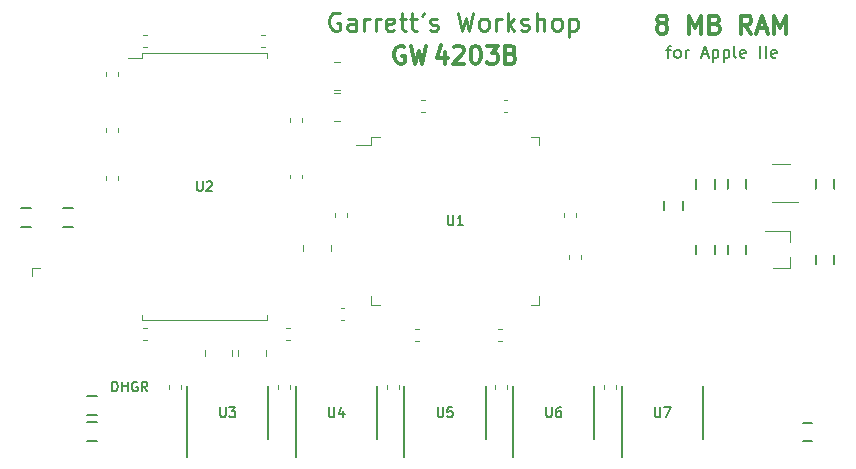
<source format=gto>
G04 #@! TF.GenerationSoftware,KiCad,Pcbnew,(5.1.5-0-10_14)*
G04 #@! TF.CreationDate,2020-09-29T14:55:23-04:00*
G04 #@! TF.ProjectId,RAM2E,52414d32-452e-46b6-9963-61645f706362,1.1*
G04 #@! TF.SameCoordinates,Original*
G04 #@! TF.FileFunction,Legend,Top*
G04 #@! TF.FilePolarity,Positive*
%FSLAX46Y46*%
G04 Gerber Fmt 4.6, Leading zero omitted, Abs format (unit mm)*
G04 Created by KiCad (PCBNEW (5.1.5-0-10_14)) date 2020-09-29 14:55:23*
%MOMM*%
%LPD*%
G04 APERTURE LIST*
%ADD10C,0.203200*%
%ADD11C,0.300000*%
%ADD12C,0.225000*%
%ADD13C,0.120000*%
%ADD14C,0.150000*%
%ADD15C,0.152400*%
%ADD16C,0.076200*%
%ADD17C,0.100000*%
%ADD18C,2.000000*%
%ADD19C,2.100000*%
%ADD20C,2.474900*%
%ADD21C,0.887400*%
%ADD22C,1.090600*%
%ADD23C,1.448000*%
G04 APERTURE END LIST*
D10*
X211019571Y-122795695D02*
X211019571Y-121982895D01*
X211213095Y-121982895D01*
X211329209Y-122021600D01*
X211406619Y-122099009D01*
X211445323Y-122176419D01*
X211484028Y-122331238D01*
X211484028Y-122447352D01*
X211445323Y-122602171D01*
X211406619Y-122679580D01*
X211329209Y-122756990D01*
X211213095Y-122795695D01*
X211019571Y-122795695D01*
X211832371Y-122795695D02*
X211832371Y-121982895D01*
X211832371Y-122369942D02*
X212296828Y-122369942D01*
X212296828Y-122795695D02*
X212296828Y-121982895D01*
X213109628Y-122021600D02*
X213032219Y-121982895D01*
X212916104Y-121982895D01*
X212799990Y-122021600D01*
X212722580Y-122099009D01*
X212683876Y-122176419D01*
X212645171Y-122331238D01*
X212645171Y-122447352D01*
X212683876Y-122602171D01*
X212722580Y-122679580D01*
X212799990Y-122756990D01*
X212916104Y-122795695D01*
X212993514Y-122795695D01*
X213109628Y-122756990D01*
X213148333Y-122718285D01*
X213148333Y-122447352D01*
X212993514Y-122447352D01*
X213961133Y-122795695D02*
X213690200Y-122408647D01*
X213496676Y-122795695D02*
X213496676Y-121982895D01*
X213806314Y-121982895D01*
X213883723Y-122021600D01*
X213922428Y-122060304D01*
X213961133Y-122137714D01*
X213961133Y-122253828D01*
X213922428Y-122331238D01*
X213883723Y-122369942D01*
X213806314Y-122408647D01*
X213496676Y-122408647D01*
D11*
X239193000Y-94039571D02*
X239193000Y-95039571D01*
X238835857Y-93468142D02*
X238478714Y-94539571D01*
X239407285Y-94539571D01*
X239907285Y-93682428D02*
X239978714Y-93611000D01*
X240121571Y-93539571D01*
X240478714Y-93539571D01*
X240621571Y-93611000D01*
X240693000Y-93682428D01*
X240764428Y-93825285D01*
X240764428Y-93968142D01*
X240693000Y-94182428D01*
X239835857Y-95039571D01*
X240764428Y-95039571D01*
X241693000Y-93539571D02*
X241835857Y-93539571D01*
X241978714Y-93611000D01*
X242050142Y-93682428D01*
X242121571Y-93825285D01*
X242193000Y-94111000D01*
X242193000Y-94468142D01*
X242121571Y-94753857D01*
X242050142Y-94896714D01*
X241978714Y-94968142D01*
X241835857Y-95039571D01*
X241693000Y-95039571D01*
X241550142Y-94968142D01*
X241478714Y-94896714D01*
X241407285Y-94753857D01*
X241335857Y-94468142D01*
X241335857Y-94111000D01*
X241407285Y-93825285D01*
X241478714Y-93682428D01*
X241550142Y-93611000D01*
X241693000Y-93539571D01*
X242693000Y-93539571D02*
X243621571Y-93539571D01*
X243121571Y-94111000D01*
X243335857Y-94111000D01*
X243478714Y-94182428D01*
X243550142Y-94253857D01*
X243621571Y-94396714D01*
X243621571Y-94753857D01*
X243550142Y-94896714D01*
X243478714Y-94968142D01*
X243335857Y-95039571D01*
X242907285Y-95039571D01*
X242764428Y-94968142D01*
X242693000Y-94896714D01*
X244764428Y-94253857D02*
X244978714Y-94325285D01*
X245050142Y-94396714D01*
X245121571Y-94539571D01*
X245121571Y-94753857D01*
X245050142Y-94896714D01*
X244978714Y-94968142D01*
X244835857Y-95039571D01*
X244264428Y-95039571D01*
X244264428Y-93539571D01*
X244764428Y-93539571D01*
X244907285Y-93611000D01*
X244978714Y-93682428D01*
X245050142Y-93825285D01*
X245050142Y-93968142D01*
X244978714Y-94111000D01*
X244907285Y-94182428D01*
X244764428Y-94253857D01*
X244264428Y-94253857D01*
X257410857Y-91639571D02*
X257265714Y-91567000D01*
X257193142Y-91494428D01*
X257120571Y-91349285D01*
X257120571Y-91276714D01*
X257193142Y-91131571D01*
X257265714Y-91059000D01*
X257410857Y-90986428D01*
X257701142Y-90986428D01*
X257846285Y-91059000D01*
X257918857Y-91131571D01*
X257991428Y-91276714D01*
X257991428Y-91349285D01*
X257918857Y-91494428D01*
X257846285Y-91567000D01*
X257701142Y-91639571D01*
X257410857Y-91639571D01*
X257265714Y-91712142D01*
X257193142Y-91784714D01*
X257120571Y-91929857D01*
X257120571Y-92220142D01*
X257193142Y-92365285D01*
X257265714Y-92437857D01*
X257410857Y-92510428D01*
X257701142Y-92510428D01*
X257846285Y-92437857D01*
X257918857Y-92365285D01*
X257991428Y-92220142D01*
X257991428Y-91929857D01*
X257918857Y-91784714D01*
X257846285Y-91712142D01*
X257701142Y-91639571D01*
X259805714Y-92510428D02*
X259805714Y-90986428D01*
X260313714Y-92075000D01*
X260821714Y-90986428D01*
X260821714Y-92510428D01*
X262055428Y-91712142D02*
X262273142Y-91784714D01*
X262345714Y-91857285D01*
X262418285Y-92002428D01*
X262418285Y-92220142D01*
X262345714Y-92365285D01*
X262273142Y-92437857D01*
X262128000Y-92510428D01*
X261547428Y-92510428D01*
X261547428Y-90986428D01*
X262055428Y-90986428D01*
X262200571Y-91059000D01*
X262273142Y-91131571D01*
X262345714Y-91276714D01*
X262345714Y-91421857D01*
X262273142Y-91567000D01*
X262200571Y-91639571D01*
X262055428Y-91712142D01*
X261547428Y-91712142D01*
X265103428Y-92510428D02*
X264595428Y-91784714D01*
X264232571Y-92510428D02*
X264232571Y-90986428D01*
X264813142Y-90986428D01*
X264958285Y-91059000D01*
X265030857Y-91131571D01*
X265103428Y-91276714D01*
X265103428Y-91494428D01*
X265030857Y-91639571D01*
X264958285Y-91712142D01*
X264813142Y-91784714D01*
X264232571Y-91784714D01*
X265684000Y-92075000D02*
X266409714Y-92075000D01*
X265538857Y-92510428D02*
X266046857Y-90986428D01*
X266554857Y-92510428D01*
X267062857Y-92510428D02*
X267062857Y-90986428D01*
X267570857Y-92075000D01*
X268078857Y-90986428D01*
X268078857Y-92510428D01*
X235731571Y-93611000D02*
X235588714Y-93539571D01*
X235374428Y-93539571D01*
X235160142Y-93611000D01*
X235017285Y-93753857D01*
X234945857Y-93896714D01*
X234874428Y-94182428D01*
X234874428Y-94396714D01*
X234945857Y-94682428D01*
X235017285Y-94825285D01*
X235160142Y-94968142D01*
X235374428Y-95039571D01*
X235517285Y-95039571D01*
X235731571Y-94968142D01*
X235803000Y-94896714D01*
X235803000Y-94396714D01*
X235517285Y-94396714D01*
X236303000Y-93539571D02*
X236660142Y-95039571D01*
X236945857Y-93968142D01*
X237231571Y-95039571D01*
X237588714Y-93539571D01*
D10*
X257918857Y-93889285D02*
X258305904Y-93889285D01*
X258064000Y-94566619D02*
X258064000Y-93695761D01*
X258112380Y-93599000D01*
X258209142Y-93550619D01*
X258305904Y-93550619D01*
X258789714Y-94566619D02*
X258692952Y-94518238D01*
X258644571Y-94469857D01*
X258596190Y-94373095D01*
X258596190Y-94082809D01*
X258644571Y-93986047D01*
X258692952Y-93937666D01*
X258789714Y-93889285D01*
X258934857Y-93889285D01*
X259031619Y-93937666D01*
X259080000Y-93986047D01*
X259128380Y-94082809D01*
X259128380Y-94373095D01*
X259080000Y-94469857D01*
X259031619Y-94518238D01*
X258934857Y-94566619D01*
X258789714Y-94566619D01*
X259563809Y-94566619D02*
X259563809Y-93889285D01*
X259563809Y-94082809D02*
X259612190Y-93986047D01*
X259660571Y-93937666D01*
X259757333Y-93889285D01*
X259854095Y-93889285D01*
X260918476Y-94276333D02*
X261402285Y-94276333D01*
X260821714Y-94566619D02*
X261160380Y-93550619D01*
X261499047Y-94566619D01*
X261837714Y-93889285D02*
X261837714Y-94905285D01*
X261837714Y-93937666D02*
X261934476Y-93889285D01*
X262128000Y-93889285D01*
X262224761Y-93937666D01*
X262273142Y-93986047D01*
X262321523Y-94082809D01*
X262321523Y-94373095D01*
X262273142Y-94469857D01*
X262224761Y-94518238D01*
X262128000Y-94566619D01*
X261934476Y-94566619D01*
X261837714Y-94518238D01*
X262756952Y-93889285D02*
X262756952Y-94905285D01*
X262756952Y-93937666D02*
X262853714Y-93889285D01*
X263047238Y-93889285D01*
X263144000Y-93937666D01*
X263192380Y-93986047D01*
X263240761Y-94082809D01*
X263240761Y-94373095D01*
X263192380Y-94469857D01*
X263144000Y-94518238D01*
X263047238Y-94566619D01*
X262853714Y-94566619D01*
X262756952Y-94518238D01*
X263821333Y-94566619D02*
X263724571Y-94518238D01*
X263676190Y-94421476D01*
X263676190Y-93550619D01*
X264595428Y-94518238D02*
X264498666Y-94566619D01*
X264305142Y-94566619D01*
X264208380Y-94518238D01*
X264160000Y-94421476D01*
X264160000Y-94034428D01*
X264208380Y-93937666D01*
X264305142Y-93889285D01*
X264498666Y-93889285D01*
X264595428Y-93937666D01*
X264643809Y-94034428D01*
X264643809Y-94131190D01*
X264160000Y-94227952D01*
X265853333Y-94566619D02*
X265853333Y-93550619D01*
X266337142Y-94566619D02*
X266337142Y-93550619D01*
X267208000Y-94518238D02*
X267111238Y-94566619D01*
X266917714Y-94566619D01*
X266820952Y-94518238D01*
X266772571Y-94421476D01*
X266772571Y-94034428D01*
X266820952Y-93937666D01*
X266917714Y-93889285D01*
X267111238Y-93889285D01*
X267208000Y-93937666D01*
X267256380Y-94034428D01*
X267256380Y-94131190D01*
X266772571Y-94227952D01*
D12*
X230251000Y-90805000D02*
X230105857Y-90732428D01*
X229888142Y-90732428D01*
X229670428Y-90805000D01*
X229525285Y-90950142D01*
X229452714Y-91095285D01*
X229380142Y-91385571D01*
X229380142Y-91603285D01*
X229452714Y-91893571D01*
X229525285Y-92038714D01*
X229670428Y-92183857D01*
X229888142Y-92256428D01*
X230033285Y-92256428D01*
X230251000Y-92183857D01*
X230323571Y-92111285D01*
X230323571Y-91603285D01*
X230033285Y-91603285D01*
X231629857Y-92256428D02*
X231629857Y-91458142D01*
X231557285Y-91313000D01*
X231412142Y-91240428D01*
X231121857Y-91240428D01*
X230976714Y-91313000D01*
X231629857Y-92183857D02*
X231484714Y-92256428D01*
X231121857Y-92256428D01*
X230976714Y-92183857D01*
X230904142Y-92038714D01*
X230904142Y-91893571D01*
X230976714Y-91748428D01*
X231121857Y-91675857D01*
X231484714Y-91675857D01*
X231629857Y-91603285D01*
X232355571Y-92256428D02*
X232355571Y-91240428D01*
X232355571Y-91530714D02*
X232428142Y-91385571D01*
X232500714Y-91313000D01*
X232645857Y-91240428D01*
X232791000Y-91240428D01*
X233299000Y-92256428D02*
X233299000Y-91240428D01*
X233299000Y-91530714D02*
X233371571Y-91385571D01*
X233444142Y-91313000D01*
X233589285Y-91240428D01*
X233734428Y-91240428D01*
X234823000Y-92183857D02*
X234677857Y-92256428D01*
X234387571Y-92256428D01*
X234242428Y-92183857D01*
X234169857Y-92038714D01*
X234169857Y-91458142D01*
X234242428Y-91313000D01*
X234387571Y-91240428D01*
X234677857Y-91240428D01*
X234823000Y-91313000D01*
X234895571Y-91458142D01*
X234895571Y-91603285D01*
X234169857Y-91748428D01*
X235331000Y-91240428D02*
X235911571Y-91240428D01*
X235548714Y-90732428D02*
X235548714Y-92038714D01*
X235621285Y-92183857D01*
X235766428Y-92256428D01*
X235911571Y-92256428D01*
X236201857Y-91240428D02*
X236782428Y-91240428D01*
X236419571Y-90732428D02*
X236419571Y-92038714D01*
X236492142Y-92183857D01*
X236637285Y-92256428D01*
X236782428Y-92256428D01*
X237363000Y-90732428D02*
X237363000Y-90805000D01*
X237290428Y-90950142D01*
X237217857Y-91022714D01*
X237943571Y-92183857D02*
X238088714Y-92256428D01*
X238379000Y-92256428D01*
X238524142Y-92183857D01*
X238596714Y-92038714D01*
X238596714Y-91966142D01*
X238524142Y-91821000D01*
X238379000Y-91748428D01*
X238161285Y-91748428D01*
X238016142Y-91675857D01*
X237943571Y-91530714D01*
X237943571Y-91458142D01*
X238016142Y-91313000D01*
X238161285Y-91240428D01*
X238379000Y-91240428D01*
X238524142Y-91313000D01*
X240265857Y-90732428D02*
X240628714Y-92256428D01*
X240919000Y-91167857D01*
X241209285Y-92256428D01*
X241572142Y-90732428D01*
X242370428Y-92256428D02*
X242225285Y-92183857D01*
X242152714Y-92111285D01*
X242080142Y-91966142D01*
X242080142Y-91530714D01*
X242152714Y-91385571D01*
X242225285Y-91313000D01*
X242370428Y-91240428D01*
X242588142Y-91240428D01*
X242733285Y-91313000D01*
X242805857Y-91385571D01*
X242878428Y-91530714D01*
X242878428Y-91966142D01*
X242805857Y-92111285D01*
X242733285Y-92183857D01*
X242588142Y-92256428D01*
X242370428Y-92256428D01*
X243531571Y-92256428D02*
X243531571Y-91240428D01*
X243531571Y-91530714D02*
X243604142Y-91385571D01*
X243676714Y-91313000D01*
X243821857Y-91240428D01*
X243967000Y-91240428D01*
X244475000Y-92256428D02*
X244475000Y-90732428D01*
X244620142Y-91675857D02*
X245055571Y-92256428D01*
X245055571Y-91240428D02*
X244475000Y-91821000D01*
X245636142Y-92183857D02*
X245781285Y-92256428D01*
X246071571Y-92256428D01*
X246216714Y-92183857D01*
X246289285Y-92038714D01*
X246289285Y-91966142D01*
X246216714Y-91821000D01*
X246071571Y-91748428D01*
X245853857Y-91748428D01*
X245708714Y-91675857D01*
X245636142Y-91530714D01*
X245636142Y-91458142D01*
X245708714Y-91313000D01*
X245853857Y-91240428D01*
X246071571Y-91240428D01*
X246216714Y-91313000D01*
X246942428Y-92256428D02*
X246942428Y-90732428D01*
X247595571Y-92256428D02*
X247595571Y-91458142D01*
X247523000Y-91313000D01*
X247377857Y-91240428D01*
X247160142Y-91240428D01*
X247015000Y-91313000D01*
X246942428Y-91385571D01*
X248539000Y-92256428D02*
X248393857Y-92183857D01*
X248321285Y-92111285D01*
X248248714Y-91966142D01*
X248248714Y-91530714D01*
X248321285Y-91385571D01*
X248393857Y-91313000D01*
X248539000Y-91240428D01*
X248756714Y-91240428D01*
X248901857Y-91313000D01*
X248974428Y-91385571D01*
X249047000Y-91530714D01*
X249047000Y-91966142D01*
X248974428Y-92111285D01*
X248901857Y-92183857D01*
X248756714Y-92256428D01*
X248539000Y-92256428D01*
X249700142Y-91240428D02*
X249700142Y-92764428D01*
X249700142Y-91313000D02*
X249845285Y-91240428D01*
X250135571Y-91240428D01*
X250280714Y-91313000D01*
X250353285Y-91385571D01*
X250425857Y-91530714D01*
X250425857Y-91966142D01*
X250353285Y-92111285D01*
X250280714Y-92183857D01*
X250135571Y-92256428D01*
X249845285Y-92256428D01*
X249700142Y-92183857D01*
D13*
X226012779Y-118460000D02*
X225687221Y-118460000D01*
X226012779Y-117440000D02*
X225687221Y-117440000D01*
X266890000Y-106730000D02*
X269050000Y-106730000D01*
X266890000Y-103570000D02*
X268350000Y-103570000D01*
X213637221Y-93660000D02*
X213962779Y-93660000D01*
X213637221Y-92640000D02*
X213962779Y-92640000D01*
X246460000Y-115460000D02*
X247160000Y-115460000D01*
X247160000Y-115460000D02*
X247160000Y-114760000D01*
X233640000Y-115460000D02*
X232940000Y-115460000D01*
X232940000Y-115460000D02*
X232940000Y-114760000D01*
X246460000Y-101240000D02*
X247160000Y-101240000D01*
X247160000Y-101240000D02*
X247160000Y-101940000D01*
X233640000Y-101240000D02*
X232940000Y-101240000D01*
X232940000Y-101240000D02*
X232940000Y-101940000D01*
X232940000Y-101940000D02*
X231650000Y-101940000D01*
X268410000Y-112380000D02*
X268410000Y-111450000D01*
X268410000Y-109220000D02*
X268410000Y-110150000D01*
X268410000Y-109220000D02*
X266250000Y-109220000D01*
X268410000Y-112380000D02*
X266950000Y-112380000D01*
X230250000Y-94920000D02*
X229750000Y-94920000D01*
X230250000Y-97280000D02*
X229750000Y-97280000D01*
X230250000Y-97520000D02*
X229750000Y-97520000D01*
X230250000Y-99880000D02*
X229750000Y-99880000D01*
X227170000Y-110400000D02*
X227170000Y-110900000D01*
X229530000Y-110400000D02*
X229530000Y-110900000D01*
D14*
X226525000Y-128350000D02*
X226525000Y-122375000D01*
X233425000Y-126825000D02*
X233425000Y-122375000D01*
X217325000Y-128350000D02*
X217325000Y-122375000D01*
X224225000Y-126825000D02*
X224225000Y-122375000D01*
X254125000Y-128350000D02*
X254125000Y-122375000D01*
X261025000Y-126825000D02*
X261025000Y-122375000D01*
X244925000Y-128350000D02*
X244925000Y-122375000D01*
X251825000Y-126825000D02*
X251825000Y-122375000D01*
X235725000Y-128350000D02*
X235725000Y-122375000D01*
X242625000Y-126825000D02*
X242625000Y-122375000D01*
D13*
X204216000Y-113030000D02*
X204216000Y-112395000D01*
X204216000Y-112395000D02*
X204851000Y-112395000D01*
D15*
X207670400Y-107277000D02*
X206857600Y-107277000D01*
X207670400Y-108877000D02*
X206857600Y-108877000D01*
X204114400Y-107277000D02*
X203301600Y-107277000D01*
X204114400Y-108877000D02*
X203301600Y-108877000D01*
X208889600Y-124815500D02*
X209702400Y-124815500D01*
X208889600Y-123215500D02*
X209702400Y-123215500D01*
X208889600Y-126974500D02*
X209702400Y-126974500D01*
X208889600Y-125374500D02*
X209702400Y-125374500D01*
X270281400Y-125438000D02*
X269468600Y-125438000D01*
X270281400Y-127038000D02*
X269468600Y-127038000D01*
X270550000Y-111243600D02*
X270550000Y-112056400D01*
X272150000Y-111243600D02*
X272150000Y-112056400D01*
D13*
X252640000Y-122237221D02*
X252640000Y-122562779D01*
X253660000Y-122237221D02*
X253660000Y-122562779D01*
X234240000Y-122237221D02*
X234240000Y-122562779D01*
X235260000Y-122237221D02*
X235260000Y-122562779D01*
X215840000Y-122237221D02*
X215840000Y-122562779D01*
X216860000Y-122237221D02*
X216860000Y-122562779D01*
X212300000Y-94550000D02*
X213500000Y-94550000D01*
X213500000Y-94550000D02*
X213500000Y-94150000D01*
X213500000Y-94150000D02*
X224100000Y-94150000D01*
X213500000Y-116750000D02*
X224100000Y-116750000D01*
X224100000Y-94150000D02*
X224100000Y-94550000D01*
X224100000Y-116350000D02*
X224100000Y-116750000D01*
X213500000Y-116350000D02*
X213500000Y-116750000D01*
X223637221Y-93660000D02*
X223962779Y-93660000D01*
X223637221Y-92640000D02*
X223962779Y-92640000D01*
X237137221Y-99160000D02*
X237462779Y-99160000D01*
X237137221Y-98140000D02*
X237462779Y-98140000D01*
X230662779Y-115740000D02*
X230337221Y-115740000D01*
X230662779Y-116760000D02*
X230337221Y-116760000D01*
X249640000Y-111287221D02*
X249640000Y-111612779D01*
X250660000Y-111287221D02*
X250660000Y-111612779D01*
X225040000Y-122237221D02*
X225040000Y-122562779D01*
X226060000Y-122237221D02*
X226060000Y-122562779D01*
X243440000Y-122237221D02*
X243440000Y-122562779D01*
X244460000Y-122237221D02*
X244460000Y-122562779D01*
X226090000Y-99637221D02*
X226090000Y-99962779D01*
X227110000Y-99637221D02*
X227110000Y-99962779D01*
X211510000Y-104862779D02*
X211510000Y-104537221D01*
X210490000Y-104862779D02*
X210490000Y-104537221D01*
X230860000Y-108012779D02*
X230860000Y-107687221D01*
X229840000Y-108012779D02*
X229840000Y-107687221D01*
X250260000Y-108012779D02*
X250260000Y-107687221D01*
X249240000Y-108012779D02*
X249240000Y-107687221D01*
X236637221Y-118560000D02*
X236962779Y-118560000D01*
X236637221Y-117540000D02*
X236962779Y-117540000D01*
X243637221Y-118560000D02*
X243962779Y-118560000D01*
X243637221Y-117540000D02*
X243962779Y-117540000D01*
X244137221Y-99160000D02*
X244462779Y-99160000D01*
X244137221Y-98140000D02*
X244462779Y-98140000D01*
X211510000Y-96062779D02*
X211510000Y-95737221D01*
X210490000Y-96062779D02*
X210490000Y-95737221D01*
X211510000Y-100862779D02*
X211510000Y-100537221D01*
X210490000Y-100862779D02*
X210490000Y-100537221D01*
X226090000Y-104437221D02*
X226090000Y-104762779D01*
X227110000Y-104437221D02*
X227110000Y-104762779D01*
X213637221Y-118460000D02*
X213962779Y-118460000D01*
X213637221Y-117440000D02*
X213962779Y-117440000D01*
D15*
X260400000Y-111206400D02*
X260400000Y-110393600D01*
X262000000Y-111206400D02*
X262000000Y-110393600D01*
X263100000Y-111206400D02*
X263100000Y-110393600D01*
X264700000Y-111206400D02*
X264700000Y-110393600D01*
X264700000Y-105656400D02*
X264700000Y-104843600D01*
X263100000Y-105656400D02*
X263100000Y-104843600D01*
X260400000Y-105656400D02*
X260400000Y-104843600D01*
X262000000Y-105656400D02*
X262000000Y-104843600D01*
X270550000Y-105656400D02*
X270550000Y-104843600D01*
X272150000Y-105656400D02*
X272150000Y-104843600D01*
X257700000Y-107456400D02*
X257700000Y-106643600D01*
X259300000Y-107456400D02*
X259300000Y-106643600D01*
D13*
X221180000Y-119300000D02*
X221180000Y-119800000D01*
X218820000Y-119300000D02*
X218820000Y-119800000D01*
X221670000Y-119300000D02*
X221670000Y-119800000D01*
X224030000Y-119300000D02*
X224030000Y-119800000D01*
D10*
X239430723Y-107904895D02*
X239430723Y-108562876D01*
X239469428Y-108640285D01*
X239508133Y-108678990D01*
X239585542Y-108717695D01*
X239740361Y-108717695D01*
X239817771Y-108678990D01*
X239856476Y-108640285D01*
X239895180Y-108562876D01*
X239895180Y-107904895D01*
X240707980Y-108717695D02*
X240243523Y-108717695D01*
X240475752Y-108717695D02*
X240475752Y-107904895D01*
X240398342Y-108021009D01*
X240320933Y-108098419D01*
X240243523Y-108137123D01*
X229355723Y-124154895D02*
X229355723Y-124812876D01*
X229394428Y-124890285D01*
X229433133Y-124928990D01*
X229510542Y-124967695D01*
X229665361Y-124967695D01*
X229742771Y-124928990D01*
X229781476Y-124890285D01*
X229820180Y-124812876D01*
X229820180Y-124154895D01*
X230555571Y-124425828D02*
X230555571Y-124967695D01*
X230362047Y-124116190D02*
X230168523Y-124696761D01*
X230671685Y-124696761D01*
X220155723Y-124154895D02*
X220155723Y-124812876D01*
X220194428Y-124890285D01*
X220233133Y-124928990D01*
X220310542Y-124967695D01*
X220465361Y-124967695D01*
X220542771Y-124928990D01*
X220581476Y-124890285D01*
X220620180Y-124812876D01*
X220620180Y-124154895D01*
X220929819Y-124154895D02*
X221432980Y-124154895D01*
X221162047Y-124464533D01*
X221278161Y-124464533D01*
X221355571Y-124503238D01*
X221394276Y-124541942D01*
X221432980Y-124619352D01*
X221432980Y-124812876D01*
X221394276Y-124890285D01*
X221355571Y-124928990D01*
X221278161Y-124967695D01*
X221045933Y-124967695D01*
X220968523Y-124928990D01*
X220929819Y-124890285D01*
X256955723Y-124154895D02*
X256955723Y-124812876D01*
X256994428Y-124890285D01*
X257033133Y-124928990D01*
X257110542Y-124967695D01*
X257265361Y-124967695D01*
X257342771Y-124928990D01*
X257381476Y-124890285D01*
X257420180Y-124812876D01*
X257420180Y-124154895D01*
X257729819Y-124154895D02*
X258271685Y-124154895D01*
X257923342Y-124967695D01*
X247755723Y-124154895D02*
X247755723Y-124812876D01*
X247794428Y-124890285D01*
X247833133Y-124928990D01*
X247910542Y-124967695D01*
X248065361Y-124967695D01*
X248142771Y-124928990D01*
X248181476Y-124890285D01*
X248220180Y-124812876D01*
X248220180Y-124154895D01*
X248955571Y-124154895D02*
X248800752Y-124154895D01*
X248723342Y-124193600D01*
X248684638Y-124232304D01*
X248607228Y-124348419D01*
X248568523Y-124503238D01*
X248568523Y-124812876D01*
X248607228Y-124890285D01*
X248645933Y-124928990D01*
X248723342Y-124967695D01*
X248878161Y-124967695D01*
X248955571Y-124928990D01*
X248994276Y-124890285D01*
X249032980Y-124812876D01*
X249032980Y-124619352D01*
X248994276Y-124541942D01*
X248955571Y-124503238D01*
X248878161Y-124464533D01*
X248723342Y-124464533D01*
X248645933Y-124503238D01*
X248607228Y-124541942D01*
X248568523Y-124619352D01*
X238555723Y-124154895D02*
X238555723Y-124812876D01*
X238594428Y-124890285D01*
X238633133Y-124928990D01*
X238710542Y-124967695D01*
X238865361Y-124967695D01*
X238942771Y-124928990D01*
X238981476Y-124890285D01*
X239020180Y-124812876D01*
X239020180Y-124154895D01*
X239794276Y-124154895D02*
X239407228Y-124154895D01*
X239368523Y-124541942D01*
X239407228Y-124503238D01*
X239484638Y-124464533D01*
X239678161Y-124464533D01*
X239755571Y-124503238D01*
X239794276Y-124541942D01*
X239832980Y-124619352D01*
X239832980Y-124812876D01*
X239794276Y-124890285D01*
X239755571Y-124928990D01*
X239678161Y-124967695D01*
X239484638Y-124967695D01*
X239407228Y-124928990D01*
X239368523Y-124890285D01*
X218180723Y-105004895D02*
X218180723Y-105662876D01*
X218219428Y-105740285D01*
X218258133Y-105778990D01*
X218335542Y-105817695D01*
X218490361Y-105817695D01*
X218567771Y-105778990D01*
X218606476Y-105740285D01*
X218645180Y-105662876D01*
X218645180Y-105004895D01*
X218993523Y-105082304D02*
X219032228Y-105043600D01*
X219109638Y-105004895D01*
X219303161Y-105004895D01*
X219380571Y-105043600D01*
X219419276Y-105082304D01*
X219457980Y-105159714D01*
X219457980Y-105237123D01*
X219419276Y-105353238D01*
X218954819Y-105817695D01*
X219457980Y-105817695D01*
%LPC*%
D16*
G36*
X213360000Y-124460000D02*
G01*
X211582000Y-124460000D01*
X211582000Y-123571000D01*
X213360000Y-123571000D01*
X213360000Y-124460000D01*
G37*
X213360000Y-124460000D02*
X211582000Y-124460000D01*
X211582000Y-123571000D01*
X213360000Y-123571000D01*
X213360000Y-124460000D01*
D17*
G36*
X276860000Y-139446000D02*
G01*
X276352000Y-139954000D01*
X198628000Y-139954000D01*
X198120000Y-139446000D01*
X198120000Y-132080000D01*
X276860000Y-132080000D01*
X276860000Y-139446000D01*
G37*
G36*
X226860779Y-117426144D02*
G01*
X226883834Y-117429563D01*
X226906443Y-117435227D01*
X226928387Y-117443079D01*
X226949457Y-117453044D01*
X226969448Y-117465026D01*
X226988168Y-117478910D01*
X227005438Y-117494562D01*
X227021090Y-117511832D01*
X227034974Y-117530552D01*
X227046956Y-117550543D01*
X227056921Y-117571613D01*
X227064773Y-117593557D01*
X227070437Y-117616166D01*
X227073856Y-117639221D01*
X227075000Y-117662500D01*
X227075000Y-118237500D01*
X227073856Y-118260779D01*
X227070437Y-118283834D01*
X227064773Y-118306443D01*
X227056921Y-118328387D01*
X227046956Y-118349457D01*
X227034974Y-118369448D01*
X227021090Y-118388168D01*
X227005438Y-118405438D01*
X226988168Y-118421090D01*
X226969448Y-118434974D01*
X226949457Y-118446956D01*
X226928387Y-118456921D01*
X226906443Y-118464773D01*
X226883834Y-118470437D01*
X226860779Y-118473856D01*
X226837500Y-118475000D01*
X226362500Y-118475000D01*
X226339221Y-118473856D01*
X226316166Y-118470437D01*
X226293557Y-118464773D01*
X226271613Y-118456921D01*
X226250543Y-118446956D01*
X226230552Y-118434974D01*
X226211832Y-118421090D01*
X226194562Y-118405438D01*
X226178910Y-118388168D01*
X226165026Y-118369448D01*
X226153044Y-118349457D01*
X226143079Y-118328387D01*
X226135227Y-118306443D01*
X226129563Y-118283834D01*
X226126144Y-118260779D01*
X226125000Y-118237500D01*
X226125000Y-117662500D01*
X226126144Y-117639221D01*
X226129563Y-117616166D01*
X226135227Y-117593557D01*
X226143079Y-117571613D01*
X226153044Y-117550543D01*
X226165026Y-117530552D01*
X226178910Y-117511832D01*
X226194562Y-117494562D01*
X226211832Y-117478910D01*
X226230552Y-117465026D01*
X226250543Y-117453044D01*
X226271613Y-117443079D01*
X226293557Y-117435227D01*
X226316166Y-117429563D01*
X226339221Y-117426144D01*
X226362500Y-117425000D01*
X226837500Y-117425000D01*
X226860779Y-117426144D01*
G37*
G36*
X225360779Y-117426144D02*
G01*
X225383834Y-117429563D01*
X225406443Y-117435227D01*
X225428387Y-117443079D01*
X225449457Y-117453044D01*
X225469448Y-117465026D01*
X225488168Y-117478910D01*
X225505438Y-117494562D01*
X225521090Y-117511832D01*
X225534974Y-117530552D01*
X225546956Y-117550543D01*
X225556921Y-117571613D01*
X225564773Y-117593557D01*
X225570437Y-117616166D01*
X225573856Y-117639221D01*
X225575000Y-117662500D01*
X225575000Y-118237500D01*
X225573856Y-118260779D01*
X225570437Y-118283834D01*
X225564773Y-118306443D01*
X225556921Y-118328387D01*
X225546956Y-118349457D01*
X225534974Y-118369448D01*
X225521090Y-118388168D01*
X225505438Y-118405438D01*
X225488168Y-118421090D01*
X225469448Y-118434974D01*
X225449457Y-118446956D01*
X225428387Y-118456921D01*
X225406443Y-118464773D01*
X225383834Y-118470437D01*
X225360779Y-118473856D01*
X225337500Y-118475000D01*
X224862500Y-118475000D01*
X224839221Y-118473856D01*
X224816166Y-118470437D01*
X224793557Y-118464773D01*
X224771613Y-118456921D01*
X224750543Y-118446956D01*
X224730552Y-118434974D01*
X224711832Y-118421090D01*
X224694562Y-118405438D01*
X224678910Y-118388168D01*
X224665026Y-118369448D01*
X224653044Y-118349457D01*
X224643079Y-118328387D01*
X224635227Y-118306443D01*
X224629563Y-118283834D01*
X224626144Y-118260779D01*
X224625000Y-118237500D01*
X224625000Y-117662500D01*
X224626144Y-117639221D01*
X224629563Y-117616166D01*
X224635227Y-117593557D01*
X224643079Y-117571613D01*
X224653044Y-117550543D01*
X224665026Y-117530552D01*
X224678910Y-117511832D01*
X224694562Y-117494562D01*
X224711832Y-117478910D01*
X224730552Y-117465026D01*
X224750543Y-117453044D01*
X224771613Y-117443079D01*
X224793557Y-117435227D01*
X224816166Y-117429563D01*
X224839221Y-117426144D01*
X224862500Y-117425000D01*
X225337500Y-117425000D01*
X225360779Y-117426144D01*
G37*
G36*
X269255878Y-105725903D02*
G01*
X269274079Y-105728603D01*
X269291928Y-105733074D01*
X269309253Y-105739273D01*
X269325887Y-105747140D01*
X269341669Y-105756599D01*
X269356449Y-105767561D01*
X269370083Y-105779917D01*
X269382439Y-105793551D01*
X269393401Y-105808331D01*
X269402860Y-105824113D01*
X269410727Y-105840747D01*
X269416926Y-105858072D01*
X269421397Y-105875921D01*
X269424097Y-105894122D01*
X269425000Y-105912500D01*
X269425000Y-106287500D01*
X269424097Y-106305878D01*
X269421397Y-106324079D01*
X269416926Y-106341928D01*
X269410727Y-106359253D01*
X269402860Y-106375887D01*
X269393401Y-106391669D01*
X269382439Y-106406449D01*
X269370083Y-106420083D01*
X269356449Y-106432439D01*
X269341669Y-106443401D01*
X269325887Y-106452860D01*
X269309253Y-106460727D01*
X269291928Y-106466926D01*
X269274079Y-106471397D01*
X269255878Y-106474097D01*
X269237500Y-106475000D01*
X268162500Y-106475000D01*
X268144122Y-106474097D01*
X268125921Y-106471397D01*
X268108072Y-106466926D01*
X268090747Y-106460727D01*
X268074113Y-106452860D01*
X268058331Y-106443401D01*
X268043551Y-106432439D01*
X268029917Y-106420083D01*
X268017561Y-106406449D01*
X268006599Y-106391669D01*
X267997140Y-106375887D01*
X267989273Y-106359253D01*
X267983074Y-106341928D01*
X267978603Y-106324079D01*
X267975903Y-106305878D01*
X267975000Y-106287500D01*
X267975000Y-105912500D01*
X267975903Y-105894122D01*
X267978603Y-105875921D01*
X267983074Y-105858072D01*
X267989273Y-105840747D01*
X267997140Y-105824113D01*
X268006599Y-105808331D01*
X268017561Y-105793551D01*
X268029917Y-105779917D01*
X268043551Y-105767561D01*
X268058331Y-105756599D01*
X268074113Y-105747140D01*
X268090747Y-105739273D01*
X268108072Y-105733074D01*
X268125921Y-105728603D01*
X268144122Y-105725903D01*
X268162500Y-105725000D01*
X269237500Y-105725000D01*
X269255878Y-105725903D01*
G37*
G36*
X269255878Y-103825903D02*
G01*
X269274079Y-103828603D01*
X269291928Y-103833074D01*
X269309253Y-103839273D01*
X269325887Y-103847140D01*
X269341669Y-103856599D01*
X269356449Y-103867561D01*
X269370083Y-103879917D01*
X269382439Y-103893551D01*
X269393401Y-103908331D01*
X269402860Y-103924113D01*
X269410727Y-103940747D01*
X269416926Y-103958072D01*
X269421397Y-103975921D01*
X269424097Y-103994122D01*
X269425000Y-104012500D01*
X269425000Y-104387500D01*
X269424097Y-104405878D01*
X269421397Y-104424079D01*
X269416926Y-104441928D01*
X269410727Y-104459253D01*
X269402860Y-104475887D01*
X269393401Y-104491669D01*
X269382439Y-104506449D01*
X269370083Y-104520083D01*
X269356449Y-104532439D01*
X269341669Y-104543401D01*
X269325887Y-104552860D01*
X269309253Y-104560727D01*
X269291928Y-104566926D01*
X269274079Y-104571397D01*
X269255878Y-104574097D01*
X269237500Y-104575000D01*
X268162500Y-104575000D01*
X268144122Y-104574097D01*
X268125921Y-104571397D01*
X268108072Y-104566926D01*
X268090747Y-104560727D01*
X268074113Y-104552860D01*
X268058331Y-104543401D01*
X268043551Y-104532439D01*
X268029917Y-104520083D01*
X268017561Y-104506449D01*
X268006599Y-104491669D01*
X267997140Y-104475887D01*
X267989273Y-104459253D01*
X267983074Y-104441928D01*
X267978603Y-104424079D01*
X267975903Y-104405878D01*
X267975000Y-104387500D01*
X267975000Y-104012500D01*
X267975903Y-103994122D01*
X267978603Y-103975921D01*
X267983074Y-103958072D01*
X267989273Y-103940747D01*
X267997140Y-103924113D01*
X268006599Y-103908331D01*
X268017561Y-103893551D01*
X268029917Y-103879917D01*
X268043551Y-103867561D01*
X268058331Y-103856599D01*
X268074113Y-103847140D01*
X268090747Y-103839273D01*
X268108072Y-103833074D01*
X268125921Y-103828603D01*
X268144122Y-103825903D01*
X268162500Y-103825000D01*
X269237500Y-103825000D01*
X269255878Y-103825903D01*
G37*
G36*
X269255878Y-104775903D02*
G01*
X269274079Y-104778603D01*
X269291928Y-104783074D01*
X269309253Y-104789273D01*
X269325887Y-104797140D01*
X269341669Y-104806599D01*
X269356449Y-104817561D01*
X269370083Y-104829917D01*
X269382439Y-104843551D01*
X269393401Y-104858331D01*
X269402860Y-104874113D01*
X269410727Y-104890747D01*
X269416926Y-104908072D01*
X269421397Y-104925921D01*
X269424097Y-104944122D01*
X269425000Y-104962500D01*
X269425000Y-105337500D01*
X269424097Y-105355878D01*
X269421397Y-105374079D01*
X269416926Y-105391928D01*
X269410727Y-105409253D01*
X269402860Y-105425887D01*
X269393401Y-105441669D01*
X269382439Y-105456449D01*
X269370083Y-105470083D01*
X269356449Y-105482439D01*
X269341669Y-105493401D01*
X269325887Y-105502860D01*
X269309253Y-105510727D01*
X269291928Y-105516926D01*
X269274079Y-105521397D01*
X269255878Y-105524097D01*
X269237500Y-105525000D01*
X268162500Y-105525000D01*
X268144122Y-105524097D01*
X268125921Y-105521397D01*
X268108072Y-105516926D01*
X268090747Y-105510727D01*
X268074113Y-105502860D01*
X268058331Y-105493401D01*
X268043551Y-105482439D01*
X268029917Y-105470083D01*
X268017561Y-105456449D01*
X268006599Y-105441669D01*
X267997140Y-105425887D01*
X267989273Y-105409253D01*
X267983074Y-105391928D01*
X267978603Y-105374079D01*
X267975903Y-105355878D01*
X267975000Y-105337500D01*
X267975000Y-104962500D01*
X267975903Y-104944122D01*
X267978603Y-104925921D01*
X267983074Y-104908072D01*
X267989273Y-104890747D01*
X267997140Y-104874113D01*
X268006599Y-104858331D01*
X268017561Y-104843551D01*
X268029917Y-104829917D01*
X268043551Y-104817561D01*
X268058331Y-104806599D01*
X268074113Y-104797140D01*
X268090747Y-104789273D01*
X268108072Y-104783074D01*
X268125921Y-104778603D01*
X268144122Y-104775903D01*
X268162500Y-104775000D01*
X269237500Y-104775000D01*
X269255878Y-104775903D01*
G37*
G36*
X267155878Y-105725903D02*
G01*
X267174079Y-105728603D01*
X267191928Y-105733074D01*
X267209253Y-105739273D01*
X267225887Y-105747140D01*
X267241669Y-105756599D01*
X267256449Y-105767561D01*
X267270083Y-105779917D01*
X267282439Y-105793551D01*
X267293401Y-105808331D01*
X267302860Y-105824113D01*
X267310727Y-105840747D01*
X267316926Y-105858072D01*
X267321397Y-105875921D01*
X267324097Y-105894122D01*
X267325000Y-105912500D01*
X267325000Y-106287500D01*
X267324097Y-106305878D01*
X267321397Y-106324079D01*
X267316926Y-106341928D01*
X267310727Y-106359253D01*
X267302860Y-106375887D01*
X267293401Y-106391669D01*
X267282439Y-106406449D01*
X267270083Y-106420083D01*
X267256449Y-106432439D01*
X267241669Y-106443401D01*
X267225887Y-106452860D01*
X267209253Y-106460727D01*
X267191928Y-106466926D01*
X267174079Y-106471397D01*
X267155878Y-106474097D01*
X267137500Y-106475000D01*
X266062500Y-106475000D01*
X266044122Y-106474097D01*
X266025921Y-106471397D01*
X266008072Y-106466926D01*
X265990747Y-106460727D01*
X265974113Y-106452860D01*
X265958331Y-106443401D01*
X265943551Y-106432439D01*
X265929917Y-106420083D01*
X265917561Y-106406449D01*
X265906599Y-106391669D01*
X265897140Y-106375887D01*
X265889273Y-106359253D01*
X265883074Y-106341928D01*
X265878603Y-106324079D01*
X265875903Y-106305878D01*
X265875000Y-106287500D01*
X265875000Y-105912500D01*
X265875903Y-105894122D01*
X265878603Y-105875921D01*
X265883074Y-105858072D01*
X265889273Y-105840747D01*
X265897140Y-105824113D01*
X265906599Y-105808331D01*
X265917561Y-105793551D01*
X265929917Y-105779917D01*
X265943551Y-105767561D01*
X265958331Y-105756599D01*
X265974113Y-105747140D01*
X265990747Y-105739273D01*
X266008072Y-105733074D01*
X266025921Y-105728603D01*
X266044122Y-105725903D01*
X266062500Y-105725000D01*
X267137500Y-105725000D01*
X267155878Y-105725903D01*
G37*
G36*
X267155878Y-103825903D02*
G01*
X267174079Y-103828603D01*
X267191928Y-103833074D01*
X267209253Y-103839273D01*
X267225887Y-103847140D01*
X267241669Y-103856599D01*
X267256449Y-103867561D01*
X267270083Y-103879917D01*
X267282439Y-103893551D01*
X267293401Y-103908331D01*
X267302860Y-103924113D01*
X267310727Y-103940747D01*
X267316926Y-103958072D01*
X267321397Y-103975921D01*
X267324097Y-103994122D01*
X267325000Y-104012500D01*
X267325000Y-104387500D01*
X267324097Y-104405878D01*
X267321397Y-104424079D01*
X267316926Y-104441928D01*
X267310727Y-104459253D01*
X267302860Y-104475887D01*
X267293401Y-104491669D01*
X267282439Y-104506449D01*
X267270083Y-104520083D01*
X267256449Y-104532439D01*
X267241669Y-104543401D01*
X267225887Y-104552860D01*
X267209253Y-104560727D01*
X267191928Y-104566926D01*
X267174079Y-104571397D01*
X267155878Y-104574097D01*
X267137500Y-104575000D01*
X266062500Y-104575000D01*
X266044122Y-104574097D01*
X266025921Y-104571397D01*
X266008072Y-104566926D01*
X265990747Y-104560727D01*
X265974113Y-104552860D01*
X265958331Y-104543401D01*
X265943551Y-104532439D01*
X265929917Y-104520083D01*
X265917561Y-104506449D01*
X265906599Y-104491669D01*
X265897140Y-104475887D01*
X265889273Y-104459253D01*
X265883074Y-104441928D01*
X265878603Y-104424079D01*
X265875903Y-104405878D01*
X265875000Y-104387500D01*
X265875000Y-104012500D01*
X265875903Y-103994122D01*
X265878603Y-103975921D01*
X265883074Y-103958072D01*
X265889273Y-103940747D01*
X265897140Y-103924113D01*
X265906599Y-103908331D01*
X265917561Y-103893551D01*
X265929917Y-103879917D01*
X265943551Y-103867561D01*
X265958331Y-103856599D01*
X265974113Y-103847140D01*
X265990747Y-103839273D01*
X266008072Y-103833074D01*
X266025921Y-103828603D01*
X266044122Y-103825903D01*
X266062500Y-103825000D01*
X267137500Y-103825000D01*
X267155878Y-103825903D01*
G37*
G36*
X214810779Y-92626144D02*
G01*
X214833834Y-92629563D01*
X214856443Y-92635227D01*
X214878387Y-92643079D01*
X214899457Y-92653044D01*
X214919448Y-92665026D01*
X214938168Y-92678910D01*
X214955438Y-92694562D01*
X214971090Y-92711832D01*
X214984974Y-92730552D01*
X214996956Y-92750543D01*
X215006921Y-92771613D01*
X215014773Y-92793557D01*
X215020437Y-92816166D01*
X215023856Y-92839221D01*
X215025000Y-92862500D01*
X215025000Y-93437500D01*
X215023856Y-93460779D01*
X215020437Y-93483834D01*
X215014773Y-93506443D01*
X215006921Y-93528387D01*
X214996956Y-93549457D01*
X214984974Y-93569448D01*
X214971090Y-93588168D01*
X214955438Y-93605438D01*
X214938168Y-93621090D01*
X214919448Y-93634974D01*
X214899457Y-93646956D01*
X214878387Y-93656921D01*
X214856443Y-93664773D01*
X214833834Y-93670437D01*
X214810779Y-93673856D01*
X214787500Y-93675000D01*
X214312500Y-93675000D01*
X214289221Y-93673856D01*
X214266166Y-93670437D01*
X214243557Y-93664773D01*
X214221613Y-93656921D01*
X214200543Y-93646956D01*
X214180552Y-93634974D01*
X214161832Y-93621090D01*
X214144562Y-93605438D01*
X214128910Y-93588168D01*
X214115026Y-93569448D01*
X214103044Y-93549457D01*
X214093079Y-93528387D01*
X214085227Y-93506443D01*
X214079563Y-93483834D01*
X214076144Y-93460779D01*
X214075000Y-93437500D01*
X214075000Y-92862500D01*
X214076144Y-92839221D01*
X214079563Y-92816166D01*
X214085227Y-92793557D01*
X214093079Y-92771613D01*
X214103044Y-92750543D01*
X214115026Y-92730552D01*
X214128910Y-92711832D01*
X214144562Y-92694562D01*
X214161832Y-92678910D01*
X214180552Y-92665026D01*
X214200543Y-92653044D01*
X214221613Y-92643079D01*
X214243557Y-92635227D01*
X214266166Y-92629563D01*
X214289221Y-92626144D01*
X214312500Y-92625000D01*
X214787500Y-92625000D01*
X214810779Y-92626144D01*
G37*
G36*
X213310779Y-92626144D02*
G01*
X213333834Y-92629563D01*
X213356443Y-92635227D01*
X213378387Y-92643079D01*
X213399457Y-92653044D01*
X213419448Y-92665026D01*
X213438168Y-92678910D01*
X213455438Y-92694562D01*
X213471090Y-92711832D01*
X213484974Y-92730552D01*
X213496956Y-92750543D01*
X213506921Y-92771613D01*
X213514773Y-92793557D01*
X213520437Y-92816166D01*
X213523856Y-92839221D01*
X213525000Y-92862500D01*
X213525000Y-93437500D01*
X213523856Y-93460779D01*
X213520437Y-93483834D01*
X213514773Y-93506443D01*
X213506921Y-93528387D01*
X213496956Y-93549457D01*
X213484974Y-93569448D01*
X213471090Y-93588168D01*
X213455438Y-93605438D01*
X213438168Y-93621090D01*
X213419448Y-93634974D01*
X213399457Y-93646956D01*
X213378387Y-93656921D01*
X213356443Y-93664773D01*
X213333834Y-93670437D01*
X213310779Y-93673856D01*
X213287500Y-93675000D01*
X212812500Y-93675000D01*
X212789221Y-93673856D01*
X212766166Y-93670437D01*
X212743557Y-93664773D01*
X212721613Y-93656921D01*
X212700543Y-93646956D01*
X212680552Y-93634974D01*
X212661832Y-93621090D01*
X212644562Y-93605438D01*
X212628910Y-93588168D01*
X212615026Y-93569448D01*
X212603044Y-93549457D01*
X212593079Y-93528387D01*
X212585227Y-93506443D01*
X212579563Y-93483834D01*
X212576144Y-93460779D01*
X212575000Y-93437500D01*
X212575000Y-92862500D01*
X212576144Y-92839221D01*
X212579563Y-92816166D01*
X212585227Y-92793557D01*
X212593079Y-92771613D01*
X212603044Y-92750543D01*
X212615026Y-92730552D01*
X212628910Y-92711832D01*
X212644562Y-92694562D01*
X212661832Y-92678910D01*
X212680552Y-92665026D01*
X212700543Y-92653044D01*
X212721613Y-92643079D01*
X212743557Y-92635227D01*
X212766166Y-92629563D01*
X212789221Y-92626144D01*
X212812500Y-92625000D01*
X213287500Y-92625000D01*
X213310779Y-92626144D01*
G37*
G36*
X233070527Y-102176419D02*
G01*
X233078973Y-102177672D01*
X233087255Y-102179746D01*
X233095293Y-102182622D01*
X233103012Y-102186273D01*
X233110335Y-102190662D01*
X233117192Y-102195748D01*
X233123518Y-102201482D01*
X233129252Y-102207808D01*
X233134338Y-102214665D01*
X233138727Y-102221988D01*
X233142378Y-102229707D01*
X233145254Y-102237745D01*
X233147328Y-102246027D01*
X233148581Y-102254473D01*
X233149000Y-102263000D01*
X233149000Y-102437000D01*
X233148581Y-102445527D01*
X233147328Y-102453973D01*
X233145254Y-102462255D01*
X233142378Y-102470293D01*
X233138727Y-102478012D01*
X233134338Y-102485335D01*
X233129252Y-102492192D01*
X233123518Y-102498518D01*
X233117192Y-102504252D01*
X233110335Y-102509338D01*
X233103012Y-102513727D01*
X233095293Y-102517378D01*
X233087255Y-102520254D01*
X233078973Y-102522328D01*
X233070527Y-102523581D01*
X233062000Y-102524000D01*
X231713000Y-102524000D01*
X231704473Y-102523581D01*
X231696027Y-102522328D01*
X231687745Y-102520254D01*
X231679707Y-102517378D01*
X231671988Y-102513727D01*
X231664665Y-102509338D01*
X231657808Y-102504252D01*
X231651482Y-102498518D01*
X231645748Y-102492192D01*
X231640662Y-102485335D01*
X231636273Y-102478012D01*
X231632622Y-102470293D01*
X231629746Y-102462255D01*
X231627672Y-102453973D01*
X231626419Y-102445527D01*
X231626000Y-102437000D01*
X231626000Y-102263000D01*
X231626419Y-102254473D01*
X231627672Y-102246027D01*
X231629746Y-102237745D01*
X231632622Y-102229707D01*
X231636273Y-102221988D01*
X231640662Y-102214665D01*
X231645748Y-102207808D01*
X231651482Y-102201482D01*
X231657808Y-102195748D01*
X231664665Y-102190662D01*
X231671988Y-102186273D01*
X231679707Y-102182622D01*
X231687745Y-102179746D01*
X231696027Y-102177672D01*
X231704473Y-102176419D01*
X231713000Y-102176000D01*
X233062000Y-102176000D01*
X233070527Y-102176419D01*
G37*
G36*
X233070527Y-102676419D02*
G01*
X233078973Y-102677672D01*
X233087255Y-102679746D01*
X233095293Y-102682622D01*
X233103012Y-102686273D01*
X233110335Y-102690662D01*
X233117192Y-102695748D01*
X233123518Y-102701482D01*
X233129252Y-102707808D01*
X233134338Y-102714665D01*
X233138727Y-102721988D01*
X233142378Y-102729707D01*
X233145254Y-102737745D01*
X233147328Y-102746027D01*
X233148581Y-102754473D01*
X233149000Y-102763000D01*
X233149000Y-102937000D01*
X233148581Y-102945527D01*
X233147328Y-102953973D01*
X233145254Y-102962255D01*
X233142378Y-102970293D01*
X233138727Y-102978012D01*
X233134338Y-102985335D01*
X233129252Y-102992192D01*
X233123518Y-102998518D01*
X233117192Y-103004252D01*
X233110335Y-103009338D01*
X233103012Y-103013727D01*
X233095293Y-103017378D01*
X233087255Y-103020254D01*
X233078973Y-103022328D01*
X233070527Y-103023581D01*
X233062000Y-103024000D01*
X231713000Y-103024000D01*
X231704473Y-103023581D01*
X231696027Y-103022328D01*
X231687745Y-103020254D01*
X231679707Y-103017378D01*
X231671988Y-103013727D01*
X231664665Y-103009338D01*
X231657808Y-103004252D01*
X231651482Y-102998518D01*
X231645748Y-102992192D01*
X231640662Y-102985335D01*
X231636273Y-102978012D01*
X231632622Y-102970293D01*
X231629746Y-102962255D01*
X231627672Y-102953973D01*
X231626419Y-102945527D01*
X231626000Y-102937000D01*
X231626000Y-102763000D01*
X231626419Y-102754473D01*
X231627672Y-102746027D01*
X231629746Y-102737745D01*
X231632622Y-102729707D01*
X231636273Y-102721988D01*
X231640662Y-102714665D01*
X231645748Y-102707808D01*
X231651482Y-102701482D01*
X231657808Y-102695748D01*
X231664665Y-102690662D01*
X231671988Y-102686273D01*
X231679707Y-102682622D01*
X231687745Y-102679746D01*
X231696027Y-102677672D01*
X231704473Y-102676419D01*
X231713000Y-102676000D01*
X233062000Y-102676000D01*
X233070527Y-102676419D01*
G37*
G36*
X233070527Y-103176419D02*
G01*
X233078973Y-103177672D01*
X233087255Y-103179746D01*
X233095293Y-103182622D01*
X233103012Y-103186273D01*
X233110335Y-103190662D01*
X233117192Y-103195748D01*
X233123518Y-103201482D01*
X233129252Y-103207808D01*
X233134338Y-103214665D01*
X233138727Y-103221988D01*
X233142378Y-103229707D01*
X233145254Y-103237745D01*
X233147328Y-103246027D01*
X233148581Y-103254473D01*
X233149000Y-103263000D01*
X233149000Y-103437000D01*
X233148581Y-103445527D01*
X233147328Y-103453973D01*
X233145254Y-103462255D01*
X233142378Y-103470293D01*
X233138727Y-103478012D01*
X233134338Y-103485335D01*
X233129252Y-103492192D01*
X233123518Y-103498518D01*
X233117192Y-103504252D01*
X233110335Y-103509338D01*
X233103012Y-103513727D01*
X233095293Y-103517378D01*
X233087255Y-103520254D01*
X233078973Y-103522328D01*
X233070527Y-103523581D01*
X233062000Y-103524000D01*
X231713000Y-103524000D01*
X231704473Y-103523581D01*
X231696027Y-103522328D01*
X231687745Y-103520254D01*
X231679707Y-103517378D01*
X231671988Y-103513727D01*
X231664665Y-103509338D01*
X231657808Y-103504252D01*
X231651482Y-103498518D01*
X231645748Y-103492192D01*
X231640662Y-103485335D01*
X231636273Y-103478012D01*
X231632622Y-103470293D01*
X231629746Y-103462255D01*
X231627672Y-103453973D01*
X231626419Y-103445527D01*
X231626000Y-103437000D01*
X231626000Y-103263000D01*
X231626419Y-103254473D01*
X231627672Y-103246027D01*
X231629746Y-103237745D01*
X231632622Y-103229707D01*
X231636273Y-103221988D01*
X231640662Y-103214665D01*
X231645748Y-103207808D01*
X231651482Y-103201482D01*
X231657808Y-103195748D01*
X231664665Y-103190662D01*
X231671988Y-103186273D01*
X231679707Y-103182622D01*
X231687745Y-103179746D01*
X231696027Y-103177672D01*
X231704473Y-103176419D01*
X231713000Y-103176000D01*
X233062000Y-103176000D01*
X233070527Y-103176419D01*
G37*
G36*
X233070527Y-103676419D02*
G01*
X233078973Y-103677672D01*
X233087255Y-103679746D01*
X233095293Y-103682622D01*
X233103012Y-103686273D01*
X233110335Y-103690662D01*
X233117192Y-103695748D01*
X233123518Y-103701482D01*
X233129252Y-103707808D01*
X233134338Y-103714665D01*
X233138727Y-103721988D01*
X233142378Y-103729707D01*
X233145254Y-103737745D01*
X233147328Y-103746027D01*
X233148581Y-103754473D01*
X233149000Y-103763000D01*
X233149000Y-103937000D01*
X233148581Y-103945527D01*
X233147328Y-103953973D01*
X233145254Y-103962255D01*
X233142378Y-103970293D01*
X233138727Y-103978012D01*
X233134338Y-103985335D01*
X233129252Y-103992192D01*
X233123518Y-103998518D01*
X233117192Y-104004252D01*
X233110335Y-104009338D01*
X233103012Y-104013727D01*
X233095293Y-104017378D01*
X233087255Y-104020254D01*
X233078973Y-104022328D01*
X233070527Y-104023581D01*
X233062000Y-104024000D01*
X231713000Y-104024000D01*
X231704473Y-104023581D01*
X231696027Y-104022328D01*
X231687745Y-104020254D01*
X231679707Y-104017378D01*
X231671988Y-104013727D01*
X231664665Y-104009338D01*
X231657808Y-104004252D01*
X231651482Y-103998518D01*
X231645748Y-103992192D01*
X231640662Y-103985335D01*
X231636273Y-103978012D01*
X231632622Y-103970293D01*
X231629746Y-103962255D01*
X231627672Y-103953973D01*
X231626419Y-103945527D01*
X231626000Y-103937000D01*
X231626000Y-103763000D01*
X231626419Y-103754473D01*
X231627672Y-103746027D01*
X231629746Y-103737745D01*
X231632622Y-103729707D01*
X231636273Y-103721988D01*
X231640662Y-103714665D01*
X231645748Y-103707808D01*
X231651482Y-103701482D01*
X231657808Y-103695748D01*
X231664665Y-103690662D01*
X231671988Y-103686273D01*
X231679707Y-103682622D01*
X231687745Y-103679746D01*
X231696027Y-103677672D01*
X231704473Y-103676419D01*
X231713000Y-103676000D01*
X233062000Y-103676000D01*
X233070527Y-103676419D01*
G37*
G36*
X233070527Y-104176419D02*
G01*
X233078973Y-104177672D01*
X233087255Y-104179746D01*
X233095293Y-104182622D01*
X233103012Y-104186273D01*
X233110335Y-104190662D01*
X233117192Y-104195748D01*
X233123518Y-104201482D01*
X233129252Y-104207808D01*
X233134338Y-104214665D01*
X233138727Y-104221988D01*
X233142378Y-104229707D01*
X233145254Y-104237745D01*
X233147328Y-104246027D01*
X233148581Y-104254473D01*
X233149000Y-104263000D01*
X233149000Y-104437000D01*
X233148581Y-104445527D01*
X233147328Y-104453973D01*
X233145254Y-104462255D01*
X233142378Y-104470293D01*
X233138727Y-104478012D01*
X233134338Y-104485335D01*
X233129252Y-104492192D01*
X233123518Y-104498518D01*
X233117192Y-104504252D01*
X233110335Y-104509338D01*
X233103012Y-104513727D01*
X233095293Y-104517378D01*
X233087255Y-104520254D01*
X233078973Y-104522328D01*
X233070527Y-104523581D01*
X233062000Y-104524000D01*
X231713000Y-104524000D01*
X231704473Y-104523581D01*
X231696027Y-104522328D01*
X231687745Y-104520254D01*
X231679707Y-104517378D01*
X231671988Y-104513727D01*
X231664665Y-104509338D01*
X231657808Y-104504252D01*
X231651482Y-104498518D01*
X231645748Y-104492192D01*
X231640662Y-104485335D01*
X231636273Y-104478012D01*
X231632622Y-104470293D01*
X231629746Y-104462255D01*
X231627672Y-104453973D01*
X231626419Y-104445527D01*
X231626000Y-104437000D01*
X231626000Y-104263000D01*
X231626419Y-104254473D01*
X231627672Y-104246027D01*
X231629746Y-104237745D01*
X231632622Y-104229707D01*
X231636273Y-104221988D01*
X231640662Y-104214665D01*
X231645748Y-104207808D01*
X231651482Y-104201482D01*
X231657808Y-104195748D01*
X231664665Y-104190662D01*
X231671988Y-104186273D01*
X231679707Y-104182622D01*
X231687745Y-104179746D01*
X231696027Y-104177672D01*
X231704473Y-104176419D01*
X231713000Y-104176000D01*
X233062000Y-104176000D01*
X233070527Y-104176419D01*
G37*
G36*
X233070527Y-104676419D02*
G01*
X233078973Y-104677672D01*
X233087255Y-104679746D01*
X233095293Y-104682622D01*
X233103012Y-104686273D01*
X233110335Y-104690662D01*
X233117192Y-104695748D01*
X233123518Y-104701482D01*
X233129252Y-104707808D01*
X233134338Y-104714665D01*
X233138727Y-104721988D01*
X233142378Y-104729707D01*
X233145254Y-104737745D01*
X233147328Y-104746027D01*
X233148581Y-104754473D01*
X233149000Y-104763000D01*
X233149000Y-104937000D01*
X233148581Y-104945527D01*
X233147328Y-104953973D01*
X233145254Y-104962255D01*
X233142378Y-104970293D01*
X233138727Y-104978012D01*
X233134338Y-104985335D01*
X233129252Y-104992192D01*
X233123518Y-104998518D01*
X233117192Y-105004252D01*
X233110335Y-105009338D01*
X233103012Y-105013727D01*
X233095293Y-105017378D01*
X233087255Y-105020254D01*
X233078973Y-105022328D01*
X233070527Y-105023581D01*
X233062000Y-105024000D01*
X231713000Y-105024000D01*
X231704473Y-105023581D01*
X231696027Y-105022328D01*
X231687745Y-105020254D01*
X231679707Y-105017378D01*
X231671988Y-105013727D01*
X231664665Y-105009338D01*
X231657808Y-105004252D01*
X231651482Y-104998518D01*
X231645748Y-104992192D01*
X231640662Y-104985335D01*
X231636273Y-104978012D01*
X231632622Y-104970293D01*
X231629746Y-104962255D01*
X231627672Y-104953973D01*
X231626419Y-104945527D01*
X231626000Y-104937000D01*
X231626000Y-104763000D01*
X231626419Y-104754473D01*
X231627672Y-104746027D01*
X231629746Y-104737745D01*
X231632622Y-104729707D01*
X231636273Y-104721988D01*
X231640662Y-104714665D01*
X231645748Y-104707808D01*
X231651482Y-104701482D01*
X231657808Y-104695748D01*
X231664665Y-104690662D01*
X231671988Y-104686273D01*
X231679707Y-104682622D01*
X231687745Y-104679746D01*
X231696027Y-104677672D01*
X231704473Y-104676419D01*
X231713000Y-104676000D01*
X233062000Y-104676000D01*
X233070527Y-104676419D01*
G37*
G36*
X233070527Y-105176419D02*
G01*
X233078973Y-105177672D01*
X233087255Y-105179746D01*
X233095293Y-105182622D01*
X233103012Y-105186273D01*
X233110335Y-105190662D01*
X233117192Y-105195748D01*
X233123518Y-105201482D01*
X233129252Y-105207808D01*
X233134338Y-105214665D01*
X233138727Y-105221988D01*
X233142378Y-105229707D01*
X233145254Y-105237745D01*
X233147328Y-105246027D01*
X233148581Y-105254473D01*
X233149000Y-105263000D01*
X233149000Y-105437000D01*
X233148581Y-105445527D01*
X233147328Y-105453973D01*
X233145254Y-105462255D01*
X233142378Y-105470293D01*
X233138727Y-105478012D01*
X233134338Y-105485335D01*
X233129252Y-105492192D01*
X233123518Y-105498518D01*
X233117192Y-105504252D01*
X233110335Y-105509338D01*
X233103012Y-105513727D01*
X233095293Y-105517378D01*
X233087255Y-105520254D01*
X233078973Y-105522328D01*
X233070527Y-105523581D01*
X233062000Y-105524000D01*
X231713000Y-105524000D01*
X231704473Y-105523581D01*
X231696027Y-105522328D01*
X231687745Y-105520254D01*
X231679707Y-105517378D01*
X231671988Y-105513727D01*
X231664665Y-105509338D01*
X231657808Y-105504252D01*
X231651482Y-105498518D01*
X231645748Y-105492192D01*
X231640662Y-105485335D01*
X231636273Y-105478012D01*
X231632622Y-105470293D01*
X231629746Y-105462255D01*
X231627672Y-105453973D01*
X231626419Y-105445527D01*
X231626000Y-105437000D01*
X231626000Y-105263000D01*
X231626419Y-105254473D01*
X231627672Y-105246027D01*
X231629746Y-105237745D01*
X231632622Y-105229707D01*
X231636273Y-105221988D01*
X231640662Y-105214665D01*
X231645748Y-105207808D01*
X231651482Y-105201482D01*
X231657808Y-105195748D01*
X231664665Y-105190662D01*
X231671988Y-105186273D01*
X231679707Y-105182622D01*
X231687745Y-105179746D01*
X231696027Y-105177672D01*
X231704473Y-105176419D01*
X231713000Y-105176000D01*
X233062000Y-105176000D01*
X233070527Y-105176419D01*
G37*
G36*
X233070527Y-105676419D02*
G01*
X233078973Y-105677672D01*
X233087255Y-105679746D01*
X233095293Y-105682622D01*
X233103012Y-105686273D01*
X233110335Y-105690662D01*
X233117192Y-105695748D01*
X233123518Y-105701482D01*
X233129252Y-105707808D01*
X233134338Y-105714665D01*
X233138727Y-105721988D01*
X233142378Y-105729707D01*
X233145254Y-105737745D01*
X233147328Y-105746027D01*
X233148581Y-105754473D01*
X233149000Y-105763000D01*
X233149000Y-105937000D01*
X233148581Y-105945527D01*
X233147328Y-105953973D01*
X233145254Y-105962255D01*
X233142378Y-105970293D01*
X233138727Y-105978012D01*
X233134338Y-105985335D01*
X233129252Y-105992192D01*
X233123518Y-105998518D01*
X233117192Y-106004252D01*
X233110335Y-106009338D01*
X233103012Y-106013727D01*
X233095293Y-106017378D01*
X233087255Y-106020254D01*
X233078973Y-106022328D01*
X233070527Y-106023581D01*
X233062000Y-106024000D01*
X231713000Y-106024000D01*
X231704473Y-106023581D01*
X231696027Y-106022328D01*
X231687745Y-106020254D01*
X231679707Y-106017378D01*
X231671988Y-106013727D01*
X231664665Y-106009338D01*
X231657808Y-106004252D01*
X231651482Y-105998518D01*
X231645748Y-105992192D01*
X231640662Y-105985335D01*
X231636273Y-105978012D01*
X231632622Y-105970293D01*
X231629746Y-105962255D01*
X231627672Y-105953973D01*
X231626419Y-105945527D01*
X231626000Y-105937000D01*
X231626000Y-105763000D01*
X231626419Y-105754473D01*
X231627672Y-105746027D01*
X231629746Y-105737745D01*
X231632622Y-105729707D01*
X231636273Y-105721988D01*
X231640662Y-105714665D01*
X231645748Y-105707808D01*
X231651482Y-105701482D01*
X231657808Y-105695748D01*
X231664665Y-105690662D01*
X231671988Y-105686273D01*
X231679707Y-105682622D01*
X231687745Y-105679746D01*
X231696027Y-105677672D01*
X231704473Y-105676419D01*
X231713000Y-105676000D01*
X233062000Y-105676000D01*
X233070527Y-105676419D01*
G37*
G36*
X233070527Y-106176419D02*
G01*
X233078973Y-106177672D01*
X233087255Y-106179746D01*
X233095293Y-106182622D01*
X233103012Y-106186273D01*
X233110335Y-106190662D01*
X233117192Y-106195748D01*
X233123518Y-106201482D01*
X233129252Y-106207808D01*
X233134338Y-106214665D01*
X233138727Y-106221988D01*
X233142378Y-106229707D01*
X233145254Y-106237745D01*
X233147328Y-106246027D01*
X233148581Y-106254473D01*
X233149000Y-106263000D01*
X233149000Y-106437000D01*
X233148581Y-106445527D01*
X233147328Y-106453973D01*
X233145254Y-106462255D01*
X233142378Y-106470293D01*
X233138727Y-106478012D01*
X233134338Y-106485335D01*
X233129252Y-106492192D01*
X233123518Y-106498518D01*
X233117192Y-106504252D01*
X233110335Y-106509338D01*
X233103012Y-106513727D01*
X233095293Y-106517378D01*
X233087255Y-106520254D01*
X233078973Y-106522328D01*
X233070527Y-106523581D01*
X233062000Y-106524000D01*
X231713000Y-106524000D01*
X231704473Y-106523581D01*
X231696027Y-106522328D01*
X231687745Y-106520254D01*
X231679707Y-106517378D01*
X231671988Y-106513727D01*
X231664665Y-106509338D01*
X231657808Y-106504252D01*
X231651482Y-106498518D01*
X231645748Y-106492192D01*
X231640662Y-106485335D01*
X231636273Y-106478012D01*
X231632622Y-106470293D01*
X231629746Y-106462255D01*
X231627672Y-106453973D01*
X231626419Y-106445527D01*
X231626000Y-106437000D01*
X231626000Y-106263000D01*
X231626419Y-106254473D01*
X231627672Y-106246027D01*
X231629746Y-106237745D01*
X231632622Y-106229707D01*
X231636273Y-106221988D01*
X231640662Y-106214665D01*
X231645748Y-106207808D01*
X231651482Y-106201482D01*
X231657808Y-106195748D01*
X231664665Y-106190662D01*
X231671988Y-106186273D01*
X231679707Y-106182622D01*
X231687745Y-106179746D01*
X231696027Y-106177672D01*
X231704473Y-106176419D01*
X231713000Y-106176000D01*
X233062000Y-106176000D01*
X233070527Y-106176419D01*
G37*
G36*
X233070527Y-106676419D02*
G01*
X233078973Y-106677672D01*
X233087255Y-106679746D01*
X233095293Y-106682622D01*
X233103012Y-106686273D01*
X233110335Y-106690662D01*
X233117192Y-106695748D01*
X233123518Y-106701482D01*
X233129252Y-106707808D01*
X233134338Y-106714665D01*
X233138727Y-106721988D01*
X233142378Y-106729707D01*
X233145254Y-106737745D01*
X233147328Y-106746027D01*
X233148581Y-106754473D01*
X233149000Y-106763000D01*
X233149000Y-106937000D01*
X233148581Y-106945527D01*
X233147328Y-106953973D01*
X233145254Y-106962255D01*
X233142378Y-106970293D01*
X233138727Y-106978012D01*
X233134338Y-106985335D01*
X233129252Y-106992192D01*
X233123518Y-106998518D01*
X233117192Y-107004252D01*
X233110335Y-107009338D01*
X233103012Y-107013727D01*
X233095293Y-107017378D01*
X233087255Y-107020254D01*
X233078973Y-107022328D01*
X233070527Y-107023581D01*
X233062000Y-107024000D01*
X231713000Y-107024000D01*
X231704473Y-107023581D01*
X231696027Y-107022328D01*
X231687745Y-107020254D01*
X231679707Y-107017378D01*
X231671988Y-107013727D01*
X231664665Y-107009338D01*
X231657808Y-107004252D01*
X231651482Y-106998518D01*
X231645748Y-106992192D01*
X231640662Y-106985335D01*
X231636273Y-106978012D01*
X231632622Y-106970293D01*
X231629746Y-106962255D01*
X231627672Y-106953973D01*
X231626419Y-106945527D01*
X231626000Y-106937000D01*
X231626000Y-106763000D01*
X231626419Y-106754473D01*
X231627672Y-106746027D01*
X231629746Y-106737745D01*
X231632622Y-106729707D01*
X231636273Y-106721988D01*
X231640662Y-106714665D01*
X231645748Y-106707808D01*
X231651482Y-106701482D01*
X231657808Y-106695748D01*
X231664665Y-106690662D01*
X231671988Y-106686273D01*
X231679707Y-106682622D01*
X231687745Y-106679746D01*
X231696027Y-106677672D01*
X231704473Y-106676419D01*
X231713000Y-106676000D01*
X233062000Y-106676000D01*
X233070527Y-106676419D01*
G37*
G36*
X233070527Y-107176419D02*
G01*
X233078973Y-107177672D01*
X233087255Y-107179746D01*
X233095293Y-107182622D01*
X233103012Y-107186273D01*
X233110335Y-107190662D01*
X233117192Y-107195748D01*
X233123518Y-107201482D01*
X233129252Y-107207808D01*
X233134338Y-107214665D01*
X233138727Y-107221988D01*
X233142378Y-107229707D01*
X233145254Y-107237745D01*
X233147328Y-107246027D01*
X233148581Y-107254473D01*
X233149000Y-107263000D01*
X233149000Y-107437000D01*
X233148581Y-107445527D01*
X233147328Y-107453973D01*
X233145254Y-107462255D01*
X233142378Y-107470293D01*
X233138727Y-107478012D01*
X233134338Y-107485335D01*
X233129252Y-107492192D01*
X233123518Y-107498518D01*
X233117192Y-107504252D01*
X233110335Y-107509338D01*
X233103012Y-107513727D01*
X233095293Y-107517378D01*
X233087255Y-107520254D01*
X233078973Y-107522328D01*
X233070527Y-107523581D01*
X233062000Y-107524000D01*
X231713000Y-107524000D01*
X231704473Y-107523581D01*
X231696027Y-107522328D01*
X231687745Y-107520254D01*
X231679707Y-107517378D01*
X231671988Y-107513727D01*
X231664665Y-107509338D01*
X231657808Y-107504252D01*
X231651482Y-107498518D01*
X231645748Y-107492192D01*
X231640662Y-107485335D01*
X231636273Y-107478012D01*
X231632622Y-107470293D01*
X231629746Y-107462255D01*
X231627672Y-107453973D01*
X231626419Y-107445527D01*
X231626000Y-107437000D01*
X231626000Y-107263000D01*
X231626419Y-107254473D01*
X231627672Y-107246027D01*
X231629746Y-107237745D01*
X231632622Y-107229707D01*
X231636273Y-107221988D01*
X231640662Y-107214665D01*
X231645748Y-107207808D01*
X231651482Y-107201482D01*
X231657808Y-107195748D01*
X231664665Y-107190662D01*
X231671988Y-107186273D01*
X231679707Y-107182622D01*
X231687745Y-107179746D01*
X231696027Y-107177672D01*
X231704473Y-107176419D01*
X231713000Y-107176000D01*
X233062000Y-107176000D01*
X233070527Y-107176419D01*
G37*
G36*
X233070527Y-107676419D02*
G01*
X233078973Y-107677672D01*
X233087255Y-107679746D01*
X233095293Y-107682622D01*
X233103012Y-107686273D01*
X233110335Y-107690662D01*
X233117192Y-107695748D01*
X233123518Y-107701482D01*
X233129252Y-107707808D01*
X233134338Y-107714665D01*
X233138727Y-107721988D01*
X233142378Y-107729707D01*
X233145254Y-107737745D01*
X233147328Y-107746027D01*
X233148581Y-107754473D01*
X233149000Y-107763000D01*
X233149000Y-107937000D01*
X233148581Y-107945527D01*
X233147328Y-107953973D01*
X233145254Y-107962255D01*
X233142378Y-107970293D01*
X233138727Y-107978012D01*
X233134338Y-107985335D01*
X233129252Y-107992192D01*
X233123518Y-107998518D01*
X233117192Y-108004252D01*
X233110335Y-108009338D01*
X233103012Y-108013727D01*
X233095293Y-108017378D01*
X233087255Y-108020254D01*
X233078973Y-108022328D01*
X233070527Y-108023581D01*
X233062000Y-108024000D01*
X231713000Y-108024000D01*
X231704473Y-108023581D01*
X231696027Y-108022328D01*
X231687745Y-108020254D01*
X231679707Y-108017378D01*
X231671988Y-108013727D01*
X231664665Y-108009338D01*
X231657808Y-108004252D01*
X231651482Y-107998518D01*
X231645748Y-107992192D01*
X231640662Y-107985335D01*
X231636273Y-107978012D01*
X231632622Y-107970293D01*
X231629746Y-107962255D01*
X231627672Y-107953973D01*
X231626419Y-107945527D01*
X231626000Y-107937000D01*
X231626000Y-107763000D01*
X231626419Y-107754473D01*
X231627672Y-107746027D01*
X231629746Y-107737745D01*
X231632622Y-107729707D01*
X231636273Y-107721988D01*
X231640662Y-107714665D01*
X231645748Y-107707808D01*
X231651482Y-107701482D01*
X231657808Y-107695748D01*
X231664665Y-107690662D01*
X231671988Y-107686273D01*
X231679707Y-107682622D01*
X231687745Y-107679746D01*
X231696027Y-107677672D01*
X231704473Y-107676419D01*
X231713000Y-107676000D01*
X233062000Y-107676000D01*
X233070527Y-107676419D01*
G37*
G36*
X233070527Y-108176419D02*
G01*
X233078973Y-108177672D01*
X233087255Y-108179746D01*
X233095293Y-108182622D01*
X233103012Y-108186273D01*
X233110335Y-108190662D01*
X233117192Y-108195748D01*
X233123518Y-108201482D01*
X233129252Y-108207808D01*
X233134338Y-108214665D01*
X233138727Y-108221988D01*
X233142378Y-108229707D01*
X233145254Y-108237745D01*
X233147328Y-108246027D01*
X233148581Y-108254473D01*
X233149000Y-108263000D01*
X233149000Y-108437000D01*
X233148581Y-108445527D01*
X233147328Y-108453973D01*
X233145254Y-108462255D01*
X233142378Y-108470293D01*
X233138727Y-108478012D01*
X233134338Y-108485335D01*
X233129252Y-108492192D01*
X233123518Y-108498518D01*
X233117192Y-108504252D01*
X233110335Y-108509338D01*
X233103012Y-108513727D01*
X233095293Y-108517378D01*
X233087255Y-108520254D01*
X233078973Y-108522328D01*
X233070527Y-108523581D01*
X233062000Y-108524000D01*
X231713000Y-108524000D01*
X231704473Y-108523581D01*
X231696027Y-108522328D01*
X231687745Y-108520254D01*
X231679707Y-108517378D01*
X231671988Y-108513727D01*
X231664665Y-108509338D01*
X231657808Y-108504252D01*
X231651482Y-108498518D01*
X231645748Y-108492192D01*
X231640662Y-108485335D01*
X231636273Y-108478012D01*
X231632622Y-108470293D01*
X231629746Y-108462255D01*
X231627672Y-108453973D01*
X231626419Y-108445527D01*
X231626000Y-108437000D01*
X231626000Y-108263000D01*
X231626419Y-108254473D01*
X231627672Y-108246027D01*
X231629746Y-108237745D01*
X231632622Y-108229707D01*
X231636273Y-108221988D01*
X231640662Y-108214665D01*
X231645748Y-108207808D01*
X231651482Y-108201482D01*
X231657808Y-108195748D01*
X231664665Y-108190662D01*
X231671988Y-108186273D01*
X231679707Y-108182622D01*
X231687745Y-108179746D01*
X231696027Y-108177672D01*
X231704473Y-108176419D01*
X231713000Y-108176000D01*
X233062000Y-108176000D01*
X233070527Y-108176419D01*
G37*
G36*
X233070527Y-108676419D02*
G01*
X233078973Y-108677672D01*
X233087255Y-108679746D01*
X233095293Y-108682622D01*
X233103012Y-108686273D01*
X233110335Y-108690662D01*
X233117192Y-108695748D01*
X233123518Y-108701482D01*
X233129252Y-108707808D01*
X233134338Y-108714665D01*
X233138727Y-108721988D01*
X233142378Y-108729707D01*
X233145254Y-108737745D01*
X233147328Y-108746027D01*
X233148581Y-108754473D01*
X233149000Y-108763000D01*
X233149000Y-108937000D01*
X233148581Y-108945527D01*
X233147328Y-108953973D01*
X233145254Y-108962255D01*
X233142378Y-108970293D01*
X233138727Y-108978012D01*
X233134338Y-108985335D01*
X233129252Y-108992192D01*
X233123518Y-108998518D01*
X233117192Y-109004252D01*
X233110335Y-109009338D01*
X233103012Y-109013727D01*
X233095293Y-109017378D01*
X233087255Y-109020254D01*
X233078973Y-109022328D01*
X233070527Y-109023581D01*
X233062000Y-109024000D01*
X231713000Y-109024000D01*
X231704473Y-109023581D01*
X231696027Y-109022328D01*
X231687745Y-109020254D01*
X231679707Y-109017378D01*
X231671988Y-109013727D01*
X231664665Y-109009338D01*
X231657808Y-109004252D01*
X231651482Y-108998518D01*
X231645748Y-108992192D01*
X231640662Y-108985335D01*
X231636273Y-108978012D01*
X231632622Y-108970293D01*
X231629746Y-108962255D01*
X231627672Y-108953973D01*
X231626419Y-108945527D01*
X231626000Y-108937000D01*
X231626000Y-108763000D01*
X231626419Y-108754473D01*
X231627672Y-108746027D01*
X231629746Y-108737745D01*
X231632622Y-108729707D01*
X231636273Y-108721988D01*
X231640662Y-108714665D01*
X231645748Y-108707808D01*
X231651482Y-108701482D01*
X231657808Y-108695748D01*
X231664665Y-108690662D01*
X231671988Y-108686273D01*
X231679707Y-108682622D01*
X231687745Y-108679746D01*
X231696027Y-108677672D01*
X231704473Y-108676419D01*
X231713000Y-108676000D01*
X233062000Y-108676000D01*
X233070527Y-108676419D01*
G37*
G36*
X233070527Y-109176419D02*
G01*
X233078973Y-109177672D01*
X233087255Y-109179746D01*
X233095293Y-109182622D01*
X233103012Y-109186273D01*
X233110335Y-109190662D01*
X233117192Y-109195748D01*
X233123518Y-109201482D01*
X233129252Y-109207808D01*
X233134338Y-109214665D01*
X233138727Y-109221988D01*
X233142378Y-109229707D01*
X233145254Y-109237745D01*
X233147328Y-109246027D01*
X233148581Y-109254473D01*
X233149000Y-109263000D01*
X233149000Y-109437000D01*
X233148581Y-109445527D01*
X233147328Y-109453973D01*
X233145254Y-109462255D01*
X233142378Y-109470293D01*
X233138727Y-109478012D01*
X233134338Y-109485335D01*
X233129252Y-109492192D01*
X233123518Y-109498518D01*
X233117192Y-109504252D01*
X233110335Y-109509338D01*
X233103012Y-109513727D01*
X233095293Y-109517378D01*
X233087255Y-109520254D01*
X233078973Y-109522328D01*
X233070527Y-109523581D01*
X233062000Y-109524000D01*
X231713000Y-109524000D01*
X231704473Y-109523581D01*
X231696027Y-109522328D01*
X231687745Y-109520254D01*
X231679707Y-109517378D01*
X231671988Y-109513727D01*
X231664665Y-109509338D01*
X231657808Y-109504252D01*
X231651482Y-109498518D01*
X231645748Y-109492192D01*
X231640662Y-109485335D01*
X231636273Y-109478012D01*
X231632622Y-109470293D01*
X231629746Y-109462255D01*
X231627672Y-109453973D01*
X231626419Y-109445527D01*
X231626000Y-109437000D01*
X231626000Y-109263000D01*
X231626419Y-109254473D01*
X231627672Y-109246027D01*
X231629746Y-109237745D01*
X231632622Y-109229707D01*
X231636273Y-109221988D01*
X231640662Y-109214665D01*
X231645748Y-109207808D01*
X231651482Y-109201482D01*
X231657808Y-109195748D01*
X231664665Y-109190662D01*
X231671988Y-109186273D01*
X231679707Y-109182622D01*
X231687745Y-109179746D01*
X231696027Y-109177672D01*
X231704473Y-109176419D01*
X231713000Y-109176000D01*
X233062000Y-109176000D01*
X233070527Y-109176419D01*
G37*
G36*
X233070527Y-109676419D02*
G01*
X233078973Y-109677672D01*
X233087255Y-109679746D01*
X233095293Y-109682622D01*
X233103012Y-109686273D01*
X233110335Y-109690662D01*
X233117192Y-109695748D01*
X233123518Y-109701482D01*
X233129252Y-109707808D01*
X233134338Y-109714665D01*
X233138727Y-109721988D01*
X233142378Y-109729707D01*
X233145254Y-109737745D01*
X233147328Y-109746027D01*
X233148581Y-109754473D01*
X233149000Y-109763000D01*
X233149000Y-109937000D01*
X233148581Y-109945527D01*
X233147328Y-109953973D01*
X233145254Y-109962255D01*
X233142378Y-109970293D01*
X233138727Y-109978012D01*
X233134338Y-109985335D01*
X233129252Y-109992192D01*
X233123518Y-109998518D01*
X233117192Y-110004252D01*
X233110335Y-110009338D01*
X233103012Y-110013727D01*
X233095293Y-110017378D01*
X233087255Y-110020254D01*
X233078973Y-110022328D01*
X233070527Y-110023581D01*
X233062000Y-110024000D01*
X231713000Y-110024000D01*
X231704473Y-110023581D01*
X231696027Y-110022328D01*
X231687745Y-110020254D01*
X231679707Y-110017378D01*
X231671988Y-110013727D01*
X231664665Y-110009338D01*
X231657808Y-110004252D01*
X231651482Y-109998518D01*
X231645748Y-109992192D01*
X231640662Y-109985335D01*
X231636273Y-109978012D01*
X231632622Y-109970293D01*
X231629746Y-109962255D01*
X231627672Y-109953973D01*
X231626419Y-109945527D01*
X231626000Y-109937000D01*
X231626000Y-109763000D01*
X231626419Y-109754473D01*
X231627672Y-109746027D01*
X231629746Y-109737745D01*
X231632622Y-109729707D01*
X231636273Y-109721988D01*
X231640662Y-109714665D01*
X231645748Y-109707808D01*
X231651482Y-109701482D01*
X231657808Y-109695748D01*
X231664665Y-109690662D01*
X231671988Y-109686273D01*
X231679707Y-109682622D01*
X231687745Y-109679746D01*
X231696027Y-109677672D01*
X231704473Y-109676419D01*
X231713000Y-109676000D01*
X233062000Y-109676000D01*
X233070527Y-109676419D01*
G37*
G36*
X233070527Y-110176419D02*
G01*
X233078973Y-110177672D01*
X233087255Y-110179746D01*
X233095293Y-110182622D01*
X233103012Y-110186273D01*
X233110335Y-110190662D01*
X233117192Y-110195748D01*
X233123518Y-110201482D01*
X233129252Y-110207808D01*
X233134338Y-110214665D01*
X233138727Y-110221988D01*
X233142378Y-110229707D01*
X233145254Y-110237745D01*
X233147328Y-110246027D01*
X233148581Y-110254473D01*
X233149000Y-110263000D01*
X233149000Y-110437000D01*
X233148581Y-110445527D01*
X233147328Y-110453973D01*
X233145254Y-110462255D01*
X233142378Y-110470293D01*
X233138727Y-110478012D01*
X233134338Y-110485335D01*
X233129252Y-110492192D01*
X233123518Y-110498518D01*
X233117192Y-110504252D01*
X233110335Y-110509338D01*
X233103012Y-110513727D01*
X233095293Y-110517378D01*
X233087255Y-110520254D01*
X233078973Y-110522328D01*
X233070527Y-110523581D01*
X233062000Y-110524000D01*
X231713000Y-110524000D01*
X231704473Y-110523581D01*
X231696027Y-110522328D01*
X231687745Y-110520254D01*
X231679707Y-110517378D01*
X231671988Y-110513727D01*
X231664665Y-110509338D01*
X231657808Y-110504252D01*
X231651482Y-110498518D01*
X231645748Y-110492192D01*
X231640662Y-110485335D01*
X231636273Y-110478012D01*
X231632622Y-110470293D01*
X231629746Y-110462255D01*
X231627672Y-110453973D01*
X231626419Y-110445527D01*
X231626000Y-110437000D01*
X231626000Y-110263000D01*
X231626419Y-110254473D01*
X231627672Y-110246027D01*
X231629746Y-110237745D01*
X231632622Y-110229707D01*
X231636273Y-110221988D01*
X231640662Y-110214665D01*
X231645748Y-110207808D01*
X231651482Y-110201482D01*
X231657808Y-110195748D01*
X231664665Y-110190662D01*
X231671988Y-110186273D01*
X231679707Y-110182622D01*
X231687745Y-110179746D01*
X231696027Y-110177672D01*
X231704473Y-110176419D01*
X231713000Y-110176000D01*
X233062000Y-110176000D01*
X233070527Y-110176419D01*
G37*
G36*
X233070527Y-110676419D02*
G01*
X233078973Y-110677672D01*
X233087255Y-110679746D01*
X233095293Y-110682622D01*
X233103012Y-110686273D01*
X233110335Y-110690662D01*
X233117192Y-110695748D01*
X233123518Y-110701482D01*
X233129252Y-110707808D01*
X233134338Y-110714665D01*
X233138727Y-110721988D01*
X233142378Y-110729707D01*
X233145254Y-110737745D01*
X233147328Y-110746027D01*
X233148581Y-110754473D01*
X233149000Y-110763000D01*
X233149000Y-110937000D01*
X233148581Y-110945527D01*
X233147328Y-110953973D01*
X233145254Y-110962255D01*
X233142378Y-110970293D01*
X233138727Y-110978012D01*
X233134338Y-110985335D01*
X233129252Y-110992192D01*
X233123518Y-110998518D01*
X233117192Y-111004252D01*
X233110335Y-111009338D01*
X233103012Y-111013727D01*
X233095293Y-111017378D01*
X233087255Y-111020254D01*
X233078973Y-111022328D01*
X233070527Y-111023581D01*
X233062000Y-111024000D01*
X231713000Y-111024000D01*
X231704473Y-111023581D01*
X231696027Y-111022328D01*
X231687745Y-111020254D01*
X231679707Y-111017378D01*
X231671988Y-111013727D01*
X231664665Y-111009338D01*
X231657808Y-111004252D01*
X231651482Y-110998518D01*
X231645748Y-110992192D01*
X231640662Y-110985335D01*
X231636273Y-110978012D01*
X231632622Y-110970293D01*
X231629746Y-110962255D01*
X231627672Y-110953973D01*
X231626419Y-110945527D01*
X231626000Y-110937000D01*
X231626000Y-110763000D01*
X231626419Y-110754473D01*
X231627672Y-110746027D01*
X231629746Y-110737745D01*
X231632622Y-110729707D01*
X231636273Y-110721988D01*
X231640662Y-110714665D01*
X231645748Y-110707808D01*
X231651482Y-110701482D01*
X231657808Y-110695748D01*
X231664665Y-110690662D01*
X231671988Y-110686273D01*
X231679707Y-110682622D01*
X231687745Y-110679746D01*
X231696027Y-110677672D01*
X231704473Y-110676419D01*
X231713000Y-110676000D01*
X233062000Y-110676000D01*
X233070527Y-110676419D01*
G37*
G36*
X233070527Y-111176419D02*
G01*
X233078973Y-111177672D01*
X233087255Y-111179746D01*
X233095293Y-111182622D01*
X233103012Y-111186273D01*
X233110335Y-111190662D01*
X233117192Y-111195748D01*
X233123518Y-111201482D01*
X233129252Y-111207808D01*
X233134338Y-111214665D01*
X233138727Y-111221988D01*
X233142378Y-111229707D01*
X233145254Y-111237745D01*
X233147328Y-111246027D01*
X233148581Y-111254473D01*
X233149000Y-111263000D01*
X233149000Y-111437000D01*
X233148581Y-111445527D01*
X233147328Y-111453973D01*
X233145254Y-111462255D01*
X233142378Y-111470293D01*
X233138727Y-111478012D01*
X233134338Y-111485335D01*
X233129252Y-111492192D01*
X233123518Y-111498518D01*
X233117192Y-111504252D01*
X233110335Y-111509338D01*
X233103012Y-111513727D01*
X233095293Y-111517378D01*
X233087255Y-111520254D01*
X233078973Y-111522328D01*
X233070527Y-111523581D01*
X233062000Y-111524000D01*
X231713000Y-111524000D01*
X231704473Y-111523581D01*
X231696027Y-111522328D01*
X231687745Y-111520254D01*
X231679707Y-111517378D01*
X231671988Y-111513727D01*
X231664665Y-111509338D01*
X231657808Y-111504252D01*
X231651482Y-111498518D01*
X231645748Y-111492192D01*
X231640662Y-111485335D01*
X231636273Y-111478012D01*
X231632622Y-111470293D01*
X231629746Y-111462255D01*
X231627672Y-111453973D01*
X231626419Y-111445527D01*
X231626000Y-111437000D01*
X231626000Y-111263000D01*
X231626419Y-111254473D01*
X231627672Y-111246027D01*
X231629746Y-111237745D01*
X231632622Y-111229707D01*
X231636273Y-111221988D01*
X231640662Y-111214665D01*
X231645748Y-111207808D01*
X231651482Y-111201482D01*
X231657808Y-111195748D01*
X231664665Y-111190662D01*
X231671988Y-111186273D01*
X231679707Y-111182622D01*
X231687745Y-111179746D01*
X231696027Y-111177672D01*
X231704473Y-111176419D01*
X231713000Y-111176000D01*
X233062000Y-111176000D01*
X233070527Y-111176419D01*
G37*
G36*
X233070527Y-111676419D02*
G01*
X233078973Y-111677672D01*
X233087255Y-111679746D01*
X233095293Y-111682622D01*
X233103012Y-111686273D01*
X233110335Y-111690662D01*
X233117192Y-111695748D01*
X233123518Y-111701482D01*
X233129252Y-111707808D01*
X233134338Y-111714665D01*
X233138727Y-111721988D01*
X233142378Y-111729707D01*
X233145254Y-111737745D01*
X233147328Y-111746027D01*
X233148581Y-111754473D01*
X233149000Y-111763000D01*
X233149000Y-111937000D01*
X233148581Y-111945527D01*
X233147328Y-111953973D01*
X233145254Y-111962255D01*
X233142378Y-111970293D01*
X233138727Y-111978012D01*
X233134338Y-111985335D01*
X233129252Y-111992192D01*
X233123518Y-111998518D01*
X233117192Y-112004252D01*
X233110335Y-112009338D01*
X233103012Y-112013727D01*
X233095293Y-112017378D01*
X233087255Y-112020254D01*
X233078973Y-112022328D01*
X233070527Y-112023581D01*
X233062000Y-112024000D01*
X231713000Y-112024000D01*
X231704473Y-112023581D01*
X231696027Y-112022328D01*
X231687745Y-112020254D01*
X231679707Y-112017378D01*
X231671988Y-112013727D01*
X231664665Y-112009338D01*
X231657808Y-112004252D01*
X231651482Y-111998518D01*
X231645748Y-111992192D01*
X231640662Y-111985335D01*
X231636273Y-111978012D01*
X231632622Y-111970293D01*
X231629746Y-111962255D01*
X231627672Y-111953973D01*
X231626419Y-111945527D01*
X231626000Y-111937000D01*
X231626000Y-111763000D01*
X231626419Y-111754473D01*
X231627672Y-111746027D01*
X231629746Y-111737745D01*
X231632622Y-111729707D01*
X231636273Y-111721988D01*
X231640662Y-111714665D01*
X231645748Y-111707808D01*
X231651482Y-111701482D01*
X231657808Y-111695748D01*
X231664665Y-111690662D01*
X231671988Y-111686273D01*
X231679707Y-111682622D01*
X231687745Y-111679746D01*
X231696027Y-111677672D01*
X231704473Y-111676419D01*
X231713000Y-111676000D01*
X233062000Y-111676000D01*
X233070527Y-111676419D01*
G37*
G36*
X233070527Y-112176419D02*
G01*
X233078973Y-112177672D01*
X233087255Y-112179746D01*
X233095293Y-112182622D01*
X233103012Y-112186273D01*
X233110335Y-112190662D01*
X233117192Y-112195748D01*
X233123518Y-112201482D01*
X233129252Y-112207808D01*
X233134338Y-112214665D01*
X233138727Y-112221988D01*
X233142378Y-112229707D01*
X233145254Y-112237745D01*
X233147328Y-112246027D01*
X233148581Y-112254473D01*
X233149000Y-112263000D01*
X233149000Y-112437000D01*
X233148581Y-112445527D01*
X233147328Y-112453973D01*
X233145254Y-112462255D01*
X233142378Y-112470293D01*
X233138727Y-112478012D01*
X233134338Y-112485335D01*
X233129252Y-112492192D01*
X233123518Y-112498518D01*
X233117192Y-112504252D01*
X233110335Y-112509338D01*
X233103012Y-112513727D01*
X233095293Y-112517378D01*
X233087255Y-112520254D01*
X233078973Y-112522328D01*
X233070527Y-112523581D01*
X233062000Y-112524000D01*
X231713000Y-112524000D01*
X231704473Y-112523581D01*
X231696027Y-112522328D01*
X231687745Y-112520254D01*
X231679707Y-112517378D01*
X231671988Y-112513727D01*
X231664665Y-112509338D01*
X231657808Y-112504252D01*
X231651482Y-112498518D01*
X231645748Y-112492192D01*
X231640662Y-112485335D01*
X231636273Y-112478012D01*
X231632622Y-112470293D01*
X231629746Y-112462255D01*
X231627672Y-112453973D01*
X231626419Y-112445527D01*
X231626000Y-112437000D01*
X231626000Y-112263000D01*
X231626419Y-112254473D01*
X231627672Y-112246027D01*
X231629746Y-112237745D01*
X231632622Y-112229707D01*
X231636273Y-112221988D01*
X231640662Y-112214665D01*
X231645748Y-112207808D01*
X231651482Y-112201482D01*
X231657808Y-112195748D01*
X231664665Y-112190662D01*
X231671988Y-112186273D01*
X231679707Y-112182622D01*
X231687745Y-112179746D01*
X231696027Y-112177672D01*
X231704473Y-112176419D01*
X231713000Y-112176000D01*
X233062000Y-112176000D01*
X233070527Y-112176419D01*
G37*
G36*
X233070527Y-112676419D02*
G01*
X233078973Y-112677672D01*
X233087255Y-112679746D01*
X233095293Y-112682622D01*
X233103012Y-112686273D01*
X233110335Y-112690662D01*
X233117192Y-112695748D01*
X233123518Y-112701482D01*
X233129252Y-112707808D01*
X233134338Y-112714665D01*
X233138727Y-112721988D01*
X233142378Y-112729707D01*
X233145254Y-112737745D01*
X233147328Y-112746027D01*
X233148581Y-112754473D01*
X233149000Y-112763000D01*
X233149000Y-112937000D01*
X233148581Y-112945527D01*
X233147328Y-112953973D01*
X233145254Y-112962255D01*
X233142378Y-112970293D01*
X233138727Y-112978012D01*
X233134338Y-112985335D01*
X233129252Y-112992192D01*
X233123518Y-112998518D01*
X233117192Y-113004252D01*
X233110335Y-113009338D01*
X233103012Y-113013727D01*
X233095293Y-113017378D01*
X233087255Y-113020254D01*
X233078973Y-113022328D01*
X233070527Y-113023581D01*
X233062000Y-113024000D01*
X231713000Y-113024000D01*
X231704473Y-113023581D01*
X231696027Y-113022328D01*
X231687745Y-113020254D01*
X231679707Y-113017378D01*
X231671988Y-113013727D01*
X231664665Y-113009338D01*
X231657808Y-113004252D01*
X231651482Y-112998518D01*
X231645748Y-112992192D01*
X231640662Y-112985335D01*
X231636273Y-112978012D01*
X231632622Y-112970293D01*
X231629746Y-112962255D01*
X231627672Y-112953973D01*
X231626419Y-112945527D01*
X231626000Y-112937000D01*
X231626000Y-112763000D01*
X231626419Y-112754473D01*
X231627672Y-112746027D01*
X231629746Y-112737745D01*
X231632622Y-112729707D01*
X231636273Y-112721988D01*
X231640662Y-112714665D01*
X231645748Y-112707808D01*
X231651482Y-112701482D01*
X231657808Y-112695748D01*
X231664665Y-112690662D01*
X231671988Y-112686273D01*
X231679707Y-112682622D01*
X231687745Y-112679746D01*
X231696027Y-112677672D01*
X231704473Y-112676419D01*
X231713000Y-112676000D01*
X233062000Y-112676000D01*
X233070527Y-112676419D01*
G37*
G36*
X233070527Y-113176419D02*
G01*
X233078973Y-113177672D01*
X233087255Y-113179746D01*
X233095293Y-113182622D01*
X233103012Y-113186273D01*
X233110335Y-113190662D01*
X233117192Y-113195748D01*
X233123518Y-113201482D01*
X233129252Y-113207808D01*
X233134338Y-113214665D01*
X233138727Y-113221988D01*
X233142378Y-113229707D01*
X233145254Y-113237745D01*
X233147328Y-113246027D01*
X233148581Y-113254473D01*
X233149000Y-113263000D01*
X233149000Y-113437000D01*
X233148581Y-113445527D01*
X233147328Y-113453973D01*
X233145254Y-113462255D01*
X233142378Y-113470293D01*
X233138727Y-113478012D01*
X233134338Y-113485335D01*
X233129252Y-113492192D01*
X233123518Y-113498518D01*
X233117192Y-113504252D01*
X233110335Y-113509338D01*
X233103012Y-113513727D01*
X233095293Y-113517378D01*
X233087255Y-113520254D01*
X233078973Y-113522328D01*
X233070527Y-113523581D01*
X233062000Y-113524000D01*
X231713000Y-113524000D01*
X231704473Y-113523581D01*
X231696027Y-113522328D01*
X231687745Y-113520254D01*
X231679707Y-113517378D01*
X231671988Y-113513727D01*
X231664665Y-113509338D01*
X231657808Y-113504252D01*
X231651482Y-113498518D01*
X231645748Y-113492192D01*
X231640662Y-113485335D01*
X231636273Y-113478012D01*
X231632622Y-113470293D01*
X231629746Y-113462255D01*
X231627672Y-113453973D01*
X231626419Y-113445527D01*
X231626000Y-113437000D01*
X231626000Y-113263000D01*
X231626419Y-113254473D01*
X231627672Y-113246027D01*
X231629746Y-113237745D01*
X231632622Y-113229707D01*
X231636273Y-113221988D01*
X231640662Y-113214665D01*
X231645748Y-113207808D01*
X231651482Y-113201482D01*
X231657808Y-113195748D01*
X231664665Y-113190662D01*
X231671988Y-113186273D01*
X231679707Y-113182622D01*
X231687745Y-113179746D01*
X231696027Y-113177672D01*
X231704473Y-113176419D01*
X231713000Y-113176000D01*
X233062000Y-113176000D01*
X233070527Y-113176419D01*
G37*
G36*
X233070527Y-113676419D02*
G01*
X233078973Y-113677672D01*
X233087255Y-113679746D01*
X233095293Y-113682622D01*
X233103012Y-113686273D01*
X233110335Y-113690662D01*
X233117192Y-113695748D01*
X233123518Y-113701482D01*
X233129252Y-113707808D01*
X233134338Y-113714665D01*
X233138727Y-113721988D01*
X233142378Y-113729707D01*
X233145254Y-113737745D01*
X233147328Y-113746027D01*
X233148581Y-113754473D01*
X233149000Y-113763000D01*
X233149000Y-113937000D01*
X233148581Y-113945527D01*
X233147328Y-113953973D01*
X233145254Y-113962255D01*
X233142378Y-113970293D01*
X233138727Y-113978012D01*
X233134338Y-113985335D01*
X233129252Y-113992192D01*
X233123518Y-113998518D01*
X233117192Y-114004252D01*
X233110335Y-114009338D01*
X233103012Y-114013727D01*
X233095293Y-114017378D01*
X233087255Y-114020254D01*
X233078973Y-114022328D01*
X233070527Y-114023581D01*
X233062000Y-114024000D01*
X231713000Y-114024000D01*
X231704473Y-114023581D01*
X231696027Y-114022328D01*
X231687745Y-114020254D01*
X231679707Y-114017378D01*
X231671988Y-114013727D01*
X231664665Y-114009338D01*
X231657808Y-114004252D01*
X231651482Y-113998518D01*
X231645748Y-113992192D01*
X231640662Y-113985335D01*
X231636273Y-113978012D01*
X231632622Y-113970293D01*
X231629746Y-113962255D01*
X231627672Y-113953973D01*
X231626419Y-113945527D01*
X231626000Y-113937000D01*
X231626000Y-113763000D01*
X231626419Y-113754473D01*
X231627672Y-113746027D01*
X231629746Y-113737745D01*
X231632622Y-113729707D01*
X231636273Y-113721988D01*
X231640662Y-113714665D01*
X231645748Y-113707808D01*
X231651482Y-113701482D01*
X231657808Y-113695748D01*
X231664665Y-113690662D01*
X231671988Y-113686273D01*
X231679707Y-113682622D01*
X231687745Y-113679746D01*
X231696027Y-113677672D01*
X231704473Y-113676419D01*
X231713000Y-113676000D01*
X233062000Y-113676000D01*
X233070527Y-113676419D01*
G37*
G36*
X233070527Y-114176419D02*
G01*
X233078973Y-114177672D01*
X233087255Y-114179746D01*
X233095293Y-114182622D01*
X233103012Y-114186273D01*
X233110335Y-114190662D01*
X233117192Y-114195748D01*
X233123518Y-114201482D01*
X233129252Y-114207808D01*
X233134338Y-114214665D01*
X233138727Y-114221988D01*
X233142378Y-114229707D01*
X233145254Y-114237745D01*
X233147328Y-114246027D01*
X233148581Y-114254473D01*
X233149000Y-114263000D01*
X233149000Y-114437000D01*
X233148581Y-114445527D01*
X233147328Y-114453973D01*
X233145254Y-114462255D01*
X233142378Y-114470293D01*
X233138727Y-114478012D01*
X233134338Y-114485335D01*
X233129252Y-114492192D01*
X233123518Y-114498518D01*
X233117192Y-114504252D01*
X233110335Y-114509338D01*
X233103012Y-114513727D01*
X233095293Y-114517378D01*
X233087255Y-114520254D01*
X233078973Y-114522328D01*
X233070527Y-114523581D01*
X233062000Y-114524000D01*
X231713000Y-114524000D01*
X231704473Y-114523581D01*
X231696027Y-114522328D01*
X231687745Y-114520254D01*
X231679707Y-114517378D01*
X231671988Y-114513727D01*
X231664665Y-114509338D01*
X231657808Y-114504252D01*
X231651482Y-114498518D01*
X231645748Y-114492192D01*
X231640662Y-114485335D01*
X231636273Y-114478012D01*
X231632622Y-114470293D01*
X231629746Y-114462255D01*
X231627672Y-114453973D01*
X231626419Y-114445527D01*
X231626000Y-114437000D01*
X231626000Y-114263000D01*
X231626419Y-114254473D01*
X231627672Y-114246027D01*
X231629746Y-114237745D01*
X231632622Y-114229707D01*
X231636273Y-114221988D01*
X231640662Y-114214665D01*
X231645748Y-114207808D01*
X231651482Y-114201482D01*
X231657808Y-114195748D01*
X231664665Y-114190662D01*
X231671988Y-114186273D01*
X231679707Y-114182622D01*
X231687745Y-114179746D01*
X231696027Y-114177672D01*
X231704473Y-114176419D01*
X231713000Y-114176000D01*
X233062000Y-114176000D01*
X233070527Y-114176419D01*
G37*
G36*
X234145527Y-115251419D02*
G01*
X234153973Y-115252672D01*
X234162255Y-115254746D01*
X234170293Y-115257622D01*
X234178012Y-115261273D01*
X234185335Y-115265662D01*
X234192192Y-115270748D01*
X234198518Y-115276482D01*
X234204252Y-115282808D01*
X234209338Y-115289665D01*
X234213727Y-115296988D01*
X234217378Y-115304707D01*
X234220254Y-115312745D01*
X234222328Y-115321027D01*
X234223581Y-115329473D01*
X234224000Y-115338000D01*
X234224000Y-116687000D01*
X234223581Y-116695527D01*
X234222328Y-116703973D01*
X234220254Y-116712255D01*
X234217378Y-116720293D01*
X234213727Y-116728012D01*
X234209338Y-116735335D01*
X234204252Y-116742192D01*
X234198518Y-116748518D01*
X234192192Y-116754252D01*
X234185335Y-116759338D01*
X234178012Y-116763727D01*
X234170293Y-116767378D01*
X234162255Y-116770254D01*
X234153973Y-116772328D01*
X234145527Y-116773581D01*
X234137000Y-116774000D01*
X233963000Y-116774000D01*
X233954473Y-116773581D01*
X233946027Y-116772328D01*
X233937745Y-116770254D01*
X233929707Y-116767378D01*
X233921988Y-116763727D01*
X233914665Y-116759338D01*
X233907808Y-116754252D01*
X233901482Y-116748518D01*
X233895748Y-116742192D01*
X233890662Y-116735335D01*
X233886273Y-116728012D01*
X233882622Y-116720293D01*
X233879746Y-116712255D01*
X233877672Y-116703973D01*
X233876419Y-116695527D01*
X233876000Y-116687000D01*
X233876000Y-115338000D01*
X233876419Y-115329473D01*
X233877672Y-115321027D01*
X233879746Y-115312745D01*
X233882622Y-115304707D01*
X233886273Y-115296988D01*
X233890662Y-115289665D01*
X233895748Y-115282808D01*
X233901482Y-115276482D01*
X233907808Y-115270748D01*
X233914665Y-115265662D01*
X233921988Y-115261273D01*
X233929707Y-115257622D01*
X233937745Y-115254746D01*
X233946027Y-115252672D01*
X233954473Y-115251419D01*
X233963000Y-115251000D01*
X234137000Y-115251000D01*
X234145527Y-115251419D01*
G37*
G36*
X234645527Y-115251419D02*
G01*
X234653973Y-115252672D01*
X234662255Y-115254746D01*
X234670293Y-115257622D01*
X234678012Y-115261273D01*
X234685335Y-115265662D01*
X234692192Y-115270748D01*
X234698518Y-115276482D01*
X234704252Y-115282808D01*
X234709338Y-115289665D01*
X234713727Y-115296988D01*
X234717378Y-115304707D01*
X234720254Y-115312745D01*
X234722328Y-115321027D01*
X234723581Y-115329473D01*
X234724000Y-115338000D01*
X234724000Y-116687000D01*
X234723581Y-116695527D01*
X234722328Y-116703973D01*
X234720254Y-116712255D01*
X234717378Y-116720293D01*
X234713727Y-116728012D01*
X234709338Y-116735335D01*
X234704252Y-116742192D01*
X234698518Y-116748518D01*
X234692192Y-116754252D01*
X234685335Y-116759338D01*
X234678012Y-116763727D01*
X234670293Y-116767378D01*
X234662255Y-116770254D01*
X234653973Y-116772328D01*
X234645527Y-116773581D01*
X234637000Y-116774000D01*
X234463000Y-116774000D01*
X234454473Y-116773581D01*
X234446027Y-116772328D01*
X234437745Y-116770254D01*
X234429707Y-116767378D01*
X234421988Y-116763727D01*
X234414665Y-116759338D01*
X234407808Y-116754252D01*
X234401482Y-116748518D01*
X234395748Y-116742192D01*
X234390662Y-116735335D01*
X234386273Y-116728012D01*
X234382622Y-116720293D01*
X234379746Y-116712255D01*
X234377672Y-116703973D01*
X234376419Y-116695527D01*
X234376000Y-116687000D01*
X234376000Y-115338000D01*
X234376419Y-115329473D01*
X234377672Y-115321027D01*
X234379746Y-115312745D01*
X234382622Y-115304707D01*
X234386273Y-115296988D01*
X234390662Y-115289665D01*
X234395748Y-115282808D01*
X234401482Y-115276482D01*
X234407808Y-115270748D01*
X234414665Y-115265662D01*
X234421988Y-115261273D01*
X234429707Y-115257622D01*
X234437745Y-115254746D01*
X234446027Y-115252672D01*
X234454473Y-115251419D01*
X234463000Y-115251000D01*
X234637000Y-115251000D01*
X234645527Y-115251419D01*
G37*
G36*
X235145527Y-115251419D02*
G01*
X235153973Y-115252672D01*
X235162255Y-115254746D01*
X235170293Y-115257622D01*
X235178012Y-115261273D01*
X235185335Y-115265662D01*
X235192192Y-115270748D01*
X235198518Y-115276482D01*
X235204252Y-115282808D01*
X235209338Y-115289665D01*
X235213727Y-115296988D01*
X235217378Y-115304707D01*
X235220254Y-115312745D01*
X235222328Y-115321027D01*
X235223581Y-115329473D01*
X235224000Y-115338000D01*
X235224000Y-116687000D01*
X235223581Y-116695527D01*
X235222328Y-116703973D01*
X235220254Y-116712255D01*
X235217378Y-116720293D01*
X235213727Y-116728012D01*
X235209338Y-116735335D01*
X235204252Y-116742192D01*
X235198518Y-116748518D01*
X235192192Y-116754252D01*
X235185335Y-116759338D01*
X235178012Y-116763727D01*
X235170293Y-116767378D01*
X235162255Y-116770254D01*
X235153973Y-116772328D01*
X235145527Y-116773581D01*
X235137000Y-116774000D01*
X234963000Y-116774000D01*
X234954473Y-116773581D01*
X234946027Y-116772328D01*
X234937745Y-116770254D01*
X234929707Y-116767378D01*
X234921988Y-116763727D01*
X234914665Y-116759338D01*
X234907808Y-116754252D01*
X234901482Y-116748518D01*
X234895748Y-116742192D01*
X234890662Y-116735335D01*
X234886273Y-116728012D01*
X234882622Y-116720293D01*
X234879746Y-116712255D01*
X234877672Y-116703973D01*
X234876419Y-116695527D01*
X234876000Y-116687000D01*
X234876000Y-115338000D01*
X234876419Y-115329473D01*
X234877672Y-115321027D01*
X234879746Y-115312745D01*
X234882622Y-115304707D01*
X234886273Y-115296988D01*
X234890662Y-115289665D01*
X234895748Y-115282808D01*
X234901482Y-115276482D01*
X234907808Y-115270748D01*
X234914665Y-115265662D01*
X234921988Y-115261273D01*
X234929707Y-115257622D01*
X234937745Y-115254746D01*
X234946027Y-115252672D01*
X234954473Y-115251419D01*
X234963000Y-115251000D01*
X235137000Y-115251000D01*
X235145527Y-115251419D01*
G37*
G36*
X235645527Y-115251419D02*
G01*
X235653973Y-115252672D01*
X235662255Y-115254746D01*
X235670293Y-115257622D01*
X235678012Y-115261273D01*
X235685335Y-115265662D01*
X235692192Y-115270748D01*
X235698518Y-115276482D01*
X235704252Y-115282808D01*
X235709338Y-115289665D01*
X235713727Y-115296988D01*
X235717378Y-115304707D01*
X235720254Y-115312745D01*
X235722328Y-115321027D01*
X235723581Y-115329473D01*
X235724000Y-115338000D01*
X235724000Y-116687000D01*
X235723581Y-116695527D01*
X235722328Y-116703973D01*
X235720254Y-116712255D01*
X235717378Y-116720293D01*
X235713727Y-116728012D01*
X235709338Y-116735335D01*
X235704252Y-116742192D01*
X235698518Y-116748518D01*
X235692192Y-116754252D01*
X235685335Y-116759338D01*
X235678012Y-116763727D01*
X235670293Y-116767378D01*
X235662255Y-116770254D01*
X235653973Y-116772328D01*
X235645527Y-116773581D01*
X235637000Y-116774000D01*
X235463000Y-116774000D01*
X235454473Y-116773581D01*
X235446027Y-116772328D01*
X235437745Y-116770254D01*
X235429707Y-116767378D01*
X235421988Y-116763727D01*
X235414665Y-116759338D01*
X235407808Y-116754252D01*
X235401482Y-116748518D01*
X235395748Y-116742192D01*
X235390662Y-116735335D01*
X235386273Y-116728012D01*
X235382622Y-116720293D01*
X235379746Y-116712255D01*
X235377672Y-116703973D01*
X235376419Y-116695527D01*
X235376000Y-116687000D01*
X235376000Y-115338000D01*
X235376419Y-115329473D01*
X235377672Y-115321027D01*
X235379746Y-115312745D01*
X235382622Y-115304707D01*
X235386273Y-115296988D01*
X235390662Y-115289665D01*
X235395748Y-115282808D01*
X235401482Y-115276482D01*
X235407808Y-115270748D01*
X235414665Y-115265662D01*
X235421988Y-115261273D01*
X235429707Y-115257622D01*
X235437745Y-115254746D01*
X235446027Y-115252672D01*
X235454473Y-115251419D01*
X235463000Y-115251000D01*
X235637000Y-115251000D01*
X235645527Y-115251419D01*
G37*
G36*
X236145527Y-115251419D02*
G01*
X236153973Y-115252672D01*
X236162255Y-115254746D01*
X236170293Y-115257622D01*
X236178012Y-115261273D01*
X236185335Y-115265662D01*
X236192192Y-115270748D01*
X236198518Y-115276482D01*
X236204252Y-115282808D01*
X236209338Y-115289665D01*
X236213727Y-115296988D01*
X236217378Y-115304707D01*
X236220254Y-115312745D01*
X236222328Y-115321027D01*
X236223581Y-115329473D01*
X236224000Y-115338000D01*
X236224000Y-116687000D01*
X236223581Y-116695527D01*
X236222328Y-116703973D01*
X236220254Y-116712255D01*
X236217378Y-116720293D01*
X236213727Y-116728012D01*
X236209338Y-116735335D01*
X236204252Y-116742192D01*
X236198518Y-116748518D01*
X236192192Y-116754252D01*
X236185335Y-116759338D01*
X236178012Y-116763727D01*
X236170293Y-116767378D01*
X236162255Y-116770254D01*
X236153973Y-116772328D01*
X236145527Y-116773581D01*
X236137000Y-116774000D01*
X235963000Y-116774000D01*
X235954473Y-116773581D01*
X235946027Y-116772328D01*
X235937745Y-116770254D01*
X235929707Y-116767378D01*
X235921988Y-116763727D01*
X235914665Y-116759338D01*
X235907808Y-116754252D01*
X235901482Y-116748518D01*
X235895748Y-116742192D01*
X235890662Y-116735335D01*
X235886273Y-116728012D01*
X235882622Y-116720293D01*
X235879746Y-116712255D01*
X235877672Y-116703973D01*
X235876419Y-116695527D01*
X235876000Y-116687000D01*
X235876000Y-115338000D01*
X235876419Y-115329473D01*
X235877672Y-115321027D01*
X235879746Y-115312745D01*
X235882622Y-115304707D01*
X235886273Y-115296988D01*
X235890662Y-115289665D01*
X235895748Y-115282808D01*
X235901482Y-115276482D01*
X235907808Y-115270748D01*
X235914665Y-115265662D01*
X235921988Y-115261273D01*
X235929707Y-115257622D01*
X235937745Y-115254746D01*
X235946027Y-115252672D01*
X235954473Y-115251419D01*
X235963000Y-115251000D01*
X236137000Y-115251000D01*
X236145527Y-115251419D01*
G37*
G36*
X236645527Y-115251419D02*
G01*
X236653973Y-115252672D01*
X236662255Y-115254746D01*
X236670293Y-115257622D01*
X236678012Y-115261273D01*
X236685335Y-115265662D01*
X236692192Y-115270748D01*
X236698518Y-115276482D01*
X236704252Y-115282808D01*
X236709338Y-115289665D01*
X236713727Y-115296988D01*
X236717378Y-115304707D01*
X236720254Y-115312745D01*
X236722328Y-115321027D01*
X236723581Y-115329473D01*
X236724000Y-115338000D01*
X236724000Y-116687000D01*
X236723581Y-116695527D01*
X236722328Y-116703973D01*
X236720254Y-116712255D01*
X236717378Y-116720293D01*
X236713727Y-116728012D01*
X236709338Y-116735335D01*
X236704252Y-116742192D01*
X236698518Y-116748518D01*
X236692192Y-116754252D01*
X236685335Y-116759338D01*
X236678012Y-116763727D01*
X236670293Y-116767378D01*
X236662255Y-116770254D01*
X236653973Y-116772328D01*
X236645527Y-116773581D01*
X236637000Y-116774000D01*
X236463000Y-116774000D01*
X236454473Y-116773581D01*
X236446027Y-116772328D01*
X236437745Y-116770254D01*
X236429707Y-116767378D01*
X236421988Y-116763727D01*
X236414665Y-116759338D01*
X236407808Y-116754252D01*
X236401482Y-116748518D01*
X236395748Y-116742192D01*
X236390662Y-116735335D01*
X236386273Y-116728012D01*
X236382622Y-116720293D01*
X236379746Y-116712255D01*
X236377672Y-116703973D01*
X236376419Y-116695527D01*
X236376000Y-116687000D01*
X236376000Y-115338000D01*
X236376419Y-115329473D01*
X236377672Y-115321027D01*
X236379746Y-115312745D01*
X236382622Y-115304707D01*
X236386273Y-115296988D01*
X236390662Y-115289665D01*
X236395748Y-115282808D01*
X236401482Y-115276482D01*
X236407808Y-115270748D01*
X236414665Y-115265662D01*
X236421988Y-115261273D01*
X236429707Y-115257622D01*
X236437745Y-115254746D01*
X236446027Y-115252672D01*
X236454473Y-115251419D01*
X236463000Y-115251000D01*
X236637000Y-115251000D01*
X236645527Y-115251419D01*
G37*
G36*
X237145527Y-115251419D02*
G01*
X237153973Y-115252672D01*
X237162255Y-115254746D01*
X237170293Y-115257622D01*
X237178012Y-115261273D01*
X237185335Y-115265662D01*
X237192192Y-115270748D01*
X237198518Y-115276482D01*
X237204252Y-115282808D01*
X237209338Y-115289665D01*
X237213727Y-115296988D01*
X237217378Y-115304707D01*
X237220254Y-115312745D01*
X237222328Y-115321027D01*
X237223581Y-115329473D01*
X237224000Y-115338000D01*
X237224000Y-116687000D01*
X237223581Y-116695527D01*
X237222328Y-116703973D01*
X237220254Y-116712255D01*
X237217378Y-116720293D01*
X237213727Y-116728012D01*
X237209338Y-116735335D01*
X237204252Y-116742192D01*
X237198518Y-116748518D01*
X237192192Y-116754252D01*
X237185335Y-116759338D01*
X237178012Y-116763727D01*
X237170293Y-116767378D01*
X237162255Y-116770254D01*
X237153973Y-116772328D01*
X237145527Y-116773581D01*
X237137000Y-116774000D01*
X236963000Y-116774000D01*
X236954473Y-116773581D01*
X236946027Y-116772328D01*
X236937745Y-116770254D01*
X236929707Y-116767378D01*
X236921988Y-116763727D01*
X236914665Y-116759338D01*
X236907808Y-116754252D01*
X236901482Y-116748518D01*
X236895748Y-116742192D01*
X236890662Y-116735335D01*
X236886273Y-116728012D01*
X236882622Y-116720293D01*
X236879746Y-116712255D01*
X236877672Y-116703973D01*
X236876419Y-116695527D01*
X236876000Y-116687000D01*
X236876000Y-115338000D01*
X236876419Y-115329473D01*
X236877672Y-115321027D01*
X236879746Y-115312745D01*
X236882622Y-115304707D01*
X236886273Y-115296988D01*
X236890662Y-115289665D01*
X236895748Y-115282808D01*
X236901482Y-115276482D01*
X236907808Y-115270748D01*
X236914665Y-115265662D01*
X236921988Y-115261273D01*
X236929707Y-115257622D01*
X236937745Y-115254746D01*
X236946027Y-115252672D01*
X236954473Y-115251419D01*
X236963000Y-115251000D01*
X237137000Y-115251000D01*
X237145527Y-115251419D01*
G37*
G36*
X237645527Y-115251419D02*
G01*
X237653973Y-115252672D01*
X237662255Y-115254746D01*
X237670293Y-115257622D01*
X237678012Y-115261273D01*
X237685335Y-115265662D01*
X237692192Y-115270748D01*
X237698518Y-115276482D01*
X237704252Y-115282808D01*
X237709338Y-115289665D01*
X237713727Y-115296988D01*
X237717378Y-115304707D01*
X237720254Y-115312745D01*
X237722328Y-115321027D01*
X237723581Y-115329473D01*
X237724000Y-115338000D01*
X237724000Y-116687000D01*
X237723581Y-116695527D01*
X237722328Y-116703973D01*
X237720254Y-116712255D01*
X237717378Y-116720293D01*
X237713727Y-116728012D01*
X237709338Y-116735335D01*
X237704252Y-116742192D01*
X237698518Y-116748518D01*
X237692192Y-116754252D01*
X237685335Y-116759338D01*
X237678012Y-116763727D01*
X237670293Y-116767378D01*
X237662255Y-116770254D01*
X237653973Y-116772328D01*
X237645527Y-116773581D01*
X237637000Y-116774000D01*
X237463000Y-116774000D01*
X237454473Y-116773581D01*
X237446027Y-116772328D01*
X237437745Y-116770254D01*
X237429707Y-116767378D01*
X237421988Y-116763727D01*
X237414665Y-116759338D01*
X237407808Y-116754252D01*
X237401482Y-116748518D01*
X237395748Y-116742192D01*
X237390662Y-116735335D01*
X237386273Y-116728012D01*
X237382622Y-116720293D01*
X237379746Y-116712255D01*
X237377672Y-116703973D01*
X237376419Y-116695527D01*
X237376000Y-116687000D01*
X237376000Y-115338000D01*
X237376419Y-115329473D01*
X237377672Y-115321027D01*
X237379746Y-115312745D01*
X237382622Y-115304707D01*
X237386273Y-115296988D01*
X237390662Y-115289665D01*
X237395748Y-115282808D01*
X237401482Y-115276482D01*
X237407808Y-115270748D01*
X237414665Y-115265662D01*
X237421988Y-115261273D01*
X237429707Y-115257622D01*
X237437745Y-115254746D01*
X237446027Y-115252672D01*
X237454473Y-115251419D01*
X237463000Y-115251000D01*
X237637000Y-115251000D01*
X237645527Y-115251419D01*
G37*
G36*
X238145527Y-115251419D02*
G01*
X238153973Y-115252672D01*
X238162255Y-115254746D01*
X238170293Y-115257622D01*
X238178012Y-115261273D01*
X238185335Y-115265662D01*
X238192192Y-115270748D01*
X238198518Y-115276482D01*
X238204252Y-115282808D01*
X238209338Y-115289665D01*
X238213727Y-115296988D01*
X238217378Y-115304707D01*
X238220254Y-115312745D01*
X238222328Y-115321027D01*
X238223581Y-115329473D01*
X238224000Y-115338000D01*
X238224000Y-116687000D01*
X238223581Y-116695527D01*
X238222328Y-116703973D01*
X238220254Y-116712255D01*
X238217378Y-116720293D01*
X238213727Y-116728012D01*
X238209338Y-116735335D01*
X238204252Y-116742192D01*
X238198518Y-116748518D01*
X238192192Y-116754252D01*
X238185335Y-116759338D01*
X238178012Y-116763727D01*
X238170293Y-116767378D01*
X238162255Y-116770254D01*
X238153973Y-116772328D01*
X238145527Y-116773581D01*
X238137000Y-116774000D01*
X237963000Y-116774000D01*
X237954473Y-116773581D01*
X237946027Y-116772328D01*
X237937745Y-116770254D01*
X237929707Y-116767378D01*
X237921988Y-116763727D01*
X237914665Y-116759338D01*
X237907808Y-116754252D01*
X237901482Y-116748518D01*
X237895748Y-116742192D01*
X237890662Y-116735335D01*
X237886273Y-116728012D01*
X237882622Y-116720293D01*
X237879746Y-116712255D01*
X237877672Y-116703973D01*
X237876419Y-116695527D01*
X237876000Y-116687000D01*
X237876000Y-115338000D01*
X237876419Y-115329473D01*
X237877672Y-115321027D01*
X237879746Y-115312745D01*
X237882622Y-115304707D01*
X237886273Y-115296988D01*
X237890662Y-115289665D01*
X237895748Y-115282808D01*
X237901482Y-115276482D01*
X237907808Y-115270748D01*
X237914665Y-115265662D01*
X237921988Y-115261273D01*
X237929707Y-115257622D01*
X237937745Y-115254746D01*
X237946027Y-115252672D01*
X237954473Y-115251419D01*
X237963000Y-115251000D01*
X238137000Y-115251000D01*
X238145527Y-115251419D01*
G37*
G36*
X238645527Y-115251419D02*
G01*
X238653973Y-115252672D01*
X238662255Y-115254746D01*
X238670293Y-115257622D01*
X238678012Y-115261273D01*
X238685335Y-115265662D01*
X238692192Y-115270748D01*
X238698518Y-115276482D01*
X238704252Y-115282808D01*
X238709338Y-115289665D01*
X238713727Y-115296988D01*
X238717378Y-115304707D01*
X238720254Y-115312745D01*
X238722328Y-115321027D01*
X238723581Y-115329473D01*
X238724000Y-115338000D01*
X238724000Y-116687000D01*
X238723581Y-116695527D01*
X238722328Y-116703973D01*
X238720254Y-116712255D01*
X238717378Y-116720293D01*
X238713727Y-116728012D01*
X238709338Y-116735335D01*
X238704252Y-116742192D01*
X238698518Y-116748518D01*
X238692192Y-116754252D01*
X238685335Y-116759338D01*
X238678012Y-116763727D01*
X238670293Y-116767378D01*
X238662255Y-116770254D01*
X238653973Y-116772328D01*
X238645527Y-116773581D01*
X238637000Y-116774000D01*
X238463000Y-116774000D01*
X238454473Y-116773581D01*
X238446027Y-116772328D01*
X238437745Y-116770254D01*
X238429707Y-116767378D01*
X238421988Y-116763727D01*
X238414665Y-116759338D01*
X238407808Y-116754252D01*
X238401482Y-116748518D01*
X238395748Y-116742192D01*
X238390662Y-116735335D01*
X238386273Y-116728012D01*
X238382622Y-116720293D01*
X238379746Y-116712255D01*
X238377672Y-116703973D01*
X238376419Y-116695527D01*
X238376000Y-116687000D01*
X238376000Y-115338000D01*
X238376419Y-115329473D01*
X238377672Y-115321027D01*
X238379746Y-115312745D01*
X238382622Y-115304707D01*
X238386273Y-115296988D01*
X238390662Y-115289665D01*
X238395748Y-115282808D01*
X238401482Y-115276482D01*
X238407808Y-115270748D01*
X238414665Y-115265662D01*
X238421988Y-115261273D01*
X238429707Y-115257622D01*
X238437745Y-115254746D01*
X238446027Y-115252672D01*
X238454473Y-115251419D01*
X238463000Y-115251000D01*
X238637000Y-115251000D01*
X238645527Y-115251419D01*
G37*
G36*
X239145527Y-115251419D02*
G01*
X239153973Y-115252672D01*
X239162255Y-115254746D01*
X239170293Y-115257622D01*
X239178012Y-115261273D01*
X239185335Y-115265662D01*
X239192192Y-115270748D01*
X239198518Y-115276482D01*
X239204252Y-115282808D01*
X239209338Y-115289665D01*
X239213727Y-115296988D01*
X239217378Y-115304707D01*
X239220254Y-115312745D01*
X239222328Y-115321027D01*
X239223581Y-115329473D01*
X239224000Y-115338000D01*
X239224000Y-116687000D01*
X239223581Y-116695527D01*
X239222328Y-116703973D01*
X239220254Y-116712255D01*
X239217378Y-116720293D01*
X239213727Y-116728012D01*
X239209338Y-116735335D01*
X239204252Y-116742192D01*
X239198518Y-116748518D01*
X239192192Y-116754252D01*
X239185335Y-116759338D01*
X239178012Y-116763727D01*
X239170293Y-116767378D01*
X239162255Y-116770254D01*
X239153973Y-116772328D01*
X239145527Y-116773581D01*
X239137000Y-116774000D01*
X238963000Y-116774000D01*
X238954473Y-116773581D01*
X238946027Y-116772328D01*
X238937745Y-116770254D01*
X238929707Y-116767378D01*
X238921988Y-116763727D01*
X238914665Y-116759338D01*
X238907808Y-116754252D01*
X238901482Y-116748518D01*
X238895748Y-116742192D01*
X238890662Y-116735335D01*
X238886273Y-116728012D01*
X238882622Y-116720293D01*
X238879746Y-116712255D01*
X238877672Y-116703973D01*
X238876419Y-116695527D01*
X238876000Y-116687000D01*
X238876000Y-115338000D01*
X238876419Y-115329473D01*
X238877672Y-115321027D01*
X238879746Y-115312745D01*
X238882622Y-115304707D01*
X238886273Y-115296988D01*
X238890662Y-115289665D01*
X238895748Y-115282808D01*
X238901482Y-115276482D01*
X238907808Y-115270748D01*
X238914665Y-115265662D01*
X238921988Y-115261273D01*
X238929707Y-115257622D01*
X238937745Y-115254746D01*
X238946027Y-115252672D01*
X238954473Y-115251419D01*
X238963000Y-115251000D01*
X239137000Y-115251000D01*
X239145527Y-115251419D01*
G37*
G36*
X239645527Y-115251419D02*
G01*
X239653973Y-115252672D01*
X239662255Y-115254746D01*
X239670293Y-115257622D01*
X239678012Y-115261273D01*
X239685335Y-115265662D01*
X239692192Y-115270748D01*
X239698518Y-115276482D01*
X239704252Y-115282808D01*
X239709338Y-115289665D01*
X239713727Y-115296988D01*
X239717378Y-115304707D01*
X239720254Y-115312745D01*
X239722328Y-115321027D01*
X239723581Y-115329473D01*
X239724000Y-115338000D01*
X239724000Y-116687000D01*
X239723581Y-116695527D01*
X239722328Y-116703973D01*
X239720254Y-116712255D01*
X239717378Y-116720293D01*
X239713727Y-116728012D01*
X239709338Y-116735335D01*
X239704252Y-116742192D01*
X239698518Y-116748518D01*
X239692192Y-116754252D01*
X239685335Y-116759338D01*
X239678012Y-116763727D01*
X239670293Y-116767378D01*
X239662255Y-116770254D01*
X239653973Y-116772328D01*
X239645527Y-116773581D01*
X239637000Y-116774000D01*
X239463000Y-116774000D01*
X239454473Y-116773581D01*
X239446027Y-116772328D01*
X239437745Y-116770254D01*
X239429707Y-116767378D01*
X239421988Y-116763727D01*
X239414665Y-116759338D01*
X239407808Y-116754252D01*
X239401482Y-116748518D01*
X239395748Y-116742192D01*
X239390662Y-116735335D01*
X239386273Y-116728012D01*
X239382622Y-116720293D01*
X239379746Y-116712255D01*
X239377672Y-116703973D01*
X239376419Y-116695527D01*
X239376000Y-116687000D01*
X239376000Y-115338000D01*
X239376419Y-115329473D01*
X239377672Y-115321027D01*
X239379746Y-115312745D01*
X239382622Y-115304707D01*
X239386273Y-115296988D01*
X239390662Y-115289665D01*
X239395748Y-115282808D01*
X239401482Y-115276482D01*
X239407808Y-115270748D01*
X239414665Y-115265662D01*
X239421988Y-115261273D01*
X239429707Y-115257622D01*
X239437745Y-115254746D01*
X239446027Y-115252672D01*
X239454473Y-115251419D01*
X239463000Y-115251000D01*
X239637000Y-115251000D01*
X239645527Y-115251419D01*
G37*
G36*
X240145527Y-115251419D02*
G01*
X240153973Y-115252672D01*
X240162255Y-115254746D01*
X240170293Y-115257622D01*
X240178012Y-115261273D01*
X240185335Y-115265662D01*
X240192192Y-115270748D01*
X240198518Y-115276482D01*
X240204252Y-115282808D01*
X240209338Y-115289665D01*
X240213727Y-115296988D01*
X240217378Y-115304707D01*
X240220254Y-115312745D01*
X240222328Y-115321027D01*
X240223581Y-115329473D01*
X240224000Y-115338000D01*
X240224000Y-116687000D01*
X240223581Y-116695527D01*
X240222328Y-116703973D01*
X240220254Y-116712255D01*
X240217378Y-116720293D01*
X240213727Y-116728012D01*
X240209338Y-116735335D01*
X240204252Y-116742192D01*
X240198518Y-116748518D01*
X240192192Y-116754252D01*
X240185335Y-116759338D01*
X240178012Y-116763727D01*
X240170293Y-116767378D01*
X240162255Y-116770254D01*
X240153973Y-116772328D01*
X240145527Y-116773581D01*
X240137000Y-116774000D01*
X239963000Y-116774000D01*
X239954473Y-116773581D01*
X239946027Y-116772328D01*
X239937745Y-116770254D01*
X239929707Y-116767378D01*
X239921988Y-116763727D01*
X239914665Y-116759338D01*
X239907808Y-116754252D01*
X239901482Y-116748518D01*
X239895748Y-116742192D01*
X239890662Y-116735335D01*
X239886273Y-116728012D01*
X239882622Y-116720293D01*
X239879746Y-116712255D01*
X239877672Y-116703973D01*
X239876419Y-116695527D01*
X239876000Y-116687000D01*
X239876000Y-115338000D01*
X239876419Y-115329473D01*
X239877672Y-115321027D01*
X239879746Y-115312745D01*
X239882622Y-115304707D01*
X239886273Y-115296988D01*
X239890662Y-115289665D01*
X239895748Y-115282808D01*
X239901482Y-115276482D01*
X239907808Y-115270748D01*
X239914665Y-115265662D01*
X239921988Y-115261273D01*
X239929707Y-115257622D01*
X239937745Y-115254746D01*
X239946027Y-115252672D01*
X239954473Y-115251419D01*
X239963000Y-115251000D01*
X240137000Y-115251000D01*
X240145527Y-115251419D01*
G37*
G36*
X240645527Y-115251419D02*
G01*
X240653973Y-115252672D01*
X240662255Y-115254746D01*
X240670293Y-115257622D01*
X240678012Y-115261273D01*
X240685335Y-115265662D01*
X240692192Y-115270748D01*
X240698518Y-115276482D01*
X240704252Y-115282808D01*
X240709338Y-115289665D01*
X240713727Y-115296988D01*
X240717378Y-115304707D01*
X240720254Y-115312745D01*
X240722328Y-115321027D01*
X240723581Y-115329473D01*
X240724000Y-115338000D01*
X240724000Y-116687000D01*
X240723581Y-116695527D01*
X240722328Y-116703973D01*
X240720254Y-116712255D01*
X240717378Y-116720293D01*
X240713727Y-116728012D01*
X240709338Y-116735335D01*
X240704252Y-116742192D01*
X240698518Y-116748518D01*
X240692192Y-116754252D01*
X240685335Y-116759338D01*
X240678012Y-116763727D01*
X240670293Y-116767378D01*
X240662255Y-116770254D01*
X240653973Y-116772328D01*
X240645527Y-116773581D01*
X240637000Y-116774000D01*
X240463000Y-116774000D01*
X240454473Y-116773581D01*
X240446027Y-116772328D01*
X240437745Y-116770254D01*
X240429707Y-116767378D01*
X240421988Y-116763727D01*
X240414665Y-116759338D01*
X240407808Y-116754252D01*
X240401482Y-116748518D01*
X240395748Y-116742192D01*
X240390662Y-116735335D01*
X240386273Y-116728012D01*
X240382622Y-116720293D01*
X240379746Y-116712255D01*
X240377672Y-116703973D01*
X240376419Y-116695527D01*
X240376000Y-116687000D01*
X240376000Y-115338000D01*
X240376419Y-115329473D01*
X240377672Y-115321027D01*
X240379746Y-115312745D01*
X240382622Y-115304707D01*
X240386273Y-115296988D01*
X240390662Y-115289665D01*
X240395748Y-115282808D01*
X240401482Y-115276482D01*
X240407808Y-115270748D01*
X240414665Y-115265662D01*
X240421988Y-115261273D01*
X240429707Y-115257622D01*
X240437745Y-115254746D01*
X240446027Y-115252672D01*
X240454473Y-115251419D01*
X240463000Y-115251000D01*
X240637000Y-115251000D01*
X240645527Y-115251419D01*
G37*
G36*
X241145527Y-115251419D02*
G01*
X241153973Y-115252672D01*
X241162255Y-115254746D01*
X241170293Y-115257622D01*
X241178012Y-115261273D01*
X241185335Y-115265662D01*
X241192192Y-115270748D01*
X241198518Y-115276482D01*
X241204252Y-115282808D01*
X241209338Y-115289665D01*
X241213727Y-115296988D01*
X241217378Y-115304707D01*
X241220254Y-115312745D01*
X241222328Y-115321027D01*
X241223581Y-115329473D01*
X241224000Y-115338000D01*
X241224000Y-116687000D01*
X241223581Y-116695527D01*
X241222328Y-116703973D01*
X241220254Y-116712255D01*
X241217378Y-116720293D01*
X241213727Y-116728012D01*
X241209338Y-116735335D01*
X241204252Y-116742192D01*
X241198518Y-116748518D01*
X241192192Y-116754252D01*
X241185335Y-116759338D01*
X241178012Y-116763727D01*
X241170293Y-116767378D01*
X241162255Y-116770254D01*
X241153973Y-116772328D01*
X241145527Y-116773581D01*
X241137000Y-116774000D01*
X240963000Y-116774000D01*
X240954473Y-116773581D01*
X240946027Y-116772328D01*
X240937745Y-116770254D01*
X240929707Y-116767378D01*
X240921988Y-116763727D01*
X240914665Y-116759338D01*
X240907808Y-116754252D01*
X240901482Y-116748518D01*
X240895748Y-116742192D01*
X240890662Y-116735335D01*
X240886273Y-116728012D01*
X240882622Y-116720293D01*
X240879746Y-116712255D01*
X240877672Y-116703973D01*
X240876419Y-116695527D01*
X240876000Y-116687000D01*
X240876000Y-115338000D01*
X240876419Y-115329473D01*
X240877672Y-115321027D01*
X240879746Y-115312745D01*
X240882622Y-115304707D01*
X240886273Y-115296988D01*
X240890662Y-115289665D01*
X240895748Y-115282808D01*
X240901482Y-115276482D01*
X240907808Y-115270748D01*
X240914665Y-115265662D01*
X240921988Y-115261273D01*
X240929707Y-115257622D01*
X240937745Y-115254746D01*
X240946027Y-115252672D01*
X240954473Y-115251419D01*
X240963000Y-115251000D01*
X241137000Y-115251000D01*
X241145527Y-115251419D01*
G37*
G36*
X241645527Y-115251419D02*
G01*
X241653973Y-115252672D01*
X241662255Y-115254746D01*
X241670293Y-115257622D01*
X241678012Y-115261273D01*
X241685335Y-115265662D01*
X241692192Y-115270748D01*
X241698518Y-115276482D01*
X241704252Y-115282808D01*
X241709338Y-115289665D01*
X241713727Y-115296988D01*
X241717378Y-115304707D01*
X241720254Y-115312745D01*
X241722328Y-115321027D01*
X241723581Y-115329473D01*
X241724000Y-115338000D01*
X241724000Y-116687000D01*
X241723581Y-116695527D01*
X241722328Y-116703973D01*
X241720254Y-116712255D01*
X241717378Y-116720293D01*
X241713727Y-116728012D01*
X241709338Y-116735335D01*
X241704252Y-116742192D01*
X241698518Y-116748518D01*
X241692192Y-116754252D01*
X241685335Y-116759338D01*
X241678012Y-116763727D01*
X241670293Y-116767378D01*
X241662255Y-116770254D01*
X241653973Y-116772328D01*
X241645527Y-116773581D01*
X241637000Y-116774000D01*
X241463000Y-116774000D01*
X241454473Y-116773581D01*
X241446027Y-116772328D01*
X241437745Y-116770254D01*
X241429707Y-116767378D01*
X241421988Y-116763727D01*
X241414665Y-116759338D01*
X241407808Y-116754252D01*
X241401482Y-116748518D01*
X241395748Y-116742192D01*
X241390662Y-116735335D01*
X241386273Y-116728012D01*
X241382622Y-116720293D01*
X241379746Y-116712255D01*
X241377672Y-116703973D01*
X241376419Y-116695527D01*
X241376000Y-116687000D01*
X241376000Y-115338000D01*
X241376419Y-115329473D01*
X241377672Y-115321027D01*
X241379746Y-115312745D01*
X241382622Y-115304707D01*
X241386273Y-115296988D01*
X241390662Y-115289665D01*
X241395748Y-115282808D01*
X241401482Y-115276482D01*
X241407808Y-115270748D01*
X241414665Y-115265662D01*
X241421988Y-115261273D01*
X241429707Y-115257622D01*
X241437745Y-115254746D01*
X241446027Y-115252672D01*
X241454473Y-115251419D01*
X241463000Y-115251000D01*
X241637000Y-115251000D01*
X241645527Y-115251419D01*
G37*
G36*
X242145527Y-115251419D02*
G01*
X242153973Y-115252672D01*
X242162255Y-115254746D01*
X242170293Y-115257622D01*
X242178012Y-115261273D01*
X242185335Y-115265662D01*
X242192192Y-115270748D01*
X242198518Y-115276482D01*
X242204252Y-115282808D01*
X242209338Y-115289665D01*
X242213727Y-115296988D01*
X242217378Y-115304707D01*
X242220254Y-115312745D01*
X242222328Y-115321027D01*
X242223581Y-115329473D01*
X242224000Y-115338000D01*
X242224000Y-116687000D01*
X242223581Y-116695527D01*
X242222328Y-116703973D01*
X242220254Y-116712255D01*
X242217378Y-116720293D01*
X242213727Y-116728012D01*
X242209338Y-116735335D01*
X242204252Y-116742192D01*
X242198518Y-116748518D01*
X242192192Y-116754252D01*
X242185335Y-116759338D01*
X242178012Y-116763727D01*
X242170293Y-116767378D01*
X242162255Y-116770254D01*
X242153973Y-116772328D01*
X242145527Y-116773581D01*
X242137000Y-116774000D01*
X241963000Y-116774000D01*
X241954473Y-116773581D01*
X241946027Y-116772328D01*
X241937745Y-116770254D01*
X241929707Y-116767378D01*
X241921988Y-116763727D01*
X241914665Y-116759338D01*
X241907808Y-116754252D01*
X241901482Y-116748518D01*
X241895748Y-116742192D01*
X241890662Y-116735335D01*
X241886273Y-116728012D01*
X241882622Y-116720293D01*
X241879746Y-116712255D01*
X241877672Y-116703973D01*
X241876419Y-116695527D01*
X241876000Y-116687000D01*
X241876000Y-115338000D01*
X241876419Y-115329473D01*
X241877672Y-115321027D01*
X241879746Y-115312745D01*
X241882622Y-115304707D01*
X241886273Y-115296988D01*
X241890662Y-115289665D01*
X241895748Y-115282808D01*
X241901482Y-115276482D01*
X241907808Y-115270748D01*
X241914665Y-115265662D01*
X241921988Y-115261273D01*
X241929707Y-115257622D01*
X241937745Y-115254746D01*
X241946027Y-115252672D01*
X241954473Y-115251419D01*
X241963000Y-115251000D01*
X242137000Y-115251000D01*
X242145527Y-115251419D01*
G37*
G36*
X242645527Y-115251419D02*
G01*
X242653973Y-115252672D01*
X242662255Y-115254746D01*
X242670293Y-115257622D01*
X242678012Y-115261273D01*
X242685335Y-115265662D01*
X242692192Y-115270748D01*
X242698518Y-115276482D01*
X242704252Y-115282808D01*
X242709338Y-115289665D01*
X242713727Y-115296988D01*
X242717378Y-115304707D01*
X242720254Y-115312745D01*
X242722328Y-115321027D01*
X242723581Y-115329473D01*
X242724000Y-115338000D01*
X242724000Y-116687000D01*
X242723581Y-116695527D01*
X242722328Y-116703973D01*
X242720254Y-116712255D01*
X242717378Y-116720293D01*
X242713727Y-116728012D01*
X242709338Y-116735335D01*
X242704252Y-116742192D01*
X242698518Y-116748518D01*
X242692192Y-116754252D01*
X242685335Y-116759338D01*
X242678012Y-116763727D01*
X242670293Y-116767378D01*
X242662255Y-116770254D01*
X242653973Y-116772328D01*
X242645527Y-116773581D01*
X242637000Y-116774000D01*
X242463000Y-116774000D01*
X242454473Y-116773581D01*
X242446027Y-116772328D01*
X242437745Y-116770254D01*
X242429707Y-116767378D01*
X242421988Y-116763727D01*
X242414665Y-116759338D01*
X242407808Y-116754252D01*
X242401482Y-116748518D01*
X242395748Y-116742192D01*
X242390662Y-116735335D01*
X242386273Y-116728012D01*
X242382622Y-116720293D01*
X242379746Y-116712255D01*
X242377672Y-116703973D01*
X242376419Y-116695527D01*
X242376000Y-116687000D01*
X242376000Y-115338000D01*
X242376419Y-115329473D01*
X242377672Y-115321027D01*
X242379746Y-115312745D01*
X242382622Y-115304707D01*
X242386273Y-115296988D01*
X242390662Y-115289665D01*
X242395748Y-115282808D01*
X242401482Y-115276482D01*
X242407808Y-115270748D01*
X242414665Y-115265662D01*
X242421988Y-115261273D01*
X242429707Y-115257622D01*
X242437745Y-115254746D01*
X242446027Y-115252672D01*
X242454473Y-115251419D01*
X242463000Y-115251000D01*
X242637000Y-115251000D01*
X242645527Y-115251419D01*
G37*
G36*
X243145527Y-115251419D02*
G01*
X243153973Y-115252672D01*
X243162255Y-115254746D01*
X243170293Y-115257622D01*
X243178012Y-115261273D01*
X243185335Y-115265662D01*
X243192192Y-115270748D01*
X243198518Y-115276482D01*
X243204252Y-115282808D01*
X243209338Y-115289665D01*
X243213727Y-115296988D01*
X243217378Y-115304707D01*
X243220254Y-115312745D01*
X243222328Y-115321027D01*
X243223581Y-115329473D01*
X243224000Y-115338000D01*
X243224000Y-116687000D01*
X243223581Y-116695527D01*
X243222328Y-116703973D01*
X243220254Y-116712255D01*
X243217378Y-116720293D01*
X243213727Y-116728012D01*
X243209338Y-116735335D01*
X243204252Y-116742192D01*
X243198518Y-116748518D01*
X243192192Y-116754252D01*
X243185335Y-116759338D01*
X243178012Y-116763727D01*
X243170293Y-116767378D01*
X243162255Y-116770254D01*
X243153973Y-116772328D01*
X243145527Y-116773581D01*
X243137000Y-116774000D01*
X242963000Y-116774000D01*
X242954473Y-116773581D01*
X242946027Y-116772328D01*
X242937745Y-116770254D01*
X242929707Y-116767378D01*
X242921988Y-116763727D01*
X242914665Y-116759338D01*
X242907808Y-116754252D01*
X242901482Y-116748518D01*
X242895748Y-116742192D01*
X242890662Y-116735335D01*
X242886273Y-116728012D01*
X242882622Y-116720293D01*
X242879746Y-116712255D01*
X242877672Y-116703973D01*
X242876419Y-116695527D01*
X242876000Y-116687000D01*
X242876000Y-115338000D01*
X242876419Y-115329473D01*
X242877672Y-115321027D01*
X242879746Y-115312745D01*
X242882622Y-115304707D01*
X242886273Y-115296988D01*
X242890662Y-115289665D01*
X242895748Y-115282808D01*
X242901482Y-115276482D01*
X242907808Y-115270748D01*
X242914665Y-115265662D01*
X242921988Y-115261273D01*
X242929707Y-115257622D01*
X242937745Y-115254746D01*
X242946027Y-115252672D01*
X242954473Y-115251419D01*
X242963000Y-115251000D01*
X243137000Y-115251000D01*
X243145527Y-115251419D01*
G37*
G36*
X243645527Y-115251419D02*
G01*
X243653973Y-115252672D01*
X243662255Y-115254746D01*
X243670293Y-115257622D01*
X243678012Y-115261273D01*
X243685335Y-115265662D01*
X243692192Y-115270748D01*
X243698518Y-115276482D01*
X243704252Y-115282808D01*
X243709338Y-115289665D01*
X243713727Y-115296988D01*
X243717378Y-115304707D01*
X243720254Y-115312745D01*
X243722328Y-115321027D01*
X243723581Y-115329473D01*
X243724000Y-115338000D01*
X243724000Y-116687000D01*
X243723581Y-116695527D01*
X243722328Y-116703973D01*
X243720254Y-116712255D01*
X243717378Y-116720293D01*
X243713727Y-116728012D01*
X243709338Y-116735335D01*
X243704252Y-116742192D01*
X243698518Y-116748518D01*
X243692192Y-116754252D01*
X243685335Y-116759338D01*
X243678012Y-116763727D01*
X243670293Y-116767378D01*
X243662255Y-116770254D01*
X243653973Y-116772328D01*
X243645527Y-116773581D01*
X243637000Y-116774000D01*
X243463000Y-116774000D01*
X243454473Y-116773581D01*
X243446027Y-116772328D01*
X243437745Y-116770254D01*
X243429707Y-116767378D01*
X243421988Y-116763727D01*
X243414665Y-116759338D01*
X243407808Y-116754252D01*
X243401482Y-116748518D01*
X243395748Y-116742192D01*
X243390662Y-116735335D01*
X243386273Y-116728012D01*
X243382622Y-116720293D01*
X243379746Y-116712255D01*
X243377672Y-116703973D01*
X243376419Y-116695527D01*
X243376000Y-116687000D01*
X243376000Y-115338000D01*
X243376419Y-115329473D01*
X243377672Y-115321027D01*
X243379746Y-115312745D01*
X243382622Y-115304707D01*
X243386273Y-115296988D01*
X243390662Y-115289665D01*
X243395748Y-115282808D01*
X243401482Y-115276482D01*
X243407808Y-115270748D01*
X243414665Y-115265662D01*
X243421988Y-115261273D01*
X243429707Y-115257622D01*
X243437745Y-115254746D01*
X243446027Y-115252672D01*
X243454473Y-115251419D01*
X243463000Y-115251000D01*
X243637000Y-115251000D01*
X243645527Y-115251419D01*
G37*
G36*
X244145527Y-115251419D02*
G01*
X244153973Y-115252672D01*
X244162255Y-115254746D01*
X244170293Y-115257622D01*
X244178012Y-115261273D01*
X244185335Y-115265662D01*
X244192192Y-115270748D01*
X244198518Y-115276482D01*
X244204252Y-115282808D01*
X244209338Y-115289665D01*
X244213727Y-115296988D01*
X244217378Y-115304707D01*
X244220254Y-115312745D01*
X244222328Y-115321027D01*
X244223581Y-115329473D01*
X244224000Y-115338000D01*
X244224000Y-116687000D01*
X244223581Y-116695527D01*
X244222328Y-116703973D01*
X244220254Y-116712255D01*
X244217378Y-116720293D01*
X244213727Y-116728012D01*
X244209338Y-116735335D01*
X244204252Y-116742192D01*
X244198518Y-116748518D01*
X244192192Y-116754252D01*
X244185335Y-116759338D01*
X244178012Y-116763727D01*
X244170293Y-116767378D01*
X244162255Y-116770254D01*
X244153973Y-116772328D01*
X244145527Y-116773581D01*
X244137000Y-116774000D01*
X243963000Y-116774000D01*
X243954473Y-116773581D01*
X243946027Y-116772328D01*
X243937745Y-116770254D01*
X243929707Y-116767378D01*
X243921988Y-116763727D01*
X243914665Y-116759338D01*
X243907808Y-116754252D01*
X243901482Y-116748518D01*
X243895748Y-116742192D01*
X243890662Y-116735335D01*
X243886273Y-116728012D01*
X243882622Y-116720293D01*
X243879746Y-116712255D01*
X243877672Y-116703973D01*
X243876419Y-116695527D01*
X243876000Y-116687000D01*
X243876000Y-115338000D01*
X243876419Y-115329473D01*
X243877672Y-115321027D01*
X243879746Y-115312745D01*
X243882622Y-115304707D01*
X243886273Y-115296988D01*
X243890662Y-115289665D01*
X243895748Y-115282808D01*
X243901482Y-115276482D01*
X243907808Y-115270748D01*
X243914665Y-115265662D01*
X243921988Y-115261273D01*
X243929707Y-115257622D01*
X243937745Y-115254746D01*
X243946027Y-115252672D01*
X243954473Y-115251419D01*
X243963000Y-115251000D01*
X244137000Y-115251000D01*
X244145527Y-115251419D01*
G37*
G36*
X244645527Y-115251419D02*
G01*
X244653973Y-115252672D01*
X244662255Y-115254746D01*
X244670293Y-115257622D01*
X244678012Y-115261273D01*
X244685335Y-115265662D01*
X244692192Y-115270748D01*
X244698518Y-115276482D01*
X244704252Y-115282808D01*
X244709338Y-115289665D01*
X244713727Y-115296988D01*
X244717378Y-115304707D01*
X244720254Y-115312745D01*
X244722328Y-115321027D01*
X244723581Y-115329473D01*
X244724000Y-115338000D01*
X244724000Y-116687000D01*
X244723581Y-116695527D01*
X244722328Y-116703973D01*
X244720254Y-116712255D01*
X244717378Y-116720293D01*
X244713727Y-116728012D01*
X244709338Y-116735335D01*
X244704252Y-116742192D01*
X244698518Y-116748518D01*
X244692192Y-116754252D01*
X244685335Y-116759338D01*
X244678012Y-116763727D01*
X244670293Y-116767378D01*
X244662255Y-116770254D01*
X244653973Y-116772328D01*
X244645527Y-116773581D01*
X244637000Y-116774000D01*
X244463000Y-116774000D01*
X244454473Y-116773581D01*
X244446027Y-116772328D01*
X244437745Y-116770254D01*
X244429707Y-116767378D01*
X244421988Y-116763727D01*
X244414665Y-116759338D01*
X244407808Y-116754252D01*
X244401482Y-116748518D01*
X244395748Y-116742192D01*
X244390662Y-116735335D01*
X244386273Y-116728012D01*
X244382622Y-116720293D01*
X244379746Y-116712255D01*
X244377672Y-116703973D01*
X244376419Y-116695527D01*
X244376000Y-116687000D01*
X244376000Y-115338000D01*
X244376419Y-115329473D01*
X244377672Y-115321027D01*
X244379746Y-115312745D01*
X244382622Y-115304707D01*
X244386273Y-115296988D01*
X244390662Y-115289665D01*
X244395748Y-115282808D01*
X244401482Y-115276482D01*
X244407808Y-115270748D01*
X244414665Y-115265662D01*
X244421988Y-115261273D01*
X244429707Y-115257622D01*
X244437745Y-115254746D01*
X244446027Y-115252672D01*
X244454473Y-115251419D01*
X244463000Y-115251000D01*
X244637000Y-115251000D01*
X244645527Y-115251419D01*
G37*
G36*
X245145527Y-115251419D02*
G01*
X245153973Y-115252672D01*
X245162255Y-115254746D01*
X245170293Y-115257622D01*
X245178012Y-115261273D01*
X245185335Y-115265662D01*
X245192192Y-115270748D01*
X245198518Y-115276482D01*
X245204252Y-115282808D01*
X245209338Y-115289665D01*
X245213727Y-115296988D01*
X245217378Y-115304707D01*
X245220254Y-115312745D01*
X245222328Y-115321027D01*
X245223581Y-115329473D01*
X245224000Y-115338000D01*
X245224000Y-116687000D01*
X245223581Y-116695527D01*
X245222328Y-116703973D01*
X245220254Y-116712255D01*
X245217378Y-116720293D01*
X245213727Y-116728012D01*
X245209338Y-116735335D01*
X245204252Y-116742192D01*
X245198518Y-116748518D01*
X245192192Y-116754252D01*
X245185335Y-116759338D01*
X245178012Y-116763727D01*
X245170293Y-116767378D01*
X245162255Y-116770254D01*
X245153973Y-116772328D01*
X245145527Y-116773581D01*
X245137000Y-116774000D01*
X244963000Y-116774000D01*
X244954473Y-116773581D01*
X244946027Y-116772328D01*
X244937745Y-116770254D01*
X244929707Y-116767378D01*
X244921988Y-116763727D01*
X244914665Y-116759338D01*
X244907808Y-116754252D01*
X244901482Y-116748518D01*
X244895748Y-116742192D01*
X244890662Y-116735335D01*
X244886273Y-116728012D01*
X244882622Y-116720293D01*
X244879746Y-116712255D01*
X244877672Y-116703973D01*
X244876419Y-116695527D01*
X244876000Y-116687000D01*
X244876000Y-115338000D01*
X244876419Y-115329473D01*
X244877672Y-115321027D01*
X244879746Y-115312745D01*
X244882622Y-115304707D01*
X244886273Y-115296988D01*
X244890662Y-115289665D01*
X244895748Y-115282808D01*
X244901482Y-115276482D01*
X244907808Y-115270748D01*
X244914665Y-115265662D01*
X244921988Y-115261273D01*
X244929707Y-115257622D01*
X244937745Y-115254746D01*
X244946027Y-115252672D01*
X244954473Y-115251419D01*
X244963000Y-115251000D01*
X245137000Y-115251000D01*
X245145527Y-115251419D01*
G37*
G36*
X245645527Y-115251419D02*
G01*
X245653973Y-115252672D01*
X245662255Y-115254746D01*
X245670293Y-115257622D01*
X245678012Y-115261273D01*
X245685335Y-115265662D01*
X245692192Y-115270748D01*
X245698518Y-115276482D01*
X245704252Y-115282808D01*
X245709338Y-115289665D01*
X245713727Y-115296988D01*
X245717378Y-115304707D01*
X245720254Y-115312745D01*
X245722328Y-115321027D01*
X245723581Y-115329473D01*
X245724000Y-115338000D01*
X245724000Y-116687000D01*
X245723581Y-116695527D01*
X245722328Y-116703973D01*
X245720254Y-116712255D01*
X245717378Y-116720293D01*
X245713727Y-116728012D01*
X245709338Y-116735335D01*
X245704252Y-116742192D01*
X245698518Y-116748518D01*
X245692192Y-116754252D01*
X245685335Y-116759338D01*
X245678012Y-116763727D01*
X245670293Y-116767378D01*
X245662255Y-116770254D01*
X245653973Y-116772328D01*
X245645527Y-116773581D01*
X245637000Y-116774000D01*
X245463000Y-116774000D01*
X245454473Y-116773581D01*
X245446027Y-116772328D01*
X245437745Y-116770254D01*
X245429707Y-116767378D01*
X245421988Y-116763727D01*
X245414665Y-116759338D01*
X245407808Y-116754252D01*
X245401482Y-116748518D01*
X245395748Y-116742192D01*
X245390662Y-116735335D01*
X245386273Y-116728012D01*
X245382622Y-116720293D01*
X245379746Y-116712255D01*
X245377672Y-116703973D01*
X245376419Y-116695527D01*
X245376000Y-116687000D01*
X245376000Y-115338000D01*
X245376419Y-115329473D01*
X245377672Y-115321027D01*
X245379746Y-115312745D01*
X245382622Y-115304707D01*
X245386273Y-115296988D01*
X245390662Y-115289665D01*
X245395748Y-115282808D01*
X245401482Y-115276482D01*
X245407808Y-115270748D01*
X245414665Y-115265662D01*
X245421988Y-115261273D01*
X245429707Y-115257622D01*
X245437745Y-115254746D01*
X245446027Y-115252672D01*
X245454473Y-115251419D01*
X245463000Y-115251000D01*
X245637000Y-115251000D01*
X245645527Y-115251419D01*
G37*
G36*
X246145527Y-115251419D02*
G01*
X246153973Y-115252672D01*
X246162255Y-115254746D01*
X246170293Y-115257622D01*
X246178012Y-115261273D01*
X246185335Y-115265662D01*
X246192192Y-115270748D01*
X246198518Y-115276482D01*
X246204252Y-115282808D01*
X246209338Y-115289665D01*
X246213727Y-115296988D01*
X246217378Y-115304707D01*
X246220254Y-115312745D01*
X246222328Y-115321027D01*
X246223581Y-115329473D01*
X246224000Y-115338000D01*
X246224000Y-116687000D01*
X246223581Y-116695527D01*
X246222328Y-116703973D01*
X246220254Y-116712255D01*
X246217378Y-116720293D01*
X246213727Y-116728012D01*
X246209338Y-116735335D01*
X246204252Y-116742192D01*
X246198518Y-116748518D01*
X246192192Y-116754252D01*
X246185335Y-116759338D01*
X246178012Y-116763727D01*
X246170293Y-116767378D01*
X246162255Y-116770254D01*
X246153973Y-116772328D01*
X246145527Y-116773581D01*
X246137000Y-116774000D01*
X245963000Y-116774000D01*
X245954473Y-116773581D01*
X245946027Y-116772328D01*
X245937745Y-116770254D01*
X245929707Y-116767378D01*
X245921988Y-116763727D01*
X245914665Y-116759338D01*
X245907808Y-116754252D01*
X245901482Y-116748518D01*
X245895748Y-116742192D01*
X245890662Y-116735335D01*
X245886273Y-116728012D01*
X245882622Y-116720293D01*
X245879746Y-116712255D01*
X245877672Y-116703973D01*
X245876419Y-116695527D01*
X245876000Y-116687000D01*
X245876000Y-115338000D01*
X245876419Y-115329473D01*
X245877672Y-115321027D01*
X245879746Y-115312745D01*
X245882622Y-115304707D01*
X245886273Y-115296988D01*
X245890662Y-115289665D01*
X245895748Y-115282808D01*
X245901482Y-115276482D01*
X245907808Y-115270748D01*
X245914665Y-115265662D01*
X245921988Y-115261273D01*
X245929707Y-115257622D01*
X245937745Y-115254746D01*
X245946027Y-115252672D01*
X245954473Y-115251419D01*
X245963000Y-115251000D01*
X246137000Y-115251000D01*
X246145527Y-115251419D01*
G37*
G36*
X248395527Y-114176419D02*
G01*
X248403973Y-114177672D01*
X248412255Y-114179746D01*
X248420293Y-114182622D01*
X248428012Y-114186273D01*
X248435335Y-114190662D01*
X248442192Y-114195748D01*
X248448518Y-114201482D01*
X248454252Y-114207808D01*
X248459338Y-114214665D01*
X248463727Y-114221988D01*
X248467378Y-114229707D01*
X248470254Y-114237745D01*
X248472328Y-114246027D01*
X248473581Y-114254473D01*
X248474000Y-114263000D01*
X248474000Y-114437000D01*
X248473581Y-114445527D01*
X248472328Y-114453973D01*
X248470254Y-114462255D01*
X248467378Y-114470293D01*
X248463727Y-114478012D01*
X248459338Y-114485335D01*
X248454252Y-114492192D01*
X248448518Y-114498518D01*
X248442192Y-114504252D01*
X248435335Y-114509338D01*
X248428012Y-114513727D01*
X248420293Y-114517378D01*
X248412255Y-114520254D01*
X248403973Y-114522328D01*
X248395527Y-114523581D01*
X248387000Y-114524000D01*
X247038000Y-114524000D01*
X247029473Y-114523581D01*
X247021027Y-114522328D01*
X247012745Y-114520254D01*
X247004707Y-114517378D01*
X246996988Y-114513727D01*
X246989665Y-114509338D01*
X246982808Y-114504252D01*
X246976482Y-114498518D01*
X246970748Y-114492192D01*
X246965662Y-114485335D01*
X246961273Y-114478012D01*
X246957622Y-114470293D01*
X246954746Y-114462255D01*
X246952672Y-114453973D01*
X246951419Y-114445527D01*
X246951000Y-114437000D01*
X246951000Y-114263000D01*
X246951419Y-114254473D01*
X246952672Y-114246027D01*
X246954746Y-114237745D01*
X246957622Y-114229707D01*
X246961273Y-114221988D01*
X246965662Y-114214665D01*
X246970748Y-114207808D01*
X246976482Y-114201482D01*
X246982808Y-114195748D01*
X246989665Y-114190662D01*
X246996988Y-114186273D01*
X247004707Y-114182622D01*
X247012745Y-114179746D01*
X247021027Y-114177672D01*
X247029473Y-114176419D01*
X247038000Y-114176000D01*
X248387000Y-114176000D01*
X248395527Y-114176419D01*
G37*
G36*
X248395527Y-113676419D02*
G01*
X248403973Y-113677672D01*
X248412255Y-113679746D01*
X248420293Y-113682622D01*
X248428012Y-113686273D01*
X248435335Y-113690662D01*
X248442192Y-113695748D01*
X248448518Y-113701482D01*
X248454252Y-113707808D01*
X248459338Y-113714665D01*
X248463727Y-113721988D01*
X248467378Y-113729707D01*
X248470254Y-113737745D01*
X248472328Y-113746027D01*
X248473581Y-113754473D01*
X248474000Y-113763000D01*
X248474000Y-113937000D01*
X248473581Y-113945527D01*
X248472328Y-113953973D01*
X248470254Y-113962255D01*
X248467378Y-113970293D01*
X248463727Y-113978012D01*
X248459338Y-113985335D01*
X248454252Y-113992192D01*
X248448518Y-113998518D01*
X248442192Y-114004252D01*
X248435335Y-114009338D01*
X248428012Y-114013727D01*
X248420293Y-114017378D01*
X248412255Y-114020254D01*
X248403973Y-114022328D01*
X248395527Y-114023581D01*
X248387000Y-114024000D01*
X247038000Y-114024000D01*
X247029473Y-114023581D01*
X247021027Y-114022328D01*
X247012745Y-114020254D01*
X247004707Y-114017378D01*
X246996988Y-114013727D01*
X246989665Y-114009338D01*
X246982808Y-114004252D01*
X246976482Y-113998518D01*
X246970748Y-113992192D01*
X246965662Y-113985335D01*
X246961273Y-113978012D01*
X246957622Y-113970293D01*
X246954746Y-113962255D01*
X246952672Y-113953973D01*
X246951419Y-113945527D01*
X246951000Y-113937000D01*
X246951000Y-113763000D01*
X246951419Y-113754473D01*
X246952672Y-113746027D01*
X246954746Y-113737745D01*
X246957622Y-113729707D01*
X246961273Y-113721988D01*
X246965662Y-113714665D01*
X246970748Y-113707808D01*
X246976482Y-113701482D01*
X246982808Y-113695748D01*
X246989665Y-113690662D01*
X246996988Y-113686273D01*
X247004707Y-113682622D01*
X247012745Y-113679746D01*
X247021027Y-113677672D01*
X247029473Y-113676419D01*
X247038000Y-113676000D01*
X248387000Y-113676000D01*
X248395527Y-113676419D01*
G37*
G36*
X248395527Y-113176419D02*
G01*
X248403973Y-113177672D01*
X248412255Y-113179746D01*
X248420293Y-113182622D01*
X248428012Y-113186273D01*
X248435335Y-113190662D01*
X248442192Y-113195748D01*
X248448518Y-113201482D01*
X248454252Y-113207808D01*
X248459338Y-113214665D01*
X248463727Y-113221988D01*
X248467378Y-113229707D01*
X248470254Y-113237745D01*
X248472328Y-113246027D01*
X248473581Y-113254473D01*
X248474000Y-113263000D01*
X248474000Y-113437000D01*
X248473581Y-113445527D01*
X248472328Y-113453973D01*
X248470254Y-113462255D01*
X248467378Y-113470293D01*
X248463727Y-113478012D01*
X248459338Y-113485335D01*
X248454252Y-113492192D01*
X248448518Y-113498518D01*
X248442192Y-113504252D01*
X248435335Y-113509338D01*
X248428012Y-113513727D01*
X248420293Y-113517378D01*
X248412255Y-113520254D01*
X248403973Y-113522328D01*
X248395527Y-113523581D01*
X248387000Y-113524000D01*
X247038000Y-113524000D01*
X247029473Y-113523581D01*
X247021027Y-113522328D01*
X247012745Y-113520254D01*
X247004707Y-113517378D01*
X246996988Y-113513727D01*
X246989665Y-113509338D01*
X246982808Y-113504252D01*
X246976482Y-113498518D01*
X246970748Y-113492192D01*
X246965662Y-113485335D01*
X246961273Y-113478012D01*
X246957622Y-113470293D01*
X246954746Y-113462255D01*
X246952672Y-113453973D01*
X246951419Y-113445527D01*
X246951000Y-113437000D01*
X246951000Y-113263000D01*
X246951419Y-113254473D01*
X246952672Y-113246027D01*
X246954746Y-113237745D01*
X246957622Y-113229707D01*
X246961273Y-113221988D01*
X246965662Y-113214665D01*
X246970748Y-113207808D01*
X246976482Y-113201482D01*
X246982808Y-113195748D01*
X246989665Y-113190662D01*
X246996988Y-113186273D01*
X247004707Y-113182622D01*
X247012745Y-113179746D01*
X247021027Y-113177672D01*
X247029473Y-113176419D01*
X247038000Y-113176000D01*
X248387000Y-113176000D01*
X248395527Y-113176419D01*
G37*
G36*
X248395527Y-112676419D02*
G01*
X248403973Y-112677672D01*
X248412255Y-112679746D01*
X248420293Y-112682622D01*
X248428012Y-112686273D01*
X248435335Y-112690662D01*
X248442192Y-112695748D01*
X248448518Y-112701482D01*
X248454252Y-112707808D01*
X248459338Y-112714665D01*
X248463727Y-112721988D01*
X248467378Y-112729707D01*
X248470254Y-112737745D01*
X248472328Y-112746027D01*
X248473581Y-112754473D01*
X248474000Y-112763000D01*
X248474000Y-112937000D01*
X248473581Y-112945527D01*
X248472328Y-112953973D01*
X248470254Y-112962255D01*
X248467378Y-112970293D01*
X248463727Y-112978012D01*
X248459338Y-112985335D01*
X248454252Y-112992192D01*
X248448518Y-112998518D01*
X248442192Y-113004252D01*
X248435335Y-113009338D01*
X248428012Y-113013727D01*
X248420293Y-113017378D01*
X248412255Y-113020254D01*
X248403973Y-113022328D01*
X248395527Y-113023581D01*
X248387000Y-113024000D01*
X247038000Y-113024000D01*
X247029473Y-113023581D01*
X247021027Y-113022328D01*
X247012745Y-113020254D01*
X247004707Y-113017378D01*
X246996988Y-113013727D01*
X246989665Y-113009338D01*
X246982808Y-113004252D01*
X246976482Y-112998518D01*
X246970748Y-112992192D01*
X246965662Y-112985335D01*
X246961273Y-112978012D01*
X246957622Y-112970293D01*
X246954746Y-112962255D01*
X246952672Y-112953973D01*
X246951419Y-112945527D01*
X246951000Y-112937000D01*
X246951000Y-112763000D01*
X246951419Y-112754473D01*
X246952672Y-112746027D01*
X246954746Y-112737745D01*
X246957622Y-112729707D01*
X246961273Y-112721988D01*
X246965662Y-112714665D01*
X246970748Y-112707808D01*
X246976482Y-112701482D01*
X246982808Y-112695748D01*
X246989665Y-112690662D01*
X246996988Y-112686273D01*
X247004707Y-112682622D01*
X247012745Y-112679746D01*
X247021027Y-112677672D01*
X247029473Y-112676419D01*
X247038000Y-112676000D01*
X248387000Y-112676000D01*
X248395527Y-112676419D01*
G37*
G36*
X248395527Y-112176419D02*
G01*
X248403973Y-112177672D01*
X248412255Y-112179746D01*
X248420293Y-112182622D01*
X248428012Y-112186273D01*
X248435335Y-112190662D01*
X248442192Y-112195748D01*
X248448518Y-112201482D01*
X248454252Y-112207808D01*
X248459338Y-112214665D01*
X248463727Y-112221988D01*
X248467378Y-112229707D01*
X248470254Y-112237745D01*
X248472328Y-112246027D01*
X248473581Y-112254473D01*
X248474000Y-112263000D01*
X248474000Y-112437000D01*
X248473581Y-112445527D01*
X248472328Y-112453973D01*
X248470254Y-112462255D01*
X248467378Y-112470293D01*
X248463727Y-112478012D01*
X248459338Y-112485335D01*
X248454252Y-112492192D01*
X248448518Y-112498518D01*
X248442192Y-112504252D01*
X248435335Y-112509338D01*
X248428012Y-112513727D01*
X248420293Y-112517378D01*
X248412255Y-112520254D01*
X248403973Y-112522328D01*
X248395527Y-112523581D01*
X248387000Y-112524000D01*
X247038000Y-112524000D01*
X247029473Y-112523581D01*
X247021027Y-112522328D01*
X247012745Y-112520254D01*
X247004707Y-112517378D01*
X246996988Y-112513727D01*
X246989665Y-112509338D01*
X246982808Y-112504252D01*
X246976482Y-112498518D01*
X246970748Y-112492192D01*
X246965662Y-112485335D01*
X246961273Y-112478012D01*
X246957622Y-112470293D01*
X246954746Y-112462255D01*
X246952672Y-112453973D01*
X246951419Y-112445527D01*
X246951000Y-112437000D01*
X246951000Y-112263000D01*
X246951419Y-112254473D01*
X246952672Y-112246027D01*
X246954746Y-112237745D01*
X246957622Y-112229707D01*
X246961273Y-112221988D01*
X246965662Y-112214665D01*
X246970748Y-112207808D01*
X246976482Y-112201482D01*
X246982808Y-112195748D01*
X246989665Y-112190662D01*
X246996988Y-112186273D01*
X247004707Y-112182622D01*
X247012745Y-112179746D01*
X247021027Y-112177672D01*
X247029473Y-112176419D01*
X247038000Y-112176000D01*
X248387000Y-112176000D01*
X248395527Y-112176419D01*
G37*
G36*
X248395527Y-111676419D02*
G01*
X248403973Y-111677672D01*
X248412255Y-111679746D01*
X248420293Y-111682622D01*
X248428012Y-111686273D01*
X248435335Y-111690662D01*
X248442192Y-111695748D01*
X248448518Y-111701482D01*
X248454252Y-111707808D01*
X248459338Y-111714665D01*
X248463727Y-111721988D01*
X248467378Y-111729707D01*
X248470254Y-111737745D01*
X248472328Y-111746027D01*
X248473581Y-111754473D01*
X248474000Y-111763000D01*
X248474000Y-111937000D01*
X248473581Y-111945527D01*
X248472328Y-111953973D01*
X248470254Y-111962255D01*
X248467378Y-111970293D01*
X248463727Y-111978012D01*
X248459338Y-111985335D01*
X248454252Y-111992192D01*
X248448518Y-111998518D01*
X248442192Y-112004252D01*
X248435335Y-112009338D01*
X248428012Y-112013727D01*
X248420293Y-112017378D01*
X248412255Y-112020254D01*
X248403973Y-112022328D01*
X248395527Y-112023581D01*
X248387000Y-112024000D01*
X247038000Y-112024000D01*
X247029473Y-112023581D01*
X247021027Y-112022328D01*
X247012745Y-112020254D01*
X247004707Y-112017378D01*
X246996988Y-112013727D01*
X246989665Y-112009338D01*
X246982808Y-112004252D01*
X246976482Y-111998518D01*
X246970748Y-111992192D01*
X246965662Y-111985335D01*
X246961273Y-111978012D01*
X246957622Y-111970293D01*
X246954746Y-111962255D01*
X246952672Y-111953973D01*
X246951419Y-111945527D01*
X246951000Y-111937000D01*
X246951000Y-111763000D01*
X246951419Y-111754473D01*
X246952672Y-111746027D01*
X246954746Y-111737745D01*
X246957622Y-111729707D01*
X246961273Y-111721988D01*
X246965662Y-111714665D01*
X246970748Y-111707808D01*
X246976482Y-111701482D01*
X246982808Y-111695748D01*
X246989665Y-111690662D01*
X246996988Y-111686273D01*
X247004707Y-111682622D01*
X247012745Y-111679746D01*
X247021027Y-111677672D01*
X247029473Y-111676419D01*
X247038000Y-111676000D01*
X248387000Y-111676000D01*
X248395527Y-111676419D01*
G37*
G36*
X248395527Y-111176419D02*
G01*
X248403973Y-111177672D01*
X248412255Y-111179746D01*
X248420293Y-111182622D01*
X248428012Y-111186273D01*
X248435335Y-111190662D01*
X248442192Y-111195748D01*
X248448518Y-111201482D01*
X248454252Y-111207808D01*
X248459338Y-111214665D01*
X248463727Y-111221988D01*
X248467378Y-111229707D01*
X248470254Y-111237745D01*
X248472328Y-111246027D01*
X248473581Y-111254473D01*
X248474000Y-111263000D01*
X248474000Y-111437000D01*
X248473581Y-111445527D01*
X248472328Y-111453973D01*
X248470254Y-111462255D01*
X248467378Y-111470293D01*
X248463727Y-111478012D01*
X248459338Y-111485335D01*
X248454252Y-111492192D01*
X248448518Y-111498518D01*
X248442192Y-111504252D01*
X248435335Y-111509338D01*
X248428012Y-111513727D01*
X248420293Y-111517378D01*
X248412255Y-111520254D01*
X248403973Y-111522328D01*
X248395527Y-111523581D01*
X248387000Y-111524000D01*
X247038000Y-111524000D01*
X247029473Y-111523581D01*
X247021027Y-111522328D01*
X247012745Y-111520254D01*
X247004707Y-111517378D01*
X246996988Y-111513727D01*
X246989665Y-111509338D01*
X246982808Y-111504252D01*
X246976482Y-111498518D01*
X246970748Y-111492192D01*
X246965662Y-111485335D01*
X246961273Y-111478012D01*
X246957622Y-111470293D01*
X246954746Y-111462255D01*
X246952672Y-111453973D01*
X246951419Y-111445527D01*
X246951000Y-111437000D01*
X246951000Y-111263000D01*
X246951419Y-111254473D01*
X246952672Y-111246027D01*
X246954746Y-111237745D01*
X246957622Y-111229707D01*
X246961273Y-111221988D01*
X246965662Y-111214665D01*
X246970748Y-111207808D01*
X246976482Y-111201482D01*
X246982808Y-111195748D01*
X246989665Y-111190662D01*
X246996988Y-111186273D01*
X247004707Y-111182622D01*
X247012745Y-111179746D01*
X247021027Y-111177672D01*
X247029473Y-111176419D01*
X247038000Y-111176000D01*
X248387000Y-111176000D01*
X248395527Y-111176419D01*
G37*
G36*
X248395527Y-110676419D02*
G01*
X248403973Y-110677672D01*
X248412255Y-110679746D01*
X248420293Y-110682622D01*
X248428012Y-110686273D01*
X248435335Y-110690662D01*
X248442192Y-110695748D01*
X248448518Y-110701482D01*
X248454252Y-110707808D01*
X248459338Y-110714665D01*
X248463727Y-110721988D01*
X248467378Y-110729707D01*
X248470254Y-110737745D01*
X248472328Y-110746027D01*
X248473581Y-110754473D01*
X248474000Y-110763000D01*
X248474000Y-110937000D01*
X248473581Y-110945527D01*
X248472328Y-110953973D01*
X248470254Y-110962255D01*
X248467378Y-110970293D01*
X248463727Y-110978012D01*
X248459338Y-110985335D01*
X248454252Y-110992192D01*
X248448518Y-110998518D01*
X248442192Y-111004252D01*
X248435335Y-111009338D01*
X248428012Y-111013727D01*
X248420293Y-111017378D01*
X248412255Y-111020254D01*
X248403973Y-111022328D01*
X248395527Y-111023581D01*
X248387000Y-111024000D01*
X247038000Y-111024000D01*
X247029473Y-111023581D01*
X247021027Y-111022328D01*
X247012745Y-111020254D01*
X247004707Y-111017378D01*
X246996988Y-111013727D01*
X246989665Y-111009338D01*
X246982808Y-111004252D01*
X246976482Y-110998518D01*
X246970748Y-110992192D01*
X246965662Y-110985335D01*
X246961273Y-110978012D01*
X246957622Y-110970293D01*
X246954746Y-110962255D01*
X246952672Y-110953973D01*
X246951419Y-110945527D01*
X246951000Y-110937000D01*
X246951000Y-110763000D01*
X246951419Y-110754473D01*
X246952672Y-110746027D01*
X246954746Y-110737745D01*
X246957622Y-110729707D01*
X246961273Y-110721988D01*
X246965662Y-110714665D01*
X246970748Y-110707808D01*
X246976482Y-110701482D01*
X246982808Y-110695748D01*
X246989665Y-110690662D01*
X246996988Y-110686273D01*
X247004707Y-110682622D01*
X247012745Y-110679746D01*
X247021027Y-110677672D01*
X247029473Y-110676419D01*
X247038000Y-110676000D01*
X248387000Y-110676000D01*
X248395527Y-110676419D01*
G37*
G36*
X248395527Y-110176419D02*
G01*
X248403973Y-110177672D01*
X248412255Y-110179746D01*
X248420293Y-110182622D01*
X248428012Y-110186273D01*
X248435335Y-110190662D01*
X248442192Y-110195748D01*
X248448518Y-110201482D01*
X248454252Y-110207808D01*
X248459338Y-110214665D01*
X248463727Y-110221988D01*
X248467378Y-110229707D01*
X248470254Y-110237745D01*
X248472328Y-110246027D01*
X248473581Y-110254473D01*
X248474000Y-110263000D01*
X248474000Y-110437000D01*
X248473581Y-110445527D01*
X248472328Y-110453973D01*
X248470254Y-110462255D01*
X248467378Y-110470293D01*
X248463727Y-110478012D01*
X248459338Y-110485335D01*
X248454252Y-110492192D01*
X248448518Y-110498518D01*
X248442192Y-110504252D01*
X248435335Y-110509338D01*
X248428012Y-110513727D01*
X248420293Y-110517378D01*
X248412255Y-110520254D01*
X248403973Y-110522328D01*
X248395527Y-110523581D01*
X248387000Y-110524000D01*
X247038000Y-110524000D01*
X247029473Y-110523581D01*
X247021027Y-110522328D01*
X247012745Y-110520254D01*
X247004707Y-110517378D01*
X246996988Y-110513727D01*
X246989665Y-110509338D01*
X246982808Y-110504252D01*
X246976482Y-110498518D01*
X246970748Y-110492192D01*
X246965662Y-110485335D01*
X246961273Y-110478012D01*
X246957622Y-110470293D01*
X246954746Y-110462255D01*
X246952672Y-110453973D01*
X246951419Y-110445527D01*
X246951000Y-110437000D01*
X246951000Y-110263000D01*
X246951419Y-110254473D01*
X246952672Y-110246027D01*
X246954746Y-110237745D01*
X246957622Y-110229707D01*
X246961273Y-110221988D01*
X246965662Y-110214665D01*
X246970748Y-110207808D01*
X246976482Y-110201482D01*
X246982808Y-110195748D01*
X246989665Y-110190662D01*
X246996988Y-110186273D01*
X247004707Y-110182622D01*
X247012745Y-110179746D01*
X247021027Y-110177672D01*
X247029473Y-110176419D01*
X247038000Y-110176000D01*
X248387000Y-110176000D01*
X248395527Y-110176419D01*
G37*
G36*
X248395527Y-109676419D02*
G01*
X248403973Y-109677672D01*
X248412255Y-109679746D01*
X248420293Y-109682622D01*
X248428012Y-109686273D01*
X248435335Y-109690662D01*
X248442192Y-109695748D01*
X248448518Y-109701482D01*
X248454252Y-109707808D01*
X248459338Y-109714665D01*
X248463727Y-109721988D01*
X248467378Y-109729707D01*
X248470254Y-109737745D01*
X248472328Y-109746027D01*
X248473581Y-109754473D01*
X248474000Y-109763000D01*
X248474000Y-109937000D01*
X248473581Y-109945527D01*
X248472328Y-109953973D01*
X248470254Y-109962255D01*
X248467378Y-109970293D01*
X248463727Y-109978012D01*
X248459338Y-109985335D01*
X248454252Y-109992192D01*
X248448518Y-109998518D01*
X248442192Y-110004252D01*
X248435335Y-110009338D01*
X248428012Y-110013727D01*
X248420293Y-110017378D01*
X248412255Y-110020254D01*
X248403973Y-110022328D01*
X248395527Y-110023581D01*
X248387000Y-110024000D01*
X247038000Y-110024000D01*
X247029473Y-110023581D01*
X247021027Y-110022328D01*
X247012745Y-110020254D01*
X247004707Y-110017378D01*
X246996988Y-110013727D01*
X246989665Y-110009338D01*
X246982808Y-110004252D01*
X246976482Y-109998518D01*
X246970748Y-109992192D01*
X246965662Y-109985335D01*
X246961273Y-109978012D01*
X246957622Y-109970293D01*
X246954746Y-109962255D01*
X246952672Y-109953973D01*
X246951419Y-109945527D01*
X246951000Y-109937000D01*
X246951000Y-109763000D01*
X246951419Y-109754473D01*
X246952672Y-109746027D01*
X246954746Y-109737745D01*
X246957622Y-109729707D01*
X246961273Y-109721988D01*
X246965662Y-109714665D01*
X246970748Y-109707808D01*
X246976482Y-109701482D01*
X246982808Y-109695748D01*
X246989665Y-109690662D01*
X246996988Y-109686273D01*
X247004707Y-109682622D01*
X247012745Y-109679746D01*
X247021027Y-109677672D01*
X247029473Y-109676419D01*
X247038000Y-109676000D01*
X248387000Y-109676000D01*
X248395527Y-109676419D01*
G37*
G36*
X248395527Y-109176419D02*
G01*
X248403973Y-109177672D01*
X248412255Y-109179746D01*
X248420293Y-109182622D01*
X248428012Y-109186273D01*
X248435335Y-109190662D01*
X248442192Y-109195748D01*
X248448518Y-109201482D01*
X248454252Y-109207808D01*
X248459338Y-109214665D01*
X248463727Y-109221988D01*
X248467378Y-109229707D01*
X248470254Y-109237745D01*
X248472328Y-109246027D01*
X248473581Y-109254473D01*
X248474000Y-109263000D01*
X248474000Y-109437000D01*
X248473581Y-109445527D01*
X248472328Y-109453973D01*
X248470254Y-109462255D01*
X248467378Y-109470293D01*
X248463727Y-109478012D01*
X248459338Y-109485335D01*
X248454252Y-109492192D01*
X248448518Y-109498518D01*
X248442192Y-109504252D01*
X248435335Y-109509338D01*
X248428012Y-109513727D01*
X248420293Y-109517378D01*
X248412255Y-109520254D01*
X248403973Y-109522328D01*
X248395527Y-109523581D01*
X248387000Y-109524000D01*
X247038000Y-109524000D01*
X247029473Y-109523581D01*
X247021027Y-109522328D01*
X247012745Y-109520254D01*
X247004707Y-109517378D01*
X246996988Y-109513727D01*
X246989665Y-109509338D01*
X246982808Y-109504252D01*
X246976482Y-109498518D01*
X246970748Y-109492192D01*
X246965662Y-109485335D01*
X246961273Y-109478012D01*
X246957622Y-109470293D01*
X246954746Y-109462255D01*
X246952672Y-109453973D01*
X246951419Y-109445527D01*
X246951000Y-109437000D01*
X246951000Y-109263000D01*
X246951419Y-109254473D01*
X246952672Y-109246027D01*
X246954746Y-109237745D01*
X246957622Y-109229707D01*
X246961273Y-109221988D01*
X246965662Y-109214665D01*
X246970748Y-109207808D01*
X246976482Y-109201482D01*
X246982808Y-109195748D01*
X246989665Y-109190662D01*
X246996988Y-109186273D01*
X247004707Y-109182622D01*
X247012745Y-109179746D01*
X247021027Y-109177672D01*
X247029473Y-109176419D01*
X247038000Y-109176000D01*
X248387000Y-109176000D01*
X248395527Y-109176419D01*
G37*
G36*
X248395527Y-108676419D02*
G01*
X248403973Y-108677672D01*
X248412255Y-108679746D01*
X248420293Y-108682622D01*
X248428012Y-108686273D01*
X248435335Y-108690662D01*
X248442192Y-108695748D01*
X248448518Y-108701482D01*
X248454252Y-108707808D01*
X248459338Y-108714665D01*
X248463727Y-108721988D01*
X248467378Y-108729707D01*
X248470254Y-108737745D01*
X248472328Y-108746027D01*
X248473581Y-108754473D01*
X248474000Y-108763000D01*
X248474000Y-108937000D01*
X248473581Y-108945527D01*
X248472328Y-108953973D01*
X248470254Y-108962255D01*
X248467378Y-108970293D01*
X248463727Y-108978012D01*
X248459338Y-108985335D01*
X248454252Y-108992192D01*
X248448518Y-108998518D01*
X248442192Y-109004252D01*
X248435335Y-109009338D01*
X248428012Y-109013727D01*
X248420293Y-109017378D01*
X248412255Y-109020254D01*
X248403973Y-109022328D01*
X248395527Y-109023581D01*
X248387000Y-109024000D01*
X247038000Y-109024000D01*
X247029473Y-109023581D01*
X247021027Y-109022328D01*
X247012745Y-109020254D01*
X247004707Y-109017378D01*
X246996988Y-109013727D01*
X246989665Y-109009338D01*
X246982808Y-109004252D01*
X246976482Y-108998518D01*
X246970748Y-108992192D01*
X246965662Y-108985335D01*
X246961273Y-108978012D01*
X246957622Y-108970293D01*
X246954746Y-108962255D01*
X246952672Y-108953973D01*
X246951419Y-108945527D01*
X246951000Y-108937000D01*
X246951000Y-108763000D01*
X246951419Y-108754473D01*
X246952672Y-108746027D01*
X246954746Y-108737745D01*
X246957622Y-108729707D01*
X246961273Y-108721988D01*
X246965662Y-108714665D01*
X246970748Y-108707808D01*
X246976482Y-108701482D01*
X246982808Y-108695748D01*
X246989665Y-108690662D01*
X246996988Y-108686273D01*
X247004707Y-108682622D01*
X247012745Y-108679746D01*
X247021027Y-108677672D01*
X247029473Y-108676419D01*
X247038000Y-108676000D01*
X248387000Y-108676000D01*
X248395527Y-108676419D01*
G37*
G36*
X248395527Y-108176419D02*
G01*
X248403973Y-108177672D01*
X248412255Y-108179746D01*
X248420293Y-108182622D01*
X248428012Y-108186273D01*
X248435335Y-108190662D01*
X248442192Y-108195748D01*
X248448518Y-108201482D01*
X248454252Y-108207808D01*
X248459338Y-108214665D01*
X248463727Y-108221988D01*
X248467378Y-108229707D01*
X248470254Y-108237745D01*
X248472328Y-108246027D01*
X248473581Y-108254473D01*
X248474000Y-108263000D01*
X248474000Y-108437000D01*
X248473581Y-108445527D01*
X248472328Y-108453973D01*
X248470254Y-108462255D01*
X248467378Y-108470293D01*
X248463727Y-108478012D01*
X248459338Y-108485335D01*
X248454252Y-108492192D01*
X248448518Y-108498518D01*
X248442192Y-108504252D01*
X248435335Y-108509338D01*
X248428012Y-108513727D01*
X248420293Y-108517378D01*
X248412255Y-108520254D01*
X248403973Y-108522328D01*
X248395527Y-108523581D01*
X248387000Y-108524000D01*
X247038000Y-108524000D01*
X247029473Y-108523581D01*
X247021027Y-108522328D01*
X247012745Y-108520254D01*
X247004707Y-108517378D01*
X246996988Y-108513727D01*
X246989665Y-108509338D01*
X246982808Y-108504252D01*
X246976482Y-108498518D01*
X246970748Y-108492192D01*
X246965662Y-108485335D01*
X246961273Y-108478012D01*
X246957622Y-108470293D01*
X246954746Y-108462255D01*
X246952672Y-108453973D01*
X246951419Y-108445527D01*
X246951000Y-108437000D01*
X246951000Y-108263000D01*
X246951419Y-108254473D01*
X246952672Y-108246027D01*
X246954746Y-108237745D01*
X246957622Y-108229707D01*
X246961273Y-108221988D01*
X246965662Y-108214665D01*
X246970748Y-108207808D01*
X246976482Y-108201482D01*
X246982808Y-108195748D01*
X246989665Y-108190662D01*
X246996988Y-108186273D01*
X247004707Y-108182622D01*
X247012745Y-108179746D01*
X247021027Y-108177672D01*
X247029473Y-108176419D01*
X247038000Y-108176000D01*
X248387000Y-108176000D01*
X248395527Y-108176419D01*
G37*
G36*
X248395527Y-107676419D02*
G01*
X248403973Y-107677672D01*
X248412255Y-107679746D01*
X248420293Y-107682622D01*
X248428012Y-107686273D01*
X248435335Y-107690662D01*
X248442192Y-107695748D01*
X248448518Y-107701482D01*
X248454252Y-107707808D01*
X248459338Y-107714665D01*
X248463727Y-107721988D01*
X248467378Y-107729707D01*
X248470254Y-107737745D01*
X248472328Y-107746027D01*
X248473581Y-107754473D01*
X248474000Y-107763000D01*
X248474000Y-107937000D01*
X248473581Y-107945527D01*
X248472328Y-107953973D01*
X248470254Y-107962255D01*
X248467378Y-107970293D01*
X248463727Y-107978012D01*
X248459338Y-107985335D01*
X248454252Y-107992192D01*
X248448518Y-107998518D01*
X248442192Y-108004252D01*
X248435335Y-108009338D01*
X248428012Y-108013727D01*
X248420293Y-108017378D01*
X248412255Y-108020254D01*
X248403973Y-108022328D01*
X248395527Y-108023581D01*
X248387000Y-108024000D01*
X247038000Y-108024000D01*
X247029473Y-108023581D01*
X247021027Y-108022328D01*
X247012745Y-108020254D01*
X247004707Y-108017378D01*
X246996988Y-108013727D01*
X246989665Y-108009338D01*
X246982808Y-108004252D01*
X246976482Y-107998518D01*
X246970748Y-107992192D01*
X246965662Y-107985335D01*
X246961273Y-107978012D01*
X246957622Y-107970293D01*
X246954746Y-107962255D01*
X246952672Y-107953973D01*
X246951419Y-107945527D01*
X246951000Y-107937000D01*
X246951000Y-107763000D01*
X246951419Y-107754473D01*
X246952672Y-107746027D01*
X246954746Y-107737745D01*
X246957622Y-107729707D01*
X246961273Y-107721988D01*
X246965662Y-107714665D01*
X246970748Y-107707808D01*
X246976482Y-107701482D01*
X246982808Y-107695748D01*
X246989665Y-107690662D01*
X246996988Y-107686273D01*
X247004707Y-107682622D01*
X247012745Y-107679746D01*
X247021027Y-107677672D01*
X247029473Y-107676419D01*
X247038000Y-107676000D01*
X248387000Y-107676000D01*
X248395527Y-107676419D01*
G37*
G36*
X248395527Y-107176419D02*
G01*
X248403973Y-107177672D01*
X248412255Y-107179746D01*
X248420293Y-107182622D01*
X248428012Y-107186273D01*
X248435335Y-107190662D01*
X248442192Y-107195748D01*
X248448518Y-107201482D01*
X248454252Y-107207808D01*
X248459338Y-107214665D01*
X248463727Y-107221988D01*
X248467378Y-107229707D01*
X248470254Y-107237745D01*
X248472328Y-107246027D01*
X248473581Y-107254473D01*
X248474000Y-107263000D01*
X248474000Y-107437000D01*
X248473581Y-107445527D01*
X248472328Y-107453973D01*
X248470254Y-107462255D01*
X248467378Y-107470293D01*
X248463727Y-107478012D01*
X248459338Y-107485335D01*
X248454252Y-107492192D01*
X248448518Y-107498518D01*
X248442192Y-107504252D01*
X248435335Y-107509338D01*
X248428012Y-107513727D01*
X248420293Y-107517378D01*
X248412255Y-107520254D01*
X248403973Y-107522328D01*
X248395527Y-107523581D01*
X248387000Y-107524000D01*
X247038000Y-107524000D01*
X247029473Y-107523581D01*
X247021027Y-107522328D01*
X247012745Y-107520254D01*
X247004707Y-107517378D01*
X246996988Y-107513727D01*
X246989665Y-107509338D01*
X246982808Y-107504252D01*
X246976482Y-107498518D01*
X246970748Y-107492192D01*
X246965662Y-107485335D01*
X246961273Y-107478012D01*
X246957622Y-107470293D01*
X246954746Y-107462255D01*
X246952672Y-107453973D01*
X246951419Y-107445527D01*
X246951000Y-107437000D01*
X246951000Y-107263000D01*
X246951419Y-107254473D01*
X246952672Y-107246027D01*
X246954746Y-107237745D01*
X246957622Y-107229707D01*
X246961273Y-107221988D01*
X246965662Y-107214665D01*
X246970748Y-107207808D01*
X246976482Y-107201482D01*
X246982808Y-107195748D01*
X246989665Y-107190662D01*
X246996988Y-107186273D01*
X247004707Y-107182622D01*
X247012745Y-107179746D01*
X247021027Y-107177672D01*
X247029473Y-107176419D01*
X247038000Y-107176000D01*
X248387000Y-107176000D01*
X248395527Y-107176419D01*
G37*
G36*
X248395527Y-106676419D02*
G01*
X248403973Y-106677672D01*
X248412255Y-106679746D01*
X248420293Y-106682622D01*
X248428012Y-106686273D01*
X248435335Y-106690662D01*
X248442192Y-106695748D01*
X248448518Y-106701482D01*
X248454252Y-106707808D01*
X248459338Y-106714665D01*
X248463727Y-106721988D01*
X248467378Y-106729707D01*
X248470254Y-106737745D01*
X248472328Y-106746027D01*
X248473581Y-106754473D01*
X248474000Y-106763000D01*
X248474000Y-106937000D01*
X248473581Y-106945527D01*
X248472328Y-106953973D01*
X248470254Y-106962255D01*
X248467378Y-106970293D01*
X248463727Y-106978012D01*
X248459338Y-106985335D01*
X248454252Y-106992192D01*
X248448518Y-106998518D01*
X248442192Y-107004252D01*
X248435335Y-107009338D01*
X248428012Y-107013727D01*
X248420293Y-107017378D01*
X248412255Y-107020254D01*
X248403973Y-107022328D01*
X248395527Y-107023581D01*
X248387000Y-107024000D01*
X247038000Y-107024000D01*
X247029473Y-107023581D01*
X247021027Y-107022328D01*
X247012745Y-107020254D01*
X247004707Y-107017378D01*
X246996988Y-107013727D01*
X246989665Y-107009338D01*
X246982808Y-107004252D01*
X246976482Y-106998518D01*
X246970748Y-106992192D01*
X246965662Y-106985335D01*
X246961273Y-106978012D01*
X246957622Y-106970293D01*
X246954746Y-106962255D01*
X246952672Y-106953973D01*
X246951419Y-106945527D01*
X246951000Y-106937000D01*
X246951000Y-106763000D01*
X246951419Y-106754473D01*
X246952672Y-106746027D01*
X246954746Y-106737745D01*
X246957622Y-106729707D01*
X246961273Y-106721988D01*
X246965662Y-106714665D01*
X246970748Y-106707808D01*
X246976482Y-106701482D01*
X246982808Y-106695748D01*
X246989665Y-106690662D01*
X246996988Y-106686273D01*
X247004707Y-106682622D01*
X247012745Y-106679746D01*
X247021027Y-106677672D01*
X247029473Y-106676419D01*
X247038000Y-106676000D01*
X248387000Y-106676000D01*
X248395527Y-106676419D01*
G37*
G36*
X248395527Y-106176419D02*
G01*
X248403973Y-106177672D01*
X248412255Y-106179746D01*
X248420293Y-106182622D01*
X248428012Y-106186273D01*
X248435335Y-106190662D01*
X248442192Y-106195748D01*
X248448518Y-106201482D01*
X248454252Y-106207808D01*
X248459338Y-106214665D01*
X248463727Y-106221988D01*
X248467378Y-106229707D01*
X248470254Y-106237745D01*
X248472328Y-106246027D01*
X248473581Y-106254473D01*
X248474000Y-106263000D01*
X248474000Y-106437000D01*
X248473581Y-106445527D01*
X248472328Y-106453973D01*
X248470254Y-106462255D01*
X248467378Y-106470293D01*
X248463727Y-106478012D01*
X248459338Y-106485335D01*
X248454252Y-106492192D01*
X248448518Y-106498518D01*
X248442192Y-106504252D01*
X248435335Y-106509338D01*
X248428012Y-106513727D01*
X248420293Y-106517378D01*
X248412255Y-106520254D01*
X248403973Y-106522328D01*
X248395527Y-106523581D01*
X248387000Y-106524000D01*
X247038000Y-106524000D01*
X247029473Y-106523581D01*
X247021027Y-106522328D01*
X247012745Y-106520254D01*
X247004707Y-106517378D01*
X246996988Y-106513727D01*
X246989665Y-106509338D01*
X246982808Y-106504252D01*
X246976482Y-106498518D01*
X246970748Y-106492192D01*
X246965662Y-106485335D01*
X246961273Y-106478012D01*
X246957622Y-106470293D01*
X246954746Y-106462255D01*
X246952672Y-106453973D01*
X246951419Y-106445527D01*
X246951000Y-106437000D01*
X246951000Y-106263000D01*
X246951419Y-106254473D01*
X246952672Y-106246027D01*
X246954746Y-106237745D01*
X246957622Y-106229707D01*
X246961273Y-106221988D01*
X246965662Y-106214665D01*
X246970748Y-106207808D01*
X246976482Y-106201482D01*
X246982808Y-106195748D01*
X246989665Y-106190662D01*
X246996988Y-106186273D01*
X247004707Y-106182622D01*
X247012745Y-106179746D01*
X247021027Y-106177672D01*
X247029473Y-106176419D01*
X247038000Y-106176000D01*
X248387000Y-106176000D01*
X248395527Y-106176419D01*
G37*
G36*
X248395527Y-105676419D02*
G01*
X248403973Y-105677672D01*
X248412255Y-105679746D01*
X248420293Y-105682622D01*
X248428012Y-105686273D01*
X248435335Y-105690662D01*
X248442192Y-105695748D01*
X248448518Y-105701482D01*
X248454252Y-105707808D01*
X248459338Y-105714665D01*
X248463727Y-105721988D01*
X248467378Y-105729707D01*
X248470254Y-105737745D01*
X248472328Y-105746027D01*
X248473581Y-105754473D01*
X248474000Y-105763000D01*
X248474000Y-105937000D01*
X248473581Y-105945527D01*
X248472328Y-105953973D01*
X248470254Y-105962255D01*
X248467378Y-105970293D01*
X248463727Y-105978012D01*
X248459338Y-105985335D01*
X248454252Y-105992192D01*
X248448518Y-105998518D01*
X248442192Y-106004252D01*
X248435335Y-106009338D01*
X248428012Y-106013727D01*
X248420293Y-106017378D01*
X248412255Y-106020254D01*
X248403973Y-106022328D01*
X248395527Y-106023581D01*
X248387000Y-106024000D01*
X247038000Y-106024000D01*
X247029473Y-106023581D01*
X247021027Y-106022328D01*
X247012745Y-106020254D01*
X247004707Y-106017378D01*
X246996988Y-106013727D01*
X246989665Y-106009338D01*
X246982808Y-106004252D01*
X246976482Y-105998518D01*
X246970748Y-105992192D01*
X246965662Y-105985335D01*
X246961273Y-105978012D01*
X246957622Y-105970293D01*
X246954746Y-105962255D01*
X246952672Y-105953973D01*
X246951419Y-105945527D01*
X246951000Y-105937000D01*
X246951000Y-105763000D01*
X246951419Y-105754473D01*
X246952672Y-105746027D01*
X246954746Y-105737745D01*
X246957622Y-105729707D01*
X246961273Y-105721988D01*
X246965662Y-105714665D01*
X246970748Y-105707808D01*
X246976482Y-105701482D01*
X246982808Y-105695748D01*
X246989665Y-105690662D01*
X246996988Y-105686273D01*
X247004707Y-105682622D01*
X247012745Y-105679746D01*
X247021027Y-105677672D01*
X247029473Y-105676419D01*
X247038000Y-105676000D01*
X248387000Y-105676000D01*
X248395527Y-105676419D01*
G37*
G36*
X248395527Y-105176419D02*
G01*
X248403973Y-105177672D01*
X248412255Y-105179746D01*
X248420293Y-105182622D01*
X248428012Y-105186273D01*
X248435335Y-105190662D01*
X248442192Y-105195748D01*
X248448518Y-105201482D01*
X248454252Y-105207808D01*
X248459338Y-105214665D01*
X248463727Y-105221988D01*
X248467378Y-105229707D01*
X248470254Y-105237745D01*
X248472328Y-105246027D01*
X248473581Y-105254473D01*
X248474000Y-105263000D01*
X248474000Y-105437000D01*
X248473581Y-105445527D01*
X248472328Y-105453973D01*
X248470254Y-105462255D01*
X248467378Y-105470293D01*
X248463727Y-105478012D01*
X248459338Y-105485335D01*
X248454252Y-105492192D01*
X248448518Y-105498518D01*
X248442192Y-105504252D01*
X248435335Y-105509338D01*
X248428012Y-105513727D01*
X248420293Y-105517378D01*
X248412255Y-105520254D01*
X248403973Y-105522328D01*
X248395527Y-105523581D01*
X248387000Y-105524000D01*
X247038000Y-105524000D01*
X247029473Y-105523581D01*
X247021027Y-105522328D01*
X247012745Y-105520254D01*
X247004707Y-105517378D01*
X246996988Y-105513727D01*
X246989665Y-105509338D01*
X246982808Y-105504252D01*
X246976482Y-105498518D01*
X246970748Y-105492192D01*
X246965662Y-105485335D01*
X246961273Y-105478012D01*
X246957622Y-105470293D01*
X246954746Y-105462255D01*
X246952672Y-105453973D01*
X246951419Y-105445527D01*
X246951000Y-105437000D01*
X246951000Y-105263000D01*
X246951419Y-105254473D01*
X246952672Y-105246027D01*
X246954746Y-105237745D01*
X246957622Y-105229707D01*
X246961273Y-105221988D01*
X246965662Y-105214665D01*
X246970748Y-105207808D01*
X246976482Y-105201482D01*
X246982808Y-105195748D01*
X246989665Y-105190662D01*
X246996988Y-105186273D01*
X247004707Y-105182622D01*
X247012745Y-105179746D01*
X247021027Y-105177672D01*
X247029473Y-105176419D01*
X247038000Y-105176000D01*
X248387000Y-105176000D01*
X248395527Y-105176419D01*
G37*
G36*
X248395527Y-104676419D02*
G01*
X248403973Y-104677672D01*
X248412255Y-104679746D01*
X248420293Y-104682622D01*
X248428012Y-104686273D01*
X248435335Y-104690662D01*
X248442192Y-104695748D01*
X248448518Y-104701482D01*
X248454252Y-104707808D01*
X248459338Y-104714665D01*
X248463727Y-104721988D01*
X248467378Y-104729707D01*
X248470254Y-104737745D01*
X248472328Y-104746027D01*
X248473581Y-104754473D01*
X248474000Y-104763000D01*
X248474000Y-104937000D01*
X248473581Y-104945527D01*
X248472328Y-104953973D01*
X248470254Y-104962255D01*
X248467378Y-104970293D01*
X248463727Y-104978012D01*
X248459338Y-104985335D01*
X248454252Y-104992192D01*
X248448518Y-104998518D01*
X248442192Y-105004252D01*
X248435335Y-105009338D01*
X248428012Y-105013727D01*
X248420293Y-105017378D01*
X248412255Y-105020254D01*
X248403973Y-105022328D01*
X248395527Y-105023581D01*
X248387000Y-105024000D01*
X247038000Y-105024000D01*
X247029473Y-105023581D01*
X247021027Y-105022328D01*
X247012745Y-105020254D01*
X247004707Y-105017378D01*
X246996988Y-105013727D01*
X246989665Y-105009338D01*
X246982808Y-105004252D01*
X246976482Y-104998518D01*
X246970748Y-104992192D01*
X246965662Y-104985335D01*
X246961273Y-104978012D01*
X246957622Y-104970293D01*
X246954746Y-104962255D01*
X246952672Y-104953973D01*
X246951419Y-104945527D01*
X246951000Y-104937000D01*
X246951000Y-104763000D01*
X246951419Y-104754473D01*
X246952672Y-104746027D01*
X246954746Y-104737745D01*
X246957622Y-104729707D01*
X246961273Y-104721988D01*
X246965662Y-104714665D01*
X246970748Y-104707808D01*
X246976482Y-104701482D01*
X246982808Y-104695748D01*
X246989665Y-104690662D01*
X246996988Y-104686273D01*
X247004707Y-104682622D01*
X247012745Y-104679746D01*
X247021027Y-104677672D01*
X247029473Y-104676419D01*
X247038000Y-104676000D01*
X248387000Y-104676000D01*
X248395527Y-104676419D01*
G37*
G36*
X248395527Y-104176419D02*
G01*
X248403973Y-104177672D01*
X248412255Y-104179746D01*
X248420293Y-104182622D01*
X248428012Y-104186273D01*
X248435335Y-104190662D01*
X248442192Y-104195748D01*
X248448518Y-104201482D01*
X248454252Y-104207808D01*
X248459338Y-104214665D01*
X248463727Y-104221988D01*
X248467378Y-104229707D01*
X248470254Y-104237745D01*
X248472328Y-104246027D01*
X248473581Y-104254473D01*
X248474000Y-104263000D01*
X248474000Y-104437000D01*
X248473581Y-104445527D01*
X248472328Y-104453973D01*
X248470254Y-104462255D01*
X248467378Y-104470293D01*
X248463727Y-104478012D01*
X248459338Y-104485335D01*
X248454252Y-104492192D01*
X248448518Y-104498518D01*
X248442192Y-104504252D01*
X248435335Y-104509338D01*
X248428012Y-104513727D01*
X248420293Y-104517378D01*
X248412255Y-104520254D01*
X248403973Y-104522328D01*
X248395527Y-104523581D01*
X248387000Y-104524000D01*
X247038000Y-104524000D01*
X247029473Y-104523581D01*
X247021027Y-104522328D01*
X247012745Y-104520254D01*
X247004707Y-104517378D01*
X246996988Y-104513727D01*
X246989665Y-104509338D01*
X246982808Y-104504252D01*
X246976482Y-104498518D01*
X246970748Y-104492192D01*
X246965662Y-104485335D01*
X246961273Y-104478012D01*
X246957622Y-104470293D01*
X246954746Y-104462255D01*
X246952672Y-104453973D01*
X246951419Y-104445527D01*
X246951000Y-104437000D01*
X246951000Y-104263000D01*
X246951419Y-104254473D01*
X246952672Y-104246027D01*
X246954746Y-104237745D01*
X246957622Y-104229707D01*
X246961273Y-104221988D01*
X246965662Y-104214665D01*
X246970748Y-104207808D01*
X246976482Y-104201482D01*
X246982808Y-104195748D01*
X246989665Y-104190662D01*
X246996988Y-104186273D01*
X247004707Y-104182622D01*
X247012745Y-104179746D01*
X247021027Y-104177672D01*
X247029473Y-104176419D01*
X247038000Y-104176000D01*
X248387000Y-104176000D01*
X248395527Y-104176419D01*
G37*
G36*
X248395527Y-103676419D02*
G01*
X248403973Y-103677672D01*
X248412255Y-103679746D01*
X248420293Y-103682622D01*
X248428012Y-103686273D01*
X248435335Y-103690662D01*
X248442192Y-103695748D01*
X248448518Y-103701482D01*
X248454252Y-103707808D01*
X248459338Y-103714665D01*
X248463727Y-103721988D01*
X248467378Y-103729707D01*
X248470254Y-103737745D01*
X248472328Y-103746027D01*
X248473581Y-103754473D01*
X248474000Y-103763000D01*
X248474000Y-103937000D01*
X248473581Y-103945527D01*
X248472328Y-103953973D01*
X248470254Y-103962255D01*
X248467378Y-103970293D01*
X248463727Y-103978012D01*
X248459338Y-103985335D01*
X248454252Y-103992192D01*
X248448518Y-103998518D01*
X248442192Y-104004252D01*
X248435335Y-104009338D01*
X248428012Y-104013727D01*
X248420293Y-104017378D01*
X248412255Y-104020254D01*
X248403973Y-104022328D01*
X248395527Y-104023581D01*
X248387000Y-104024000D01*
X247038000Y-104024000D01*
X247029473Y-104023581D01*
X247021027Y-104022328D01*
X247012745Y-104020254D01*
X247004707Y-104017378D01*
X246996988Y-104013727D01*
X246989665Y-104009338D01*
X246982808Y-104004252D01*
X246976482Y-103998518D01*
X246970748Y-103992192D01*
X246965662Y-103985335D01*
X246961273Y-103978012D01*
X246957622Y-103970293D01*
X246954746Y-103962255D01*
X246952672Y-103953973D01*
X246951419Y-103945527D01*
X246951000Y-103937000D01*
X246951000Y-103763000D01*
X246951419Y-103754473D01*
X246952672Y-103746027D01*
X246954746Y-103737745D01*
X246957622Y-103729707D01*
X246961273Y-103721988D01*
X246965662Y-103714665D01*
X246970748Y-103707808D01*
X246976482Y-103701482D01*
X246982808Y-103695748D01*
X246989665Y-103690662D01*
X246996988Y-103686273D01*
X247004707Y-103682622D01*
X247012745Y-103679746D01*
X247021027Y-103677672D01*
X247029473Y-103676419D01*
X247038000Y-103676000D01*
X248387000Y-103676000D01*
X248395527Y-103676419D01*
G37*
G36*
X248395527Y-103176419D02*
G01*
X248403973Y-103177672D01*
X248412255Y-103179746D01*
X248420293Y-103182622D01*
X248428012Y-103186273D01*
X248435335Y-103190662D01*
X248442192Y-103195748D01*
X248448518Y-103201482D01*
X248454252Y-103207808D01*
X248459338Y-103214665D01*
X248463727Y-103221988D01*
X248467378Y-103229707D01*
X248470254Y-103237745D01*
X248472328Y-103246027D01*
X248473581Y-103254473D01*
X248474000Y-103263000D01*
X248474000Y-103437000D01*
X248473581Y-103445527D01*
X248472328Y-103453973D01*
X248470254Y-103462255D01*
X248467378Y-103470293D01*
X248463727Y-103478012D01*
X248459338Y-103485335D01*
X248454252Y-103492192D01*
X248448518Y-103498518D01*
X248442192Y-103504252D01*
X248435335Y-103509338D01*
X248428012Y-103513727D01*
X248420293Y-103517378D01*
X248412255Y-103520254D01*
X248403973Y-103522328D01*
X248395527Y-103523581D01*
X248387000Y-103524000D01*
X247038000Y-103524000D01*
X247029473Y-103523581D01*
X247021027Y-103522328D01*
X247012745Y-103520254D01*
X247004707Y-103517378D01*
X246996988Y-103513727D01*
X246989665Y-103509338D01*
X246982808Y-103504252D01*
X246976482Y-103498518D01*
X246970748Y-103492192D01*
X246965662Y-103485335D01*
X246961273Y-103478012D01*
X246957622Y-103470293D01*
X246954746Y-103462255D01*
X246952672Y-103453973D01*
X246951419Y-103445527D01*
X246951000Y-103437000D01*
X246951000Y-103263000D01*
X246951419Y-103254473D01*
X246952672Y-103246027D01*
X246954746Y-103237745D01*
X246957622Y-103229707D01*
X246961273Y-103221988D01*
X246965662Y-103214665D01*
X246970748Y-103207808D01*
X246976482Y-103201482D01*
X246982808Y-103195748D01*
X246989665Y-103190662D01*
X246996988Y-103186273D01*
X247004707Y-103182622D01*
X247012745Y-103179746D01*
X247021027Y-103177672D01*
X247029473Y-103176419D01*
X247038000Y-103176000D01*
X248387000Y-103176000D01*
X248395527Y-103176419D01*
G37*
G36*
X248395527Y-102676419D02*
G01*
X248403973Y-102677672D01*
X248412255Y-102679746D01*
X248420293Y-102682622D01*
X248428012Y-102686273D01*
X248435335Y-102690662D01*
X248442192Y-102695748D01*
X248448518Y-102701482D01*
X248454252Y-102707808D01*
X248459338Y-102714665D01*
X248463727Y-102721988D01*
X248467378Y-102729707D01*
X248470254Y-102737745D01*
X248472328Y-102746027D01*
X248473581Y-102754473D01*
X248474000Y-102763000D01*
X248474000Y-102937000D01*
X248473581Y-102945527D01*
X248472328Y-102953973D01*
X248470254Y-102962255D01*
X248467378Y-102970293D01*
X248463727Y-102978012D01*
X248459338Y-102985335D01*
X248454252Y-102992192D01*
X248448518Y-102998518D01*
X248442192Y-103004252D01*
X248435335Y-103009338D01*
X248428012Y-103013727D01*
X248420293Y-103017378D01*
X248412255Y-103020254D01*
X248403973Y-103022328D01*
X248395527Y-103023581D01*
X248387000Y-103024000D01*
X247038000Y-103024000D01*
X247029473Y-103023581D01*
X247021027Y-103022328D01*
X247012745Y-103020254D01*
X247004707Y-103017378D01*
X246996988Y-103013727D01*
X246989665Y-103009338D01*
X246982808Y-103004252D01*
X246976482Y-102998518D01*
X246970748Y-102992192D01*
X246965662Y-102985335D01*
X246961273Y-102978012D01*
X246957622Y-102970293D01*
X246954746Y-102962255D01*
X246952672Y-102953973D01*
X246951419Y-102945527D01*
X246951000Y-102937000D01*
X246951000Y-102763000D01*
X246951419Y-102754473D01*
X246952672Y-102746027D01*
X246954746Y-102737745D01*
X246957622Y-102729707D01*
X246961273Y-102721988D01*
X246965662Y-102714665D01*
X246970748Y-102707808D01*
X246976482Y-102701482D01*
X246982808Y-102695748D01*
X246989665Y-102690662D01*
X246996988Y-102686273D01*
X247004707Y-102682622D01*
X247012745Y-102679746D01*
X247021027Y-102677672D01*
X247029473Y-102676419D01*
X247038000Y-102676000D01*
X248387000Y-102676000D01*
X248395527Y-102676419D01*
G37*
G36*
X248395527Y-102176419D02*
G01*
X248403973Y-102177672D01*
X248412255Y-102179746D01*
X248420293Y-102182622D01*
X248428012Y-102186273D01*
X248435335Y-102190662D01*
X248442192Y-102195748D01*
X248448518Y-102201482D01*
X248454252Y-102207808D01*
X248459338Y-102214665D01*
X248463727Y-102221988D01*
X248467378Y-102229707D01*
X248470254Y-102237745D01*
X248472328Y-102246027D01*
X248473581Y-102254473D01*
X248474000Y-102263000D01*
X248474000Y-102437000D01*
X248473581Y-102445527D01*
X248472328Y-102453973D01*
X248470254Y-102462255D01*
X248467378Y-102470293D01*
X248463727Y-102478012D01*
X248459338Y-102485335D01*
X248454252Y-102492192D01*
X248448518Y-102498518D01*
X248442192Y-102504252D01*
X248435335Y-102509338D01*
X248428012Y-102513727D01*
X248420293Y-102517378D01*
X248412255Y-102520254D01*
X248403973Y-102522328D01*
X248395527Y-102523581D01*
X248387000Y-102524000D01*
X247038000Y-102524000D01*
X247029473Y-102523581D01*
X247021027Y-102522328D01*
X247012745Y-102520254D01*
X247004707Y-102517378D01*
X246996988Y-102513727D01*
X246989665Y-102509338D01*
X246982808Y-102504252D01*
X246976482Y-102498518D01*
X246970748Y-102492192D01*
X246965662Y-102485335D01*
X246961273Y-102478012D01*
X246957622Y-102470293D01*
X246954746Y-102462255D01*
X246952672Y-102453973D01*
X246951419Y-102445527D01*
X246951000Y-102437000D01*
X246951000Y-102263000D01*
X246951419Y-102254473D01*
X246952672Y-102246027D01*
X246954746Y-102237745D01*
X246957622Y-102229707D01*
X246961273Y-102221988D01*
X246965662Y-102214665D01*
X246970748Y-102207808D01*
X246976482Y-102201482D01*
X246982808Y-102195748D01*
X246989665Y-102190662D01*
X246996988Y-102186273D01*
X247004707Y-102182622D01*
X247012745Y-102179746D01*
X247021027Y-102177672D01*
X247029473Y-102176419D01*
X247038000Y-102176000D01*
X248387000Y-102176000D01*
X248395527Y-102176419D01*
G37*
G36*
X246145527Y-99926419D02*
G01*
X246153973Y-99927672D01*
X246162255Y-99929746D01*
X246170293Y-99932622D01*
X246178012Y-99936273D01*
X246185335Y-99940662D01*
X246192192Y-99945748D01*
X246198518Y-99951482D01*
X246204252Y-99957808D01*
X246209338Y-99964665D01*
X246213727Y-99971988D01*
X246217378Y-99979707D01*
X246220254Y-99987745D01*
X246222328Y-99996027D01*
X246223581Y-100004473D01*
X246224000Y-100013000D01*
X246224000Y-101362000D01*
X246223581Y-101370527D01*
X246222328Y-101378973D01*
X246220254Y-101387255D01*
X246217378Y-101395293D01*
X246213727Y-101403012D01*
X246209338Y-101410335D01*
X246204252Y-101417192D01*
X246198518Y-101423518D01*
X246192192Y-101429252D01*
X246185335Y-101434338D01*
X246178012Y-101438727D01*
X246170293Y-101442378D01*
X246162255Y-101445254D01*
X246153973Y-101447328D01*
X246145527Y-101448581D01*
X246137000Y-101449000D01*
X245963000Y-101449000D01*
X245954473Y-101448581D01*
X245946027Y-101447328D01*
X245937745Y-101445254D01*
X245929707Y-101442378D01*
X245921988Y-101438727D01*
X245914665Y-101434338D01*
X245907808Y-101429252D01*
X245901482Y-101423518D01*
X245895748Y-101417192D01*
X245890662Y-101410335D01*
X245886273Y-101403012D01*
X245882622Y-101395293D01*
X245879746Y-101387255D01*
X245877672Y-101378973D01*
X245876419Y-101370527D01*
X245876000Y-101362000D01*
X245876000Y-100013000D01*
X245876419Y-100004473D01*
X245877672Y-99996027D01*
X245879746Y-99987745D01*
X245882622Y-99979707D01*
X245886273Y-99971988D01*
X245890662Y-99964665D01*
X245895748Y-99957808D01*
X245901482Y-99951482D01*
X245907808Y-99945748D01*
X245914665Y-99940662D01*
X245921988Y-99936273D01*
X245929707Y-99932622D01*
X245937745Y-99929746D01*
X245946027Y-99927672D01*
X245954473Y-99926419D01*
X245963000Y-99926000D01*
X246137000Y-99926000D01*
X246145527Y-99926419D01*
G37*
G36*
X245645527Y-99926419D02*
G01*
X245653973Y-99927672D01*
X245662255Y-99929746D01*
X245670293Y-99932622D01*
X245678012Y-99936273D01*
X245685335Y-99940662D01*
X245692192Y-99945748D01*
X245698518Y-99951482D01*
X245704252Y-99957808D01*
X245709338Y-99964665D01*
X245713727Y-99971988D01*
X245717378Y-99979707D01*
X245720254Y-99987745D01*
X245722328Y-99996027D01*
X245723581Y-100004473D01*
X245724000Y-100013000D01*
X245724000Y-101362000D01*
X245723581Y-101370527D01*
X245722328Y-101378973D01*
X245720254Y-101387255D01*
X245717378Y-101395293D01*
X245713727Y-101403012D01*
X245709338Y-101410335D01*
X245704252Y-101417192D01*
X245698518Y-101423518D01*
X245692192Y-101429252D01*
X245685335Y-101434338D01*
X245678012Y-101438727D01*
X245670293Y-101442378D01*
X245662255Y-101445254D01*
X245653973Y-101447328D01*
X245645527Y-101448581D01*
X245637000Y-101449000D01*
X245463000Y-101449000D01*
X245454473Y-101448581D01*
X245446027Y-101447328D01*
X245437745Y-101445254D01*
X245429707Y-101442378D01*
X245421988Y-101438727D01*
X245414665Y-101434338D01*
X245407808Y-101429252D01*
X245401482Y-101423518D01*
X245395748Y-101417192D01*
X245390662Y-101410335D01*
X245386273Y-101403012D01*
X245382622Y-101395293D01*
X245379746Y-101387255D01*
X245377672Y-101378973D01*
X245376419Y-101370527D01*
X245376000Y-101362000D01*
X245376000Y-100013000D01*
X245376419Y-100004473D01*
X245377672Y-99996027D01*
X245379746Y-99987745D01*
X245382622Y-99979707D01*
X245386273Y-99971988D01*
X245390662Y-99964665D01*
X245395748Y-99957808D01*
X245401482Y-99951482D01*
X245407808Y-99945748D01*
X245414665Y-99940662D01*
X245421988Y-99936273D01*
X245429707Y-99932622D01*
X245437745Y-99929746D01*
X245446027Y-99927672D01*
X245454473Y-99926419D01*
X245463000Y-99926000D01*
X245637000Y-99926000D01*
X245645527Y-99926419D01*
G37*
G36*
X245145527Y-99926419D02*
G01*
X245153973Y-99927672D01*
X245162255Y-99929746D01*
X245170293Y-99932622D01*
X245178012Y-99936273D01*
X245185335Y-99940662D01*
X245192192Y-99945748D01*
X245198518Y-99951482D01*
X245204252Y-99957808D01*
X245209338Y-99964665D01*
X245213727Y-99971988D01*
X245217378Y-99979707D01*
X245220254Y-99987745D01*
X245222328Y-99996027D01*
X245223581Y-100004473D01*
X245224000Y-100013000D01*
X245224000Y-101362000D01*
X245223581Y-101370527D01*
X245222328Y-101378973D01*
X245220254Y-101387255D01*
X245217378Y-101395293D01*
X245213727Y-101403012D01*
X245209338Y-101410335D01*
X245204252Y-101417192D01*
X245198518Y-101423518D01*
X245192192Y-101429252D01*
X245185335Y-101434338D01*
X245178012Y-101438727D01*
X245170293Y-101442378D01*
X245162255Y-101445254D01*
X245153973Y-101447328D01*
X245145527Y-101448581D01*
X245137000Y-101449000D01*
X244963000Y-101449000D01*
X244954473Y-101448581D01*
X244946027Y-101447328D01*
X244937745Y-101445254D01*
X244929707Y-101442378D01*
X244921988Y-101438727D01*
X244914665Y-101434338D01*
X244907808Y-101429252D01*
X244901482Y-101423518D01*
X244895748Y-101417192D01*
X244890662Y-101410335D01*
X244886273Y-101403012D01*
X244882622Y-101395293D01*
X244879746Y-101387255D01*
X244877672Y-101378973D01*
X244876419Y-101370527D01*
X244876000Y-101362000D01*
X244876000Y-100013000D01*
X244876419Y-100004473D01*
X244877672Y-99996027D01*
X244879746Y-99987745D01*
X244882622Y-99979707D01*
X244886273Y-99971988D01*
X244890662Y-99964665D01*
X244895748Y-99957808D01*
X244901482Y-99951482D01*
X244907808Y-99945748D01*
X244914665Y-99940662D01*
X244921988Y-99936273D01*
X244929707Y-99932622D01*
X244937745Y-99929746D01*
X244946027Y-99927672D01*
X244954473Y-99926419D01*
X244963000Y-99926000D01*
X245137000Y-99926000D01*
X245145527Y-99926419D01*
G37*
G36*
X244645527Y-99926419D02*
G01*
X244653973Y-99927672D01*
X244662255Y-99929746D01*
X244670293Y-99932622D01*
X244678012Y-99936273D01*
X244685335Y-99940662D01*
X244692192Y-99945748D01*
X244698518Y-99951482D01*
X244704252Y-99957808D01*
X244709338Y-99964665D01*
X244713727Y-99971988D01*
X244717378Y-99979707D01*
X244720254Y-99987745D01*
X244722328Y-99996027D01*
X244723581Y-100004473D01*
X244724000Y-100013000D01*
X244724000Y-101362000D01*
X244723581Y-101370527D01*
X244722328Y-101378973D01*
X244720254Y-101387255D01*
X244717378Y-101395293D01*
X244713727Y-101403012D01*
X244709338Y-101410335D01*
X244704252Y-101417192D01*
X244698518Y-101423518D01*
X244692192Y-101429252D01*
X244685335Y-101434338D01*
X244678012Y-101438727D01*
X244670293Y-101442378D01*
X244662255Y-101445254D01*
X244653973Y-101447328D01*
X244645527Y-101448581D01*
X244637000Y-101449000D01*
X244463000Y-101449000D01*
X244454473Y-101448581D01*
X244446027Y-101447328D01*
X244437745Y-101445254D01*
X244429707Y-101442378D01*
X244421988Y-101438727D01*
X244414665Y-101434338D01*
X244407808Y-101429252D01*
X244401482Y-101423518D01*
X244395748Y-101417192D01*
X244390662Y-101410335D01*
X244386273Y-101403012D01*
X244382622Y-101395293D01*
X244379746Y-101387255D01*
X244377672Y-101378973D01*
X244376419Y-101370527D01*
X244376000Y-101362000D01*
X244376000Y-100013000D01*
X244376419Y-100004473D01*
X244377672Y-99996027D01*
X244379746Y-99987745D01*
X244382622Y-99979707D01*
X244386273Y-99971988D01*
X244390662Y-99964665D01*
X244395748Y-99957808D01*
X244401482Y-99951482D01*
X244407808Y-99945748D01*
X244414665Y-99940662D01*
X244421988Y-99936273D01*
X244429707Y-99932622D01*
X244437745Y-99929746D01*
X244446027Y-99927672D01*
X244454473Y-99926419D01*
X244463000Y-99926000D01*
X244637000Y-99926000D01*
X244645527Y-99926419D01*
G37*
G36*
X244145527Y-99926419D02*
G01*
X244153973Y-99927672D01*
X244162255Y-99929746D01*
X244170293Y-99932622D01*
X244178012Y-99936273D01*
X244185335Y-99940662D01*
X244192192Y-99945748D01*
X244198518Y-99951482D01*
X244204252Y-99957808D01*
X244209338Y-99964665D01*
X244213727Y-99971988D01*
X244217378Y-99979707D01*
X244220254Y-99987745D01*
X244222328Y-99996027D01*
X244223581Y-100004473D01*
X244224000Y-100013000D01*
X244224000Y-101362000D01*
X244223581Y-101370527D01*
X244222328Y-101378973D01*
X244220254Y-101387255D01*
X244217378Y-101395293D01*
X244213727Y-101403012D01*
X244209338Y-101410335D01*
X244204252Y-101417192D01*
X244198518Y-101423518D01*
X244192192Y-101429252D01*
X244185335Y-101434338D01*
X244178012Y-101438727D01*
X244170293Y-101442378D01*
X244162255Y-101445254D01*
X244153973Y-101447328D01*
X244145527Y-101448581D01*
X244137000Y-101449000D01*
X243963000Y-101449000D01*
X243954473Y-101448581D01*
X243946027Y-101447328D01*
X243937745Y-101445254D01*
X243929707Y-101442378D01*
X243921988Y-101438727D01*
X243914665Y-101434338D01*
X243907808Y-101429252D01*
X243901482Y-101423518D01*
X243895748Y-101417192D01*
X243890662Y-101410335D01*
X243886273Y-101403012D01*
X243882622Y-101395293D01*
X243879746Y-101387255D01*
X243877672Y-101378973D01*
X243876419Y-101370527D01*
X243876000Y-101362000D01*
X243876000Y-100013000D01*
X243876419Y-100004473D01*
X243877672Y-99996027D01*
X243879746Y-99987745D01*
X243882622Y-99979707D01*
X243886273Y-99971988D01*
X243890662Y-99964665D01*
X243895748Y-99957808D01*
X243901482Y-99951482D01*
X243907808Y-99945748D01*
X243914665Y-99940662D01*
X243921988Y-99936273D01*
X243929707Y-99932622D01*
X243937745Y-99929746D01*
X243946027Y-99927672D01*
X243954473Y-99926419D01*
X243963000Y-99926000D01*
X244137000Y-99926000D01*
X244145527Y-99926419D01*
G37*
G36*
X243645527Y-99926419D02*
G01*
X243653973Y-99927672D01*
X243662255Y-99929746D01*
X243670293Y-99932622D01*
X243678012Y-99936273D01*
X243685335Y-99940662D01*
X243692192Y-99945748D01*
X243698518Y-99951482D01*
X243704252Y-99957808D01*
X243709338Y-99964665D01*
X243713727Y-99971988D01*
X243717378Y-99979707D01*
X243720254Y-99987745D01*
X243722328Y-99996027D01*
X243723581Y-100004473D01*
X243724000Y-100013000D01*
X243724000Y-101362000D01*
X243723581Y-101370527D01*
X243722328Y-101378973D01*
X243720254Y-101387255D01*
X243717378Y-101395293D01*
X243713727Y-101403012D01*
X243709338Y-101410335D01*
X243704252Y-101417192D01*
X243698518Y-101423518D01*
X243692192Y-101429252D01*
X243685335Y-101434338D01*
X243678012Y-101438727D01*
X243670293Y-101442378D01*
X243662255Y-101445254D01*
X243653973Y-101447328D01*
X243645527Y-101448581D01*
X243637000Y-101449000D01*
X243463000Y-101449000D01*
X243454473Y-101448581D01*
X243446027Y-101447328D01*
X243437745Y-101445254D01*
X243429707Y-101442378D01*
X243421988Y-101438727D01*
X243414665Y-101434338D01*
X243407808Y-101429252D01*
X243401482Y-101423518D01*
X243395748Y-101417192D01*
X243390662Y-101410335D01*
X243386273Y-101403012D01*
X243382622Y-101395293D01*
X243379746Y-101387255D01*
X243377672Y-101378973D01*
X243376419Y-101370527D01*
X243376000Y-101362000D01*
X243376000Y-100013000D01*
X243376419Y-100004473D01*
X243377672Y-99996027D01*
X243379746Y-99987745D01*
X243382622Y-99979707D01*
X243386273Y-99971988D01*
X243390662Y-99964665D01*
X243395748Y-99957808D01*
X243401482Y-99951482D01*
X243407808Y-99945748D01*
X243414665Y-99940662D01*
X243421988Y-99936273D01*
X243429707Y-99932622D01*
X243437745Y-99929746D01*
X243446027Y-99927672D01*
X243454473Y-99926419D01*
X243463000Y-99926000D01*
X243637000Y-99926000D01*
X243645527Y-99926419D01*
G37*
G36*
X243145527Y-99926419D02*
G01*
X243153973Y-99927672D01*
X243162255Y-99929746D01*
X243170293Y-99932622D01*
X243178012Y-99936273D01*
X243185335Y-99940662D01*
X243192192Y-99945748D01*
X243198518Y-99951482D01*
X243204252Y-99957808D01*
X243209338Y-99964665D01*
X243213727Y-99971988D01*
X243217378Y-99979707D01*
X243220254Y-99987745D01*
X243222328Y-99996027D01*
X243223581Y-100004473D01*
X243224000Y-100013000D01*
X243224000Y-101362000D01*
X243223581Y-101370527D01*
X243222328Y-101378973D01*
X243220254Y-101387255D01*
X243217378Y-101395293D01*
X243213727Y-101403012D01*
X243209338Y-101410335D01*
X243204252Y-101417192D01*
X243198518Y-101423518D01*
X243192192Y-101429252D01*
X243185335Y-101434338D01*
X243178012Y-101438727D01*
X243170293Y-101442378D01*
X243162255Y-101445254D01*
X243153973Y-101447328D01*
X243145527Y-101448581D01*
X243137000Y-101449000D01*
X242963000Y-101449000D01*
X242954473Y-101448581D01*
X242946027Y-101447328D01*
X242937745Y-101445254D01*
X242929707Y-101442378D01*
X242921988Y-101438727D01*
X242914665Y-101434338D01*
X242907808Y-101429252D01*
X242901482Y-101423518D01*
X242895748Y-101417192D01*
X242890662Y-101410335D01*
X242886273Y-101403012D01*
X242882622Y-101395293D01*
X242879746Y-101387255D01*
X242877672Y-101378973D01*
X242876419Y-101370527D01*
X242876000Y-101362000D01*
X242876000Y-100013000D01*
X242876419Y-100004473D01*
X242877672Y-99996027D01*
X242879746Y-99987745D01*
X242882622Y-99979707D01*
X242886273Y-99971988D01*
X242890662Y-99964665D01*
X242895748Y-99957808D01*
X242901482Y-99951482D01*
X242907808Y-99945748D01*
X242914665Y-99940662D01*
X242921988Y-99936273D01*
X242929707Y-99932622D01*
X242937745Y-99929746D01*
X242946027Y-99927672D01*
X242954473Y-99926419D01*
X242963000Y-99926000D01*
X243137000Y-99926000D01*
X243145527Y-99926419D01*
G37*
G36*
X242645527Y-99926419D02*
G01*
X242653973Y-99927672D01*
X242662255Y-99929746D01*
X242670293Y-99932622D01*
X242678012Y-99936273D01*
X242685335Y-99940662D01*
X242692192Y-99945748D01*
X242698518Y-99951482D01*
X242704252Y-99957808D01*
X242709338Y-99964665D01*
X242713727Y-99971988D01*
X242717378Y-99979707D01*
X242720254Y-99987745D01*
X242722328Y-99996027D01*
X242723581Y-100004473D01*
X242724000Y-100013000D01*
X242724000Y-101362000D01*
X242723581Y-101370527D01*
X242722328Y-101378973D01*
X242720254Y-101387255D01*
X242717378Y-101395293D01*
X242713727Y-101403012D01*
X242709338Y-101410335D01*
X242704252Y-101417192D01*
X242698518Y-101423518D01*
X242692192Y-101429252D01*
X242685335Y-101434338D01*
X242678012Y-101438727D01*
X242670293Y-101442378D01*
X242662255Y-101445254D01*
X242653973Y-101447328D01*
X242645527Y-101448581D01*
X242637000Y-101449000D01*
X242463000Y-101449000D01*
X242454473Y-101448581D01*
X242446027Y-101447328D01*
X242437745Y-101445254D01*
X242429707Y-101442378D01*
X242421988Y-101438727D01*
X242414665Y-101434338D01*
X242407808Y-101429252D01*
X242401482Y-101423518D01*
X242395748Y-101417192D01*
X242390662Y-101410335D01*
X242386273Y-101403012D01*
X242382622Y-101395293D01*
X242379746Y-101387255D01*
X242377672Y-101378973D01*
X242376419Y-101370527D01*
X242376000Y-101362000D01*
X242376000Y-100013000D01*
X242376419Y-100004473D01*
X242377672Y-99996027D01*
X242379746Y-99987745D01*
X242382622Y-99979707D01*
X242386273Y-99971988D01*
X242390662Y-99964665D01*
X242395748Y-99957808D01*
X242401482Y-99951482D01*
X242407808Y-99945748D01*
X242414665Y-99940662D01*
X242421988Y-99936273D01*
X242429707Y-99932622D01*
X242437745Y-99929746D01*
X242446027Y-99927672D01*
X242454473Y-99926419D01*
X242463000Y-99926000D01*
X242637000Y-99926000D01*
X242645527Y-99926419D01*
G37*
G36*
X242145527Y-99926419D02*
G01*
X242153973Y-99927672D01*
X242162255Y-99929746D01*
X242170293Y-99932622D01*
X242178012Y-99936273D01*
X242185335Y-99940662D01*
X242192192Y-99945748D01*
X242198518Y-99951482D01*
X242204252Y-99957808D01*
X242209338Y-99964665D01*
X242213727Y-99971988D01*
X242217378Y-99979707D01*
X242220254Y-99987745D01*
X242222328Y-99996027D01*
X242223581Y-100004473D01*
X242224000Y-100013000D01*
X242224000Y-101362000D01*
X242223581Y-101370527D01*
X242222328Y-101378973D01*
X242220254Y-101387255D01*
X242217378Y-101395293D01*
X242213727Y-101403012D01*
X242209338Y-101410335D01*
X242204252Y-101417192D01*
X242198518Y-101423518D01*
X242192192Y-101429252D01*
X242185335Y-101434338D01*
X242178012Y-101438727D01*
X242170293Y-101442378D01*
X242162255Y-101445254D01*
X242153973Y-101447328D01*
X242145527Y-101448581D01*
X242137000Y-101449000D01*
X241963000Y-101449000D01*
X241954473Y-101448581D01*
X241946027Y-101447328D01*
X241937745Y-101445254D01*
X241929707Y-101442378D01*
X241921988Y-101438727D01*
X241914665Y-101434338D01*
X241907808Y-101429252D01*
X241901482Y-101423518D01*
X241895748Y-101417192D01*
X241890662Y-101410335D01*
X241886273Y-101403012D01*
X241882622Y-101395293D01*
X241879746Y-101387255D01*
X241877672Y-101378973D01*
X241876419Y-101370527D01*
X241876000Y-101362000D01*
X241876000Y-100013000D01*
X241876419Y-100004473D01*
X241877672Y-99996027D01*
X241879746Y-99987745D01*
X241882622Y-99979707D01*
X241886273Y-99971988D01*
X241890662Y-99964665D01*
X241895748Y-99957808D01*
X241901482Y-99951482D01*
X241907808Y-99945748D01*
X241914665Y-99940662D01*
X241921988Y-99936273D01*
X241929707Y-99932622D01*
X241937745Y-99929746D01*
X241946027Y-99927672D01*
X241954473Y-99926419D01*
X241963000Y-99926000D01*
X242137000Y-99926000D01*
X242145527Y-99926419D01*
G37*
G36*
X241645527Y-99926419D02*
G01*
X241653973Y-99927672D01*
X241662255Y-99929746D01*
X241670293Y-99932622D01*
X241678012Y-99936273D01*
X241685335Y-99940662D01*
X241692192Y-99945748D01*
X241698518Y-99951482D01*
X241704252Y-99957808D01*
X241709338Y-99964665D01*
X241713727Y-99971988D01*
X241717378Y-99979707D01*
X241720254Y-99987745D01*
X241722328Y-99996027D01*
X241723581Y-100004473D01*
X241724000Y-100013000D01*
X241724000Y-101362000D01*
X241723581Y-101370527D01*
X241722328Y-101378973D01*
X241720254Y-101387255D01*
X241717378Y-101395293D01*
X241713727Y-101403012D01*
X241709338Y-101410335D01*
X241704252Y-101417192D01*
X241698518Y-101423518D01*
X241692192Y-101429252D01*
X241685335Y-101434338D01*
X241678012Y-101438727D01*
X241670293Y-101442378D01*
X241662255Y-101445254D01*
X241653973Y-101447328D01*
X241645527Y-101448581D01*
X241637000Y-101449000D01*
X241463000Y-101449000D01*
X241454473Y-101448581D01*
X241446027Y-101447328D01*
X241437745Y-101445254D01*
X241429707Y-101442378D01*
X241421988Y-101438727D01*
X241414665Y-101434338D01*
X241407808Y-101429252D01*
X241401482Y-101423518D01*
X241395748Y-101417192D01*
X241390662Y-101410335D01*
X241386273Y-101403012D01*
X241382622Y-101395293D01*
X241379746Y-101387255D01*
X241377672Y-101378973D01*
X241376419Y-101370527D01*
X241376000Y-101362000D01*
X241376000Y-100013000D01*
X241376419Y-100004473D01*
X241377672Y-99996027D01*
X241379746Y-99987745D01*
X241382622Y-99979707D01*
X241386273Y-99971988D01*
X241390662Y-99964665D01*
X241395748Y-99957808D01*
X241401482Y-99951482D01*
X241407808Y-99945748D01*
X241414665Y-99940662D01*
X241421988Y-99936273D01*
X241429707Y-99932622D01*
X241437745Y-99929746D01*
X241446027Y-99927672D01*
X241454473Y-99926419D01*
X241463000Y-99926000D01*
X241637000Y-99926000D01*
X241645527Y-99926419D01*
G37*
G36*
X241145527Y-99926419D02*
G01*
X241153973Y-99927672D01*
X241162255Y-99929746D01*
X241170293Y-99932622D01*
X241178012Y-99936273D01*
X241185335Y-99940662D01*
X241192192Y-99945748D01*
X241198518Y-99951482D01*
X241204252Y-99957808D01*
X241209338Y-99964665D01*
X241213727Y-99971988D01*
X241217378Y-99979707D01*
X241220254Y-99987745D01*
X241222328Y-99996027D01*
X241223581Y-100004473D01*
X241224000Y-100013000D01*
X241224000Y-101362000D01*
X241223581Y-101370527D01*
X241222328Y-101378973D01*
X241220254Y-101387255D01*
X241217378Y-101395293D01*
X241213727Y-101403012D01*
X241209338Y-101410335D01*
X241204252Y-101417192D01*
X241198518Y-101423518D01*
X241192192Y-101429252D01*
X241185335Y-101434338D01*
X241178012Y-101438727D01*
X241170293Y-101442378D01*
X241162255Y-101445254D01*
X241153973Y-101447328D01*
X241145527Y-101448581D01*
X241137000Y-101449000D01*
X240963000Y-101449000D01*
X240954473Y-101448581D01*
X240946027Y-101447328D01*
X240937745Y-101445254D01*
X240929707Y-101442378D01*
X240921988Y-101438727D01*
X240914665Y-101434338D01*
X240907808Y-101429252D01*
X240901482Y-101423518D01*
X240895748Y-101417192D01*
X240890662Y-101410335D01*
X240886273Y-101403012D01*
X240882622Y-101395293D01*
X240879746Y-101387255D01*
X240877672Y-101378973D01*
X240876419Y-101370527D01*
X240876000Y-101362000D01*
X240876000Y-100013000D01*
X240876419Y-100004473D01*
X240877672Y-99996027D01*
X240879746Y-99987745D01*
X240882622Y-99979707D01*
X240886273Y-99971988D01*
X240890662Y-99964665D01*
X240895748Y-99957808D01*
X240901482Y-99951482D01*
X240907808Y-99945748D01*
X240914665Y-99940662D01*
X240921988Y-99936273D01*
X240929707Y-99932622D01*
X240937745Y-99929746D01*
X240946027Y-99927672D01*
X240954473Y-99926419D01*
X240963000Y-99926000D01*
X241137000Y-99926000D01*
X241145527Y-99926419D01*
G37*
G36*
X240645527Y-99926419D02*
G01*
X240653973Y-99927672D01*
X240662255Y-99929746D01*
X240670293Y-99932622D01*
X240678012Y-99936273D01*
X240685335Y-99940662D01*
X240692192Y-99945748D01*
X240698518Y-99951482D01*
X240704252Y-99957808D01*
X240709338Y-99964665D01*
X240713727Y-99971988D01*
X240717378Y-99979707D01*
X240720254Y-99987745D01*
X240722328Y-99996027D01*
X240723581Y-100004473D01*
X240724000Y-100013000D01*
X240724000Y-101362000D01*
X240723581Y-101370527D01*
X240722328Y-101378973D01*
X240720254Y-101387255D01*
X240717378Y-101395293D01*
X240713727Y-101403012D01*
X240709338Y-101410335D01*
X240704252Y-101417192D01*
X240698518Y-101423518D01*
X240692192Y-101429252D01*
X240685335Y-101434338D01*
X240678012Y-101438727D01*
X240670293Y-101442378D01*
X240662255Y-101445254D01*
X240653973Y-101447328D01*
X240645527Y-101448581D01*
X240637000Y-101449000D01*
X240463000Y-101449000D01*
X240454473Y-101448581D01*
X240446027Y-101447328D01*
X240437745Y-101445254D01*
X240429707Y-101442378D01*
X240421988Y-101438727D01*
X240414665Y-101434338D01*
X240407808Y-101429252D01*
X240401482Y-101423518D01*
X240395748Y-101417192D01*
X240390662Y-101410335D01*
X240386273Y-101403012D01*
X240382622Y-101395293D01*
X240379746Y-101387255D01*
X240377672Y-101378973D01*
X240376419Y-101370527D01*
X240376000Y-101362000D01*
X240376000Y-100013000D01*
X240376419Y-100004473D01*
X240377672Y-99996027D01*
X240379746Y-99987745D01*
X240382622Y-99979707D01*
X240386273Y-99971988D01*
X240390662Y-99964665D01*
X240395748Y-99957808D01*
X240401482Y-99951482D01*
X240407808Y-99945748D01*
X240414665Y-99940662D01*
X240421988Y-99936273D01*
X240429707Y-99932622D01*
X240437745Y-99929746D01*
X240446027Y-99927672D01*
X240454473Y-99926419D01*
X240463000Y-99926000D01*
X240637000Y-99926000D01*
X240645527Y-99926419D01*
G37*
G36*
X240145527Y-99926419D02*
G01*
X240153973Y-99927672D01*
X240162255Y-99929746D01*
X240170293Y-99932622D01*
X240178012Y-99936273D01*
X240185335Y-99940662D01*
X240192192Y-99945748D01*
X240198518Y-99951482D01*
X240204252Y-99957808D01*
X240209338Y-99964665D01*
X240213727Y-99971988D01*
X240217378Y-99979707D01*
X240220254Y-99987745D01*
X240222328Y-99996027D01*
X240223581Y-100004473D01*
X240224000Y-100013000D01*
X240224000Y-101362000D01*
X240223581Y-101370527D01*
X240222328Y-101378973D01*
X240220254Y-101387255D01*
X240217378Y-101395293D01*
X240213727Y-101403012D01*
X240209338Y-101410335D01*
X240204252Y-101417192D01*
X240198518Y-101423518D01*
X240192192Y-101429252D01*
X240185335Y-101434338D01*
X240178012Y-101438727D01*
X240170293Y-101442378D01*
X240162255Y-101445254D01*
X240153973Y-101447328D01*
X240145527Y-101448581D01*
X240137000Y-101449000D01*
X239963000Y-101449000D01*
X239954473Y-101448581D01*
X239946027Y-101447328D01*
X239937745Y-101445254D01*
X239929707Y-101442378D01*
X239921988Y-101438727D01*
X239914665Y-101434338D01*
X239907808Y-101429252D01*
X239901482Y-101423518D01*
X239895748Y-101417192D01*
X239890662Y-101410335D01*
X239886273Y-101403012D01*
X239882622Y-101395293D01*
X239879746Y-101387255D01*
X239877672Y-101378973D01*
X239876419Y-101370527D01*
X239876000Y-101362000D01*
X239876000Y-100013000D01*
X239876419Y-100004473D01*
X239877672Y-99996027D01*
X239879746Y-99987745D01*
X239882622Y-99979707D01*
X239886273Y-99971988D01*
X239890662Y-99964665D01*
X239895748Y-99957808D01*
X239901482Y-99951482D01*
X239907808Y-99945748D01*
X239914665Y-99940662D01*
X239921988Y-99936273D01*
X239929707Y-99932622D01*
X239937745Y-99929746D01*
X239946027Y-99927672D01*
X239954473Y-99926419D01*
X239963000Y-99926000D01*
X240137000Y-99926000D01*
X240145527Y-99926419D01*
G37*
G36*
X239645527Y-99926419D02*
G01*
X239653973Y-99927672D01*
X239662255Y-99929746D01*
X239670293Y-99932622D01*
X239678012Y-99936273D01*
X239685335Y-99940662D01*
X239692192Y-99945748D01*
X239698518Y-99951482D01*
X239704252Y-99957808D01*
X239709338Y-99964665D01*
X239713727Y-99971988D01*
X239717378Y-99979707D01*
X239720254Y-99987745D01*
X239722328Y-99996027D01*
X239723581Y-100004473D01*
X239724000Y-100013000D01*
X239724000Y-101362000D01*
X239723581Y-101370527D01*
X239722328Y-101378973D01*
X239720254Y-101387255D01*
X239717378Y-101395293D01*
X239713727Y-101403012D01*
X239709338Y-101410335D01*
X239704252Y-101417192D01*
X239698518Y-101423518D01*
X239692192Y-101429252D01*
X239685335Y-101434338D01*
X239678012Y-101438727D01*
X239670293Y-101442378D01*
X239662255Y-101445254D01*
X239653973Y-101447328D01*
X239645527Y-101448581D01*
X239637000Y-101449000D01*
X239463000Y-101449000D01*
X239454473Y-101448581D01*
X239446027Y-101447328D01*
X239437745Y-101445254D01*
X239429707Y-101442378D01*
X239421988Y-101438727D01*
X239414665Y-101434338D01*
X239407808Y-101429252D01*
X239401482Y-101423518D01*
X239395748Y-101417192D01*
X239390662Y-101410335D01*
X239386273Y-101403012D01*
X239382622Y-101395293D01*
X239379746Y-101387255D01*
X239377672Y-101378973D01*
X239376419Y-101370527D01*
X239376000Y-101362000D01*
X239376000Y-100013000D01*
X239376419Y-100004473D01*
X239377672Y-99996027D01*
X239379746Y-99987745D01*
X239382622Y-99979707D01*
X239386273Y-99971988D01*
X239390662Y-99964665D01*
X239395748Y-99957808D01*
X2394
... [544307 chars truncated]
</source>
